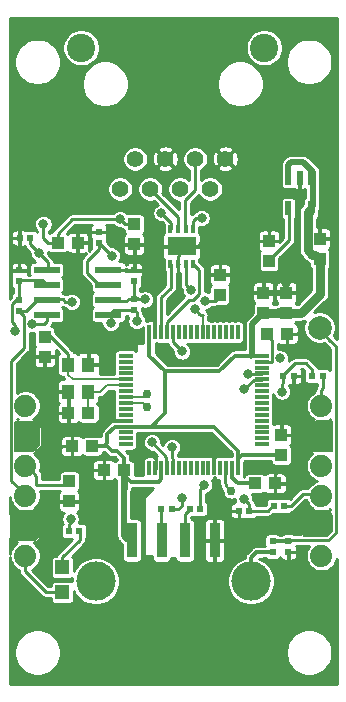
<source format=gbr>
G04 #@! TF.GenerationSoftware,KiCad,Pcbnew,5.0.2+dfsg1-1*
G04 #@! TF.CreationDate,2020-08-15T21:59:55-04:00*
G04 #@! TF.ProjectId,interceptor,696e7465-7263-4657-9074-6f722e6b6963,rev?*
G04 #@! TF.SameCoordinates,Original*
G04 #@! TF.FileFunction,Copper,L1,Top*
G04 #@! TF.FilePolarity,Positive*
%FSLAX46Y46*%
G04 Gerber Fmt 4.6, Leading zero omitted, Abs format (unit mm)*
G04 Created by KiCad (PCBNEW 5.0.2+dfsg1-1) date Sat 15 Aug 2020 09:59:55 PM EDT*
%MOMM*%
%LPD*%
G01*
G04 APERTURE LIST*
G04 #@! TA.AperFunction,SMDPad,CuDef*
%ADD10R,2.200000X0.600000*%
G04 #@! TD*
G04 #@! TA.AperFunction,SMDPad,CuDef*
%ADD11R,2.400000X1.600000*%
G04 #@! TD*
G04 #@! TA.AperFunction,SMDPad,CuDef*
%ADD12R,0.350000X0.750000*%
G04 #@! TD*
G04 #@! TA.AperFunction,SMDPad,CuDef*
%ADD13R,0.900000X3.000000*%
G04 #@! TD*
G04 #@! TA.AperFunction,ComponentPad*
%ADD14C,3.327400*%
G04 #@! TD*
G04 #@! TA.AperFunction,SMDPad,CuDef*
%ADD15R,1.100000X1.000000*%
G04 #@! TD*
G04 #@! TA.AperFunction,SMDPad,CuDef*
%ADD16R,1.000000X1.100000*%
G04 #@! TD*
G04 #@! TA.AperFunction,ComponentPad*
%ADD17C,2.400000*%
G04 #@! TD*
G04 #@! TA.AperFunction,ComponentPad*
%ADD18C,1.408000*%
G04 #@! TD*
G04 #@! TA.AperFunction,SMDPad,CuDef*
%ADD19R,0.600000X0.600000*%
G04 #@! TD*
G04 #@! TA.AperFunction,SMDPad,CuDef*
%ADD20R,0.300000X1.200000*%
G04 #@! TD*
G04 #@! TA.AperFunction,SMDPad,CuDef*
%ADD21R,1.200000X0.300000*%
G04 #@! TD*
G04 #@! TA.AperFunction,SMDPad,CuDef*
%ADD22R,0.550000X1.200000*%
G04 #@! TD*
G04 #@! TA.AperFunction,SMDPad,CuDef*
%ADD23R,1.100000X1.300000*%
G04 #@! TD*
G04 #@! TA.AperFunction,ComponentPad*
%ADD24C,1.879600*%
G04 #@! TD*
G04 #@! TA.AperFunction,SMDPad,CuDef*
%ADD25R,1.200000X1.200000*%
G04 #@! TD*
G04 #@! TA.AperFunction,ComponentPad*
%ADD26C,2.000000*%
G04 #@! TD*
G04 #@! TA.AperFunction,ViaPad*
%ADD27C,0.756400*%
G04 #@! TD*
G04 #@! TA.AperFunction,ViaPad*
%ADD28C,0.800000*%
G04 #@! TD*
G04 #@! TA.AperFunction,Conductor*
%ADD29C,0.304800*%
G04 #@! TD*
G04 #@! TA.AperFunction,Conductor*
%ADD30C,0.250000*%
G04 #@! TD*
G04 #@! TA.AperFunction,Conductor*
%ADD31C,0.500000*%
G04 #@! TD*
G04 #@! TA.AperFunction,Conductor*
%ADD32C,0.203200*%
G04 #@! TD*
G04 #@! TA.AperFunction,Conductor*
%ADD33C,0.254000*%
G04 #@! TD*
G04 #@! TA.AperFunction,Conductor*
%ADD34C,0.609600*%
G04 #@! TD*
G04 #@! TA.AperFunction,Conductor*
%ADD35C,0.750000*%
G04 #@! TD*
G04 #@! TA.AperFunction,Conductor*
%ADD36C,0.152400*%
G04 #@! TD*
G04 APERTURE END LIST*
D10*
G04 #@! TO.P,U6,5*
G04 #@! TO.N,Net-(R8-Pad2)*
X133600000Y-94495000D03*
G04 #@! TO.P,U6,6*
G04 #@! TO.N,Net-(R2-Pad1)*
X133600000Y-95765000D03*
G04 #@! TO.P,U6,8*
G04 #@! TO.N,VCC*
X133600000Y-98305000D03*
G04 #@! TO.P,U6,4*
G04 #@! TO.N,GND*
X138800000Y-94495000D03*
G04 #@! TO.P,U6,3*
G04 #@! TO.N,Net-(R7-Pad2)*
X138800000Y-95765000D03*
G04 #@! TO.P,U6,1*
G04 #@! TO.N,/DAC1*
X138800000Y-98305000D03*
G04 #@! TO.P,U6,7*
G04 #@! TO.N,/DAC2*
X133600000Y-97035000D03*
G04 #@! TO.P,U6,2*
G04 #@! TO.N,Net-(R1-Pad2)*
X138800000Y-97035000D03*
G04 #@! TD*
D11*
G04 #@! TO.P,U3,PAD*
G04 #@! TO.N,GND*
X145000000Y-92500000D03*
D12*
G04 #@! TO.P,U3,5*
G04 #@! TO.N,VCC*
X145950000Y-91000000D03*
G04 #@! TO.P,U3,6*
G04 #@! TO.N,/CAN1_L*
X145350000Y-91000000D03*
G04 #@! TO.P,U3,7*
G04 #@! TO.N,/CAN1_H*
X144700000Y-91000000D03*
G04 #@! TO.P,U3,8*
G04 #@! TO.N,/CAN1_EN*
X144050000Y-91000000D03*
G04 #@! TO.P,U3,4*
G04 #@! TO.N,/CAN1_RX*
X145950000Y-94000000D03*
G04 #@! TO.P,U3,3*
G04 #@! TO.N,VCC*
X145350000Y-94000000D03*
G04 #@! TO.P,U3,2*
G04 #@! TO.N,GND*
X144700000Y-94000000D03*
G04 #@! TO.P,U3,1*
G04 #@! TO.N,/CAN1_TX*
X144050000Y-94000000D03*
G04 #@! TD*
D13*
G04 #@! TO.P,J3,GND*
G04 #@! TO.N,GND*
X147811000Y-117409600D03*
G04 #@! TO.P,J3,D+*
G04 #@! TO.N,Net-(J3-PadD+)*
X145311000Y-117409600D03*
G04 #@! TO.P,J3,VBUS*
G04 #@! TO.N,VCC*
X140811000Y-117409600D03*
G04 #@! TO.P,J3,D-*
G04 #@! TO.N,Net-(J3-PadD-)*
X143311000Y-117409600D03*
D14*
G04 #@! TO.P,J3,2*
G04 #@! TO.N,N/C*
X137745100Y-120859600D03*
G04 #@! TO.P,J3,1*
G04 #@! TO.N,Net-(J3-Pad1)*
X150876900Y-120859600D03*
G04 #@! TD*
D15*
G04 #@! TO.P,C1,2*
G04 #@! TO.N,GND*
X153921900Y-99915200D03*
G04 #@! TO.P,C1,1*
G04 #@! TO.N,Net-(C1-Pad1)*
X152221900Y-99915200D03*
G04 #@! TD*
D16*
G04 #@! TO.P,C10,2*
G04 #@! TO.N,GND*
X151928900Y-96423600D03*
G04 #@! TO.P,C10,1*
G04 #@! TO.N,VCC*
X151928900Y-98123600D03*
G04 #@! TD*
D15*
G04 #@! TO.P,C11,2*
G04 #@! TO.N,GND*
X138419100Y-111461600D03*
G04 #@! TO.P,C11,1*
G04 #@! TO.N,VCC*
X140119100Y-111461600D03*
G04 #@! TD*
D16*
G04 #@! TO.P,C12,2*
G04 #@! TO.N,GND*
X153884700Y-96423600D03*
G04 #@! TO.P,C12,1*
G04 #@! TO.N,VCC*
X153884700Y-98123600D03*
G04 #@! TD*
D15*
G04 #@! TO.P,C13,2*
G04 #@! TO.N,GND*
X135726700Y-109429600D03*
G04 #@! TO.P,C13,1*
G04 #@! TO.N,VCC*
X137426700Y-109429600D03*
G04 #@! TD*
D16*
G04 #@! TO.P,C15,2*
G04 #@! TO.N,GND*
X152400000Y-92050000D03*
G04 #@! TO.P,C15,1*
G04 #@! TO.N,Net-(C15-Pad1)*
X152400000Y-93750000D03*
G04 #@! TD*
G04 #@! TO.P,C16,2*
G04 #@! TO.N,GND*
X156700000Y-91850000D03*
G04 #@! TO.P,C16,1*
G04 #@! TO.N,VCC*
X156700000Y-93550000D03*
G04 #@! TD*
D15*
G04 #@! TO.P,C2,2*
G04 #@! TO.N,Net-(C2-Pad2)*
X151220700Y-112579200D03*
G04 #@! TO.P,C2,1*
G04 #@! TO.N,GND*
X152920700Y-112579200D03*
G04 #@! TD*
G04 #@! TO.P,C26,2*
G04 #@! TO.N,GND*
X136200000Y-92200000D03*
G04 #@! TO.P,C26,1*
G04 #@! TO.N,VCC*
X134500000Y-92200000D03*
G04 #@! TD*
D16*
G04 #@! TO.P,C3,2*
G04 #@! TO.N,GND*
X133400000Y-101850000D03*
G04 #@! TO.P,C3,1*
G04 #@! TO.N,Net-(C3-Pad1)*
X133400000Y-100150000D03*
G04 #@! TD*
D15*
G04 #@! TO.P,C4,2*
G04 #@! TO.N,GND*
X135421900Y-106635600D03*
G04 #@! TO.P,C4,1*
G04 #@! TO.N,Net-(C4-Pad1)*
X137121900Y-106635600D03*
G04 #@! TD*
D16*
G04 #@! TO.P,C8,2*
G04 #@! TO.N,GND*
X153442300Y-108478000D03*
G04 #@! TO.P,C8,1*
G04 #@! TO.N,VCC*
X153442300Y-110178000D03*
G04 #@! TD*
G04 #@! TO.P,C9,2*
G04 #@! TO.N,GND*
X135500000Y-114100000D03*
G04 #@! TO.P,C9,1*
G04 #@! TO.N,VCC*
X135500000Y-112400000D03*
G04 #@! TD*
D17*
G04 #@! TO.P,J15,P$2*
G04 #@! TO.N,N/C*
X136500000Y-75700000D03*
G04 #@! TO.P,J15,P$1*
X152000000Y-75700000D03*
D18*
G04 #@! TO.P,J15,1*
G04 #@! TO.N,GND*
X148695000Y-85100000D03*
G04 #@! TO.P,J15,7*
G04 #@! TO.N,N/C*
X141075000Y-85100000D03*
G04 #@! TO.P,J15,5*
G04 #@! TO.N,GND*
X143615000Y-85100000D03*
G04 #@! TO.P,J15,3*
G04 #@! TO.N,/CAN1_L*
X146155000Y-85100000D03*
G04 #@! TO.P,J15,2*
G04 #@! TO.N,N/C*
X147425000Y-87640000D03*
G04 #@! TO.P,J15,4*
X144885000Y-87640000D03*
G04 #@! TO.P,J15,6*
G04 #@! TO.N,/CAN1_H*
X142345000Y-87640000D03*
G04 #@! TO.P,J15,8*
G04 #@! TO.N,N/C*
X139805000Y-87640000D03*
G04 #@! TD*
D19*
G04 #@! TO.P,R1,2*
G04 #@! TO.N,Net-(R1-Pad2)*
X141000000Y-95450000D03*
G04 #@! TO.P,R1,1*
G04 #@! TO.N,GND*
X141000000Y-94550000D03*
G04 #@! TD*
G04 #@! TO.P,R13,2*
G04 #@! TO.N,Net-(LED1-PadC)*
X136350000Y-116600000D03*
G04 #@! TO.P,R13,1*
G04 #@! TO.N,/LEDG*
X135450000Y-116600000D03*
G04 #@! TD*
G04 #@! TO.P,R16,2*
G04 #@! TO.N,Net-(J3-PadD-)*
X143289500Y-114763600D03*
G04 #@! TO.P,R16,1*
G04 #@! TO.N,Net-(R16-Pad1)*
X144189500Y-114763600D03*
G04 #@! TD*
G04 #@! TO.P,R17,2*
G04 #@! TO.N,Net-(J3-PadD+)*
X145677100Y-114763600D03*
G04 #@! TO.P,R17,1*
G04 #@! TO.N,Net-(R17-Pad1)*
X146577100Y-114763600D03*
G04 #@! TD*
G04 #@! TO.P,R2,2*
G04 #@! TO.N,/DAC2*
X131250000Y-97950000D03*
G04 #@! TO.P,R2,1*
G04 #@! TO.N,Net-(R2-Pad1)*
X131250000Y-97050000D03*
G04 #@! TD*
G04 #@! TO.P,R23,2*
G04 #@! TO.N,/ACCEL1*
X156950000Y-103500000D03*
G04 #@! TO.P,R23,1*
G04 #@! TO.N,Net-(R23-Pad1)*
X156050000Y-103500000D03*
G04 #@! TD*
G04 #@! TO.P,R24,2*
G04 #@! TO.N,/ACCEL2*
X153700000Y-114500000D03*
G04 #@! TO.P,R24,1*
G04 #@! TO.N,Net-(R24-Pad1)*
X152800000Y-114500000D03*
G04 #@! TD*
G04 #@! TO.P,R25,2*
G04 #@! TO.N,GND*
X149850000Y-114900000D03*
G04 #@! TO.P,R25,1*
G04 #@! TO.N,Net-(R24-Pad1)*
X150750000Y-114900000D03*
G04 #@! TD*
G04 #@! TO.P,R26,2*
G04 #@! TO.N,GND*
X154500000Y-103500000D03*
G04 #@! TO.P,R26,1*
G04 #@! TO.N,Net-(R23-Pad1)*
X153600000Y-103500000D03*
G04 #@! TD*
G04 #@! TO.P,R3,2*
G04 #@! TO.N,/DAC1*
X141000000Y-97900000D03*
G04 #@! TO.P,R3,1*
G04 #@! TO.N,Net-(R1-Pad2)*
X141000000Y-97000000D03*
G04 #@! TD*
G04 #@! TO.P,R4,2*
G04 #@! TO.N,Net-(R2-Pad1)*
X131250000Y-95450000D03*
G04 #@! TO.P,R4,1*
G04 #@! TO.N,GND*
X131250000Y-94550000D03*
G04 #@! TD*
D20*
G04 #@! TO.P,U1,64*
G04 #@! TO.N,VCC*
X142275500Y-99768000D03*
G04 #@! TO.P,U1,63*
G04 #@! TO.N,GND*
X142775500Y-99768000D03*
G04 #@! TO.P,U1,62*
G04 #@! TO.N,/CAN1_TX*
X143275500Y-99768000D03*
G04 #@! TO.P,U1,61*
G04 #@! TO.N,/CAN1_RX*
X143775500Y-99768000D03*
G04 #@! TO.P,U1,60*
G04 #@! TO.N,/BOOT0*
X144275500Y-99768000D03*
G04 #@! TO.P,U1,59*
G04 #@! TO.N,N/C*
X144775500Y-99768000D03*
G04 #@! TO.P,U1,58*
X145275500Y-99768000D03*
G04 #@! TO.P,U1,57*
X145775500Y-99768000D03*
G04 #@! TO.P,U1,56*
X146275500Y-99768000D03*
G04 #@! TO.P,U1,55*
G04 #@! TO.N,/CAN1_EN*
X146775500Y-99768000D03*
G04 #@! TO.P,U1,54*
G04 #@! TO.N,N/C*
X147275500Y-99768000D03*
G04 #@! TO.P,U1,53*
X147775500Y-99768000D03*
G04 #@! TO.P,U1,52*
X148275500Y-99768000D03*
G04 #@! TO.P,U1,51*
X148775500Y-99768000D03*
G04 #@! TO.P,U1,50*
X149275500Y-99768000D03*
G04 #@! TO.P,U1,49*
X149775500Y-99768000D03*
D21*
G04 #@! TO.P,U1,48*
G04 #@! TO.N,VCC*
X151775500Y-101768000D03*
G04 #@! TO.P,U1,47*
G04 #@! TO.N,Net-(C1-Pad1)*
X151775500Y-102268000D03*
G04 #@! TO.P,U1,46*
G04 #@! TO.N,N/C*
X151775500Y-102768000D03*
G04 #@! TO.P,U1,45*
G04 #@! TO.N,Net-(R17-Pad1)*
X151775500Y-103268000D03*
G04 #@! TO.P,U1,44*
G04 #@! TO.N,Net-(R16-Pad1)*
X151775500Y-103768000D03*
G04 #@! TO.P,U1,43*
G04 #@! TO.N,N/C*
X151775500Y-104268000D03*
G04 #@! TO.P,U1,42*
X151775500Y-104768000D03*
G04 #@! TO.P,U1,41*
X151775500Y-105268000D03*
G04 #@! TO.P,U1,40*
X151775500Y-105768000D03*
G04 #@! TO.P,U1,39*
X151775500Y-106268000D03*
G04 #@! TO.P,U1,38*
X151775500Y-106768000D03*
G04 #@! TO.P,U1,37*
X151775500Y-107268000D03*
G04 #@! TO.P,U1,36*
X151775500Y-107768000D03*
G04 #@! TO.P,U1,35*
X151775500Y-108268000D03*
G04 #@! TO.P,U1,34*
X151775500Y-108768000D03*
G04 #@! TO.P,U1,33*
X151775500Y-109268000D03*
D20*
G04 #@! TO.P,U1,32*
G04 #@! TO.N,VCC*
X149775500Y-111268000D03*
G04 #@! TO.P,U1,31*
G04 #@! TO.N,Net-(C2-Pad2)*
X149275500Y-111268000D03*
G04 #@! TO.P,U1,30*
G04 #@! TO.N,/LEDG*
X148775500Y-111268000D03*
G04 #@! TO.P,U1,29*
G04 #@! TO.N,N/C*
X148275500Y-111268000D03*
G04 #@! TO.P,U1,28*
G04 #@! TO.N,GND*
X147775500Y-111268000D03*
G04 #@! TO.P,U1,27*
G04 #@! TO.N,N/C*
X147275500Y-111268000D03*
G04 #@! TO.P,U1,26*
X146775500Y-111268000D03*
G04 #@! TO.P,U1,25*
X146275500Y-111268000D03*
G04 #@! TO.P,U1,24*
X145775500Y-111268000D03*
G04 #@! TO.P,U1,23*
X145275500Y-111268000D03*
G04 #@! TO.P,U1,22*
X144775500Y-111268000D03*
G04 #@! TO.P,U1,21*
G04 #@! TO.N,Net-(R8-Pad2)*
X144275500Y-111268000D03*
G04 #@! TO.P,U1,20*
G04 #@! TO.N,Net-(R7-Pad2)*
X143775500Y-111268000D03*
G04 #@! TO.P,U1,19*
G04 #@! TO.N,VCC*
X143275500Y-111268000D03*
G04 #@! TO.P,U1,18*
G04 #@! TO.N,GND*
X142775500Y-111268000D03*
G04 #@! TO.P,U1,17*
G04 #@! TO.N,N/C*
X142275500Y-111268000D03*
D21*
G04 #@! TO.P,U1,16*
X140275500Y-109268000D03*
G04 #@! TO.P,U1,15*
X140275500Y-108768000D03*
G04 #@! TO.P,U1,14*
X140275500Y-108268000D03*
G04 #@! TO.P,U1,13*
G04 #@! TO.N,VCC*
X140275500Y-107768000D03*
G04 #@! TO.P,U1,12*
G04 #@! TO.N,GND*
X140275500Y-107268000D03*
G04 #@! TO.P,U1,11*
G04 #@! TO.N,N/C*
X140275500Y-106768000D03*
G04 #@! TO.P,U1,10*
X140275500Y-106268000D03*
G04 #@! TO.P,U1,9*
G04 #@! TO.N,Net-(R24-Pad1)*
X140275500Y-105768000D03*
G04 #@! TO.P,U1,8*
G04 #@! TO.N,Net-(R23-Pad1)*
X140275500Y-105268000D03*
G04 #@! TO.P,U1,7*
G04 #@! TO.N,N/C*
X140275500Y-104768000D03*
G04 #@! TO.P,U1,6*
G04 #@! TO.N,Net-(C4-Pad1)*
X140275500Y-104268000D03*
G04 #@! TO.P,U1,5*
G04 #@! TO.N,Net-(C3-Pad1)*
X140275500Y-103768000D03*
G04 #@! TO.P,U1,4*
G04 #@! TO.N,N/C*
X140275500Y-103268000D03*
G04 #@! TO.P,U1,3*
X140275500Y-102768000D03*
G04 #@! TO.P,U1,2*
X140275500Y-102268000D03*
G04 #@! TO.P,U1,1*
X140275500Y-101768000D03*
G04 #@! TD*
D22*
G04 #@! TO.P,U2,5*
G04 #@! TO.N,VCC*
X155950000Y-89300100D03*
G04 #@! TO.P,U2,4*
G04 #@! TO.N,Net-(C15-Pad1)*
X154050000Y-89300100D03*
G04 #@! TO.P,U2,3*
G04 #@! TO.N,VCC*
X154050000Y-86699900D03*
G04 #@! TO.P,U2,2*
G04 #@! TO.N,GND*
X155000000Y-86699900D03*
G04 #@! TO.P,U2,1*
G04 #@! TO.N,VCC*
X155950000Y-86699900D03*
G04 #@! TD*
D23*
G04 #@! TO.P,Y1,1*
G04 #@! TO.N,Net-(C3-Pad1)*
X135411700Y-102520800D03*
G04 #@! TO.P,Y1,2*
G04 #@! TO.N,GND*
X135411700Y-104820800D03*
G04 #@! TO.P,Y1,3*
G04 #@! TO.N,Net-(C4-Pad1)*
X137111700Y-104820800D03*
G04 #@! TO.P,Y1,4*
G04 #@! TO.N,GND*
X137111700Y-102520800D03*
G04 #@! TD*
D19*
G04 #@! TO.P,R7,2*
G04 #@! TO.N,Net-(R7-Pad2)*
X138000000Y-92200000D03*
G04 #@! TO.P,R7,1*
G04 #@! TO.N,GND*
X138000000Y-91300000D03*
G04 #@! TD*
G04 #@! TO.P,R8,2*
G04 #@! TO.N,Net-(R8-Pad2)*
X132200000Y-91800000D03*
G04 #@! TO.P,R8,1*
G04 #@! TO.N,GND*
X131300000Y-91800000D03*
G04 #@! TD*
D16*
G04 #@! TO.P,C5,2*
G04 #@! TO.N,GND*
X148250000Y-94900000D03*
G04 #@! TO.P,C5,1*
G04 #@! TO.N,VCC*
X148250000Y-96600000D03*
G04 #@! TD*
G04 #@! TO.P,C6,2*
G04 #@! TO.N,GND*
X141000000Y-92350000D03*
G04 #@! TO.P,C6,1*
G04 #@! TO.N,VCC*
X141000000Y-90650000D03*
G04 #@! TD*
D19*
G04 #@! TO.P,R5,2*
G04 #@! TO.N,Net-(J3-Pad1)*
X152705700Y-118388600D03*
G04 #@! TO.P,R5,1*
G04 #@! TO.N,/BOOT0*
X152705700Y-117488600D03*
G04 #@! TD*
G04 #@! TO.P,R6,2*
G04 #@! TO.N,/BOOT0*
X154051900Y-117488600D03*
G04 #@! TO.P,R6,1*
G04 #@! TO.N,GND*
X154051900Y-118388600D03*
G04 #@! TD*
D24*
G04 #@! TO.P,J1,6*
G04 #@! TO.N,/ACCEL1*
X156845900Y-106000600D03*
G04 #@! TO.P,J1,5*
G04 #@! TO.N,GND*
X156845900Y-108540600D03*
G04 #@! TO.P,J1,4*
G04 #@! TO.N,VCC*
X156845900Y-111080600D03*
G04 #@! TO.P,J1,3*
G04 #@! TO.N,/ACCEL2*
X156845900Y-113620600D03*
G04 #@! TO.P,J1,2*
G04 #@! TO.N,GND*
X156845900Y-116160600D03*
G04 #@! TO.P,J1,1*
G04 #@! TO.N,VCC*
X156845900Y-118700600D03*
G04 #@! TD*
G04 #@! TO.P,J2,6*
G04 #@! TO.N,/DAC1*
X131776100Y-106000600D03*
G04 #@! TO.P,J2,5*
G04 #@! TO.N,GND*
X131776100Y-108540600D03*
G04 #@! TO.P,J2,4*
G04 #@! TO.N,VCC*
X131776100Y-111080600D03*
G04 #@! TO.P,J2,3*
G04 #@! TO.N,/DAC2*
X131776100Y-113620600D03*
G04 #@! TO.P,J2,2*
G04 #@! TO.N,GND*
X131776100Y-116160600D03*
G04 #@! TO.P,J2,1*
G04 #@! TO.N,VCC*
X131776100Y-118700600D03*
G04 #@! TD*
D25*
G04 #@! TO.P,LED1,C*
G04 #@! TO.N,Net-(LED1-PadC)*
X134900000Y-119700000D03*
G04 #@! TO.P,LED1,A*
G04 #@! TO.N,VCC*
X134900000Y-121800000D03*
G04 #@! TD*
D26*
G04 #@! TO.P,DFU,1*
G04 #@! TO.N,/BOOT0*
X156700000Y-99400000D03*
G04 #@! TD*
D27*
G04 #@! TO.N,GND*
X140945500Y-110191600D03*
X134189100Y-105060800D03*
D28*
X153884700Y-95615300D03*
X155500000Y-101200000D03*
X146800000Y-92400000D03*
X144800000Y-92500000D03*
G04 #@! TO.N,VCC*
X139800000Y-90200000D03*
X146700000Y-90100000D03*
X156700000Y-96558300D03*
X133300000Y-90600000D03*
X132377410Y-99100000D03*
X145800000Y-96200000D03*
X146993885Y-97105928D03*
G04 #@! TO.N,/BOOT0*
X145057500Y-101400000D03*
G04 #@! TO.N,/CAN1_EN*
X143300000Y-89700000D03*
X146100000Y-97799992D03*
G04 #@! TO.N,Net-(R17-Pad1)*
X150600000Y-103300000D03*
X146900000Y-112700000D03*
G04 #@! TO.N,Net-(R16-Pad1)*
X145000000Y-113800000D03*
X150300000Y-104600000D03*
D27*
G04 #@! TO.N,/LEDG*
X149200500Y-113188800D03*
D28*
X135600000Y-115600000D03*
G04 #@! TO.N,Net-(R8-Pad2)*
X132950000Y-93100000D03*
X144200000Y-109500000D03*
G04 #@! TO.N,Net-(R7-Pad2)*
X142500000Y-109100000D03*
X139100000Y-93300000D03*
D27*
G04 #@! TO.N,Net-(R24-Pad1)*
X142088500Y-106102200D03*
D28*
X150300000Y-113900000D03*
D27*
G04 #@! TO.N,Net-(R23-Pad1)*
X142088500Y-105010000D03*
D28*
X153500000Y-104800000D03*
G04 #@! TO.N,Net-(R2-Pad1)*
X130900000Y-99700000D03*
G04 #@! TO.N,/DAC1*
X139000000Y-99000000D03*
X153330301Y-102000000D03*
X141200000Y-98800000D03*
G04 #@! TO.N,Net-(R1-Pad2)*
X141900000Y-97000000D03*
G04 #@! TO.N,/DAC2*
X135700000Y-97200000D03*
G04 #@! TD*
D29*
G04 #@! TO.N,GND*
X147775500Y-111268000D02*
X147778100Y-111265400D01*
X147778100Y-111265400D02*
X147778100Y-109683600D01*
X140275500Y-107268000D02*
X138811900Y-107268000D01*
X138811900Y-107268000D02*
X138811900Y-106864200D01*
X142775500Y-98253600D02*
X142698100Y-98253600D01*
D30*
X153884700Y-96423600D02*
X153884700Y-95615300D01*
D31*
X151928900Y-96423600D02*
X153976400Y-96423600D01*
X153976400Y-96423600D02*
X154000000Y-96400000D01*
D30*
X142448422Y-110191600D02*
X142800000Y-110543178D01*
X140945500Y-110191600D02*
X142448422Y-110191600D01*
X142800000Y-110543178D02*
X142800000Y-111400000D01*
X144700000Y-94000000D02*
X144700000Y-94625000D01*
X144700000Y-94625000D02*
X144700000Y-96500000D01*
X146450000Y-92500000D02*
X146550000Y-92400000D01*
X145000000Y-92500000D02*
X146450000Y-92500000D01*
X146550000Y-92400000D02*
X146800000Y-92400000D01*
X144700000Y-93375000D02*
X144800000Y-93275000D01*
X144700000Y-94000000D02*
X144700000Y-93375000D01*
X144800000Y-93275000D02*
X144800000Y-92500000D01*
D29*
X142775500Y-99768000D02*
X142775500Y-98253600D01*
G04 #@! TO.N,VCC*
X137426700Y-109429600D02*
X138405500Y-109429600D01*
X138405500Y-109429600D02*
X138710300Y-109124800D01*
X138710300Y-109124800D02*
X138710300Y-108413600D01*
D32*
X151917100Y-98111800D02*
X151928900Y-98123600D01*
D29*
X142266300Y-99758800D02*
X142275500Y-99768000D01*
X149775500Y-111268000D02*
X149775500Y-110531000D01*
X149775500Y-110531000D02*
X150114900Y-110191600D01*
X150114900Y-110191600D02*
X153555700Y-110191600D01*
X153555700Y-110191600D02*
X153442300Y-110178000D01*
X142266300Y-99758800D02*
X142266300Y-101758800D01*
X142266300Y-101758800D02*
X143612500Y-103105000D01*
X143612500Y-103105000D02*
X143612500Y-106610200D01*
X143612500Y-106610200D02*
X142888600Y-107334100D01*
D33*
X142888600Y-107334100D02*
X142444100Y-107778600D01*
D29*
X143612500Y-103105000D02*
X148184500Y-103105000D01*
X148184500Y-103105000D02*
X149521500Y-101768000D01*
D33*
X151759300Y-101784200D02*
X151775500Y-101768000D01*
D29*
X149775500Y-111268000D02*
X149775500Y-109801400D01*
X149775500Y-109801400D02*
X147742100Y-107768000D01*
X143275500Y-111268000D02*
X143275500Y-112230400D01*
X143275500Y-112230400D02*
X143079100Y-112426800D01*
X143079100Y-112426800D02*
X140703300Y-112426800D01*
D34*
X140119100Y-111842600D02*
X140119100Y-111461600D01*
D29*
X140703300Y-112426800D02*
X140119100Y-111842600D01*
X140119100Y-111461600D02*
X140119100Y-110406600D01*
X138685643Y-109429600D02*
X137426700Y-109429600D01*
X139548500Y-109836000D02*
X139092043Y-109836000D01*
X139092043Y-109836000D02*
X138685643Y-109429600D01*
X140119100Y-110406600D02*
X139548500Y-109836000D01*
X138710300Y-108413600D02*
X139355900Y-107768000D01*
X139355900Y-107768000D02*
X140275500Y-107768000D01*
X140275500Y-107768000D02*
X142454700Y-107768000D01*
X147742100Y-107768000D02*
X142454700Y-107768000D01*
X142888600Y-107334100D02*
X142454700Y-107768000D01*
D30*
X131776100Y-120029677D02*
X133496423Y-121750000D01*
X131776100Y-118700600D02*
X131776100Y-120029677D01*
X133496423Y-121750000D02*
X135000000Y-121750000D01*
X132715899Y-112680801D02*
X135319199Y-112680801D01*
D34*
X140119100Y-112973800D02*
X140119100Y-111842600D01*
D35*
X140811000Y-117409600D02*
X140811000Y-116534100D01*
D30*
X141000000Y-90650000D02*
X141000000Y-90500000D01*
X141000000Y-90650000D02*
X140250000Y-90650000D01*
X140250000Y-90650000D02*
X139800000Y-90200000D01*
X139234315Y-90200000D02*
X139800000Y-90200000D01*
X135750000Y-90200000D02*
X139234315Y-90200000D01*
X134500000Y-91450000D02*
X135750000Y-90200000D01*
X134500000Y-92200000D02*
X134500000Y-91450000D01*
X145950000Y-90375000D02*
X146225000Y-90100000D01*
X145950000Y-91000000D02*
X145950000Y-90375000D01*
X146225000Y-90100000D02*
X146700000Y-90100000D01*
X153884700Y-98123600D02*
X153884700Y-98073600D01*
X156700000Y-93500000D02*
X156600000Y-93500000D01*
D35*
X153178900Y-98123600D02*
X153202500Y-98100000D01*
X151928900Y-98123600D02*
X153178900Y-98123600D01*
X153202500Y-98100000D02*
X153700000Y-98100000D01*
X155134700Y-98123600D02*
X156700000Y-96558300D01*
X153884700Y-98123600D02*
X155134700Y-98123600D01*
X156700000Y-96558300D02*
X156700000Y-93600000D01*
X156700000Y-93600000D02*
X156300000Y-93200000D01*
X155672599Y-92821921D02*
X155672599Y-89627401D01*
X156300000Y-93200000D02*
X156050678Y-93200000D01*
X156050678Y-93200000D02*
X155672599Y-92821921D01*
X155672599Y-89627401D02*
X155800000Y-89500000D01*
X155800000Y-89500000D02*
X155900000Y-89500000D01*
X155900000Y-89500000D02*
X155900000Y-89400000D01*
D31*
X154050000Y-85599900D02*
X154249900Y-85400000D01*
X154050000Y-86699900D02*
X154050000Y-85599900D01*
X155299422Y-85400000D02*
X156100000Y-86200578D01*
X154249900Y-85400000D02*
X155299422Y-85400000D01*
X156100000Y-86200578D02*
X156100000Y-86600000D01*
X156100000Y-86600000D02*
X156100000Y-89100000D01*
X156100000Y-89100000D02*
X156000000Y-89200000D01*
X151000000Y-101668000D02*
X150900000Y-101768000D01*
X151000000Y-99102500D02*
X151000000Y-101668000D01*
X151928900Y-98173600D02*
X151000000Y-99102500D01*
X151928900Y-98123600D02*
X151928900Y-98173600D01*
D29*
X149521500Y-101768000D02*
X150900000Y-101768000D01*
X150900000Y-101768000D02*
X151775500Y-101768000D01*
D30*
X147559570Y-97105928D02*
X146993885Y-97105928D01*
X145400001Y-95800001D02*
X145800000Y-96200000D01*
X147794072Y-97105928D02*
X147559570Y-97105928D01*
X148300000Y-96600000D02*
X147794072Y-97105928D01*
X145350000Y-95750000D02*
X145400001Y-95800001D01*
X145350000Y-94000000D02*
X145350000Y-95750000D01*
X133700000Y-92200000D02*
X133300000Y-91800000D01*
X134500000Y-92200000D02*
X133700000Y-92200000D01*
X133300000Y-91800000D02*
X133300000Y-90600000D01*
X132715899Y-112680801D02*
X132715899Y-111915899D01*
X132715899Y-111915899D02*
X131800000Y-111000000D01*
D31*
X140119100Y-112973800D02*
X140119100Y-117019100D01*
X140119100Y-117019100D02*
X140500000Y-117400000D01*
D30*
X133355000Y-99100000D02*
X132943095Y-99100000D01*
X132943095Y-99100000D02*
X132377410Y-99100000D01*
X133600000Y-98305000D02*
X133600000Y-98855000D01*
X133600000Y-98855000D02*
X133355000Y-99100000D01*
D32*
G04 #@! TO.N,/CAN1_TX*
X143282300Y-99761200D02*
X143275500Y-99768000D01*
D30*
X143275500Y-99768000D02*
X143275500Y-96824500D01*
X143275500Y-96824500D02*
X144100000Y-96000000D01*
X144100000Y-96000000D02*
X144100000Y-94000000D01*
D32*
G04 #@! TO.N,/CAN1_RX*
X143775500Y-99768000D02*
X143775500Y-99523600D01*
D30*
X143775500Y-98918000D02*
X145670902Y-97022598D01*
X145979958Y-97022598D02*
X146477402Y-96525154D01*
X145670902Y-97022598D02*
X145979958Y-97022598D01*
X146477402Y-94477402D02*
X146000000Y-94000000D01*
X143775500Y-99768000D02*
X143775500Y-98918000D01*
X146477402Y-96525154D02*
X146477402Y-94477402D01*
D32*
G04 #@! TO.N,/BOOT0*
X144265700Y-99758200D02*
X144275500Y-99768000D01*
D29*
X152705700Y-117488600D02*
X154051900Y-117488600D01*
D30*
X154051900Y-117488600D02*
X154088600Y-117488600D01*
X157430157Y-117377801D02*
X158063101Y-116744857D01*
X154299399Y-117377801D02*
X157430157Y-117377801D01*
X154088600Y-117488600D02*
X154188600Y-117488600D01*
X158063101Y-100963101D02*
X157599999Y-100499999D01*
X158063101Y-116744857D02*
X158063101Y-100963101D01*
X154188600Y-117488600D02*
X154299399Y-117377801D01*
X157599999Y-100499999D02*
X156600000Y-99500000D01*
X156600000Y-99500000D02*
X156500000Y-99500000D01*
X144275500Y-100618000D02*
X145057500Y-101400000D01*
X144275500Y-99768000D02*
X144275500Y-100618000D01*
D32*
G04 #@! TO.N,/CAN1_EN*
X146775500Y-98312732D02*
X146775500Y-99768000D01*
D30*
X143300000Y-89700000D02*
X144100000Y-90500000D01*
X144100000Y-90500000D02*
X144100000Y-91000000D01*
X146775500Y-98312732D02*
X146612740Y-98312732D01*
X146612740Y-98312732D02*
X146499999Y-98199991D01*
X146499999Y-98199991D02*
X146100000Y-97799992D01*
D32*
G04 #@! TO.N,Net-(C1-Pad1)*
X151776700Y-102266800D02*
X151775500Y-102268000D01*
D29*
X152119100Y-100018000D02*
X152221900Y-99915200D01*
D30*
X152652901Y-102240599D02*
X152652901Y-100452901D01*
X151775500Y-102268000D02*
X152625500Y-102268000D01*
X152625500Y-102268000D02*
X152652901Y-102240599D01*
X152652901Y-100452901D02*
X152100000Y-99900000D01*
G04 #@! TO.N,Net-(R17-Pad1)*
X150600000Y-103300000D02*
X151800000Y-103300000D01*
X151800000Y-103300000D02*
X151800000Y-103200000D01*
X146577100Y-113022900D02*
X146900000Y-112700000D01*
X146577100Y-114763600D02*
X146577100Y-113022900D01*
D33*
G04 #@! TO.N,Net-(R16-Pad1)*
X151778100Y-103765400D02*
X151775500Y-103768000D01*
D30*
X144739500Y-114763600D02*
X145000000Y-114503100D01*
X144189500Y-114763600D02*
X144739500Y-114763600D01*
X145000000Y-114503100D02*
X145000000Y-113800000D01*
X150300000Y-104600000D02*
X151100000Y-103800000D01*
X151100000Y-103800000D02*
X151800000Y-103800000D01*
D29*
G04 #@! TO.N,Net-(C2-Pad2)*
X149275500Y-111268000D02*
X149275500Y-112095400D01*
X149275500Y-112095400D02*
X149759300Y-112579200D01*
X149759300Y-112579200D02*
X151220700Y-112579200D01*
D32*
G04 #@! TO.N,/LEDG*
X148775500Y-112763800D02*
X149200500Y-113188800D01*
D30*
X135450000Y-116050000D02*
X135600000Y-115900000D01*
X135450000Y-116600000D02*
X135450000Y-116050000D01*
X135600000Y-115900000D02*
X135600000Y-115600000D01*
X148775500Y-112763800D02*
X148775500Y-112624500D01*
X148702901Y-112551901D02*
X148702901Y-111297099D01*
X148775500Y-112624500D02*
X148702901Y-112551901D01*
X148702901Y-111297099D02*
X148800000Y-111200000D01*
G04 #@! TO.N,Net-(R8-Pad2)*
X133700000Y-93850000D02*
X133700000Y-94500000D01*
X132200000Y-92350000D02*
X132950000Y-93100000D01*
X132200000Y-91800000D02*
X132200000Y-92350000D01*
X132950000Y-93100000D02*
X133700000Y-93850000D01*
X144200000Y-110443178D02*
X144300000Y-110543178D01*
X144200000Y-109500000D02*
X144200000Y-110443178D01*
X144300000Y-110543178D02*
X144300000Y-111400000D01*
D32*
G04 #@! TO.N,Net-(R7-Pad2)*
X143790300Y-111282800D02*
X143775500Y-111268000D01*
D30*
X143702901Y-111202901D02*
X143702901Y-110302901D01*
X143775500Y-111268000D02*
X143768000Y-111268000D01*
X143768000Y-111268000D02*
X143702901Y-111202901D01*
X143702901Y-110302901D02*
X142500000Y-109100000D01*
X139100000Y-93300000D02*
X138000000Y-92200000D01*
X138000000Y-95765000D02*
X137000000Y-94765000D01*
X138800000Y-95765000D02*
X138000000Y-95765000D01*
X137000000Y-93750000D02*
X138000000Y-92750000D01*
X137000000Y-94765000D02*
X137000000Y-93750000D01*
X138000000Y-92750000D02*
X138000000Y-92200000D01*
D32*
G04 #@! TO.N,Net-(R24-Pad1)*
X140271500Y-105772000D02*
X140275500Y-105768000D01*
X140275500Y-105768000D02*
X141754300Y-105768000D01*
X141754300Y-105768000D02*
X142088500Y-106102200D01*
D30*
X150750000Y-114900000D02*
X152300000Y-114900000D01*
X152300000Y-114900000D02*
X152700000Y-114500000D01*
X150750000Y-114900000D02*
X150750000Y-114350000D01*
X150750000Y-114350000D02*
X150300000Y-113900000D01*
D32*
G04 #@! TO.N,Net-(R23-Pad1)*
X140275500Y-105268000D02*
X141830500Y-105268000D01*
X141830500Y-105268000D02*
X142088500Y-105010000D01*
D30*
X156050000Y-102950000D02*
X155500000Y-102400000D01*
X156050000Y-103500000D02*
X156050000Y-102950000D01*
X155500000Y-102400000D02*
X154600000Y-102400000D01*
X154600000Y-102400000D02*
X153500000Y-103500000D01*
X153600000Y-104050000D02*
X153500000Y-104150000D01*
X153600000Y-103500000D02*
X153600000Y-104050000D01*
X153500000Y-104150000D02*
X153500000Y-104800000D01*
D32*
G04 #@! TO.N,Net-(C4-Pad1)*
X137111700Y-104820800D02*
X138112100Y-104820800D01*
X138112100Y-104820800D02*
X138659500Y-104273400D01*
X138659500Y-104273400D02*
X140270100Y-104273400D01*
X140270100Y-104273400D02*
X140275500Y-104268000D01*
X137121900Y-106635600D02*
X137121900Y-104831000D01*
X137121900Y-104831000D02*
X137111700Y-104820800D01*
G04 #@! TO.N,Net-(C3-Pad1)*
X135421900Y-102510600D02*
X135411700Y-102520800D01*
X135411700Y-102520800D02*
X135411700Y-103387800D01*
X135411700Y-103387800D02*
X135789300Y-103765400D01*
X135789300Y-103765400D02*
X140272900Y-103765400D01*
X140272900Y-103765400D02*
X140275500Y-103768000D01*
D30*
X135411700Y-101620800D02*
X133790900Y-100000000D01*
X135411700Y-102520800D02*
X135411700Y-101620800D01*
X133790900Y-100000000D02*
X133400000Y-100000000D01*
D33*
G04 #@! TO.N,Net-(J3-PadD-)*
X143289500Y-117388100D02*
X143311000Y-117409600D01*
X143289500Y-114763600D02*
X143289500Y-117388100D01*
G04 #@! TO.N,Net-(J3-PadD+)*
X145311000Y-117409600D02*
X145311000Y-115129700D01*
X145311000Y-115129700D02*
X145677100Y-114763600D01*
D30*
G04 #@! TO.N,Net-(R2-Pad1)*
X131250000Y-97050000D02*
X131250000Y-96950000D01*
X131250000Y-96950000D02*
X131200000Y-96900000D01*
X131200000Y-96900000D02*
X131200000Y-95500000D01*
X133800000Y-95600000D02*
X133600000Y-95800000D01*
X133600000Y-95800000D02*
X133200000Y-95400000D01*
X133200000Y-95400000D02*
X131400000Y-95400000D01*
X134195000Y-95800000D02*
X133800000Y-95800000D01*
X130672599Y-97428079D02*
X131100678Y-97000000D01*
X130672599Y-98906914D02*
X130672599Y-97428079D01*
X130900000Y-99700000D02*
X130900000Y-99134315D01*
X130900000Y-99134315D02*
X130672599Y-98906914D01*
X131100678Y-97000000D02*
X131300000Y-97000000D01*
G04 #@! TO.N,/DAC1*
X139000000Y-98434315D02*
X138900000Y-98334315D01*
X139000000Y-99000000D02*
X139000000Y-98434315D01*
X138900000Y-98334315D02*
X138900000Y-98300000D01*
X138900000Y-98300000D02*
X139300000Y-97900000D01*
X139300000Y-97900000D02*
X141000000Y-97900000D01*
X141200000Y-98800000D02*
X141200000Y-98100000D01*
X141200000Y-98100000D02*
X141000000Y-97900000D01*
G04 #@! TO.N,Net-(R1-Pad2)*
X140450000Y-97000000D02*
X140350000Y-97100000D01*
X141000000Y-97000000D02*
X140450000Y-97000000D01*
X140350000Y-97100000D02*
X138800000Y-97100000D01*
X141000000Y-95450000D02*
X141000000Y-95400000D01*
X141000000Y-95400000D02*
X141000000Y-97000000D01*
X141334315Y-97000000D02*
X141234315Y-96900000D01*
X141900000Y-97000000D02*
X141334315Y-97000000D01*
X141234315Y-96900000D02*
X141100000Y-96900000D01*
G04 #@! TO.N,/ACCEL1*
X156845900Y-104671523D02*
X157000000Y-104517423D01*
X156845900Y-106000600D02*
X156845900Y-104671523D01*
X157000000Y-104517423D02*
X157000000Y-103600000D01*
G04 #@! TO.N,/ACCEL2*
X154250000Y-114500000D02*
X155250000Y-113500000D01*
X153700000Y-114500000D02*
X154250000Y-114500000D01*
X155250000Y-113500000D02*
X156900000Y-113500000D01*
D29*
G04 #@! TO.N,Net-(J3-Pad1)*
X152705700Y-118388600D02*
X151341300Y-118414000D01*
X150876900Y-118878400D02*
X150876900Y-120859600D01*
X151341300Y-118414000D02*
X150876900Y-118878400D01*
D30*
G04 #@! TO.N,Net-(LED1-PadC)*
X134900000Y-118850000D02*
X136400000Y-117350000D01*
X134900000Y-119700000D02*
X134900000Y-118850000D01*
X136400000Y-117350000D02*
X136400000Y-116600000D01*
G04 #@! TO.N,Net-(C15-Pad1)*
X152400000Y-93700000D02*
X154100000Y-92000000D01*
X152400000Y-93750000D02*
X152400000Y-93700000D01*
X154100000Y-92000000D02*
X154100000Y-89200000D01*
G04 #@! TO.N,/CAN1_L*
X146155000Y-87766401D02*
X145300000Y-88621401D01*
X146155000Y-85100000D02*
X146155000Y-87766401D01*
X145300000Y-88621401D02*
X145300000Y-90900000D01*
G04 #@! TO.N,/CAN1_H*
X142345000Y-87640000D02*
X144700000Y-89995000D01*
X144700000Y-89995000D02*
X144700000Y-91000000D01*
G04 #@! TO.N,/DAC2*
X132800000Y-97035000D02*
X131835000Y-98000000D01*
X133600000Y-97035000D02*
X132800000Y-97035000D01*
X131835000Y-98000000D02*
X131300000Y-98000000D01*
X130558899Y-102241101D02*
X130558899Y-112358899D01*
X130558899Y-112358899D02*
X131800000Y-113600000D01*
X131700000Y-98400000D02*
X131700000Y-101100000D01*
X131700000Y-101100000D02*
X130558899Y-102241101D01*
X131250000Y-97950000D02*
X131700000Y-98400000D01*
X135134315Y-97200000D02*
X134934315Y-97000000D01*
X135700000Y-97200000D02*
X135134315Y-97200000D01*
X134934315Y-97000000D02*
X133700000Y-97000000D01*
G04 #@! TD*
D33*
G04 #@! TO.N,GND*
G36*
X132300488Y-99881000D02*
X132454332Y-99881000D01*
X132517157Y-99868503D01*
X132517157Y-100700000D01*
X132524513Y-100774689D01*
X132546299Y-100846508D01*
X132581678Y-100912696D01*
X132624995Y-100965479D01*
X132565221Y-101025253D01*
X132518053Y-101095845D01*
X132485563Y-101174282D01*
X132469000Y-101257550D01*
X132469000Y-101717250D01*
X132576750Y-101825000D01*
X133375000Y-101825000D01*
X133375000Y-101805000D01*
X133425000Y-101805000D01*
X133425000Y-101825000D01*
X134223250Y-101825000D01*
X134331000Y-101717250D01*
X134331000Y-101257550D01*
X134330539Y-101255230D01*
X134637350Y-101562042D01*
X134590989Y-101600089D01*
X134543378Y-101658104D01*
X134507999Y-101724292D01*
X134486213Y-101796111D01*
X134478857Y-101870800D01*
X134478857Y-103170800D01*
X134486213Y-103245489D01*
X134507999Y-103317308D01*
X134543378Y-103383496D01*
X134590989Y-103441511D01*
X134649004Y-103489122D01*
X134715192Y-103524501D01*
X134787011Y-103546287D01*
X134861700Y-103553643D01*
X134957692Y-103553643D01*
X134963678Y-103573376D01*
X135008492Y-103657215D01*
X135039152Y-103694574D01*
X135068800Y-103730701D01*
X135079887Y-103739800D01*
X134819250Y-103739800D01*
X134735982Y-103756363D01*
X134657545Y-103788853D01*
X134586954Y-103836020D01*
X134526921Y-103896053D01*
X134479753Y-103966645D01*
X134447263Y-104045082D01*
X134430700Y-104128350D01*
X134430700Y-104688050D01*
X134538450Y-104795800D01*
X135386700Y-104795800D01*
X135386700Y-104775800D01*
X135436700Y-104775800D01*
X135436700Y-104795800D01*
X135456700Y-104795800D01*
X135456700Y-104845800D01*
X135436700Y-104845800D01*
X135436700Y-105794050D01*
X135450950Y-105808300D01*
X135446900Y-105812350D01*
X135446900Y-106610600D01*
X135466900Y-106610600D01*
X135466900Y-106660600D01*
X135446900Y-106660600D01*
X135446900Y-107458850D01*
X135554650Y-107566600D01*
X136014350Y-107566600D01*
X136097618Y-107550037D01*
X136176055Y-107517547D01*
X136246647Y-107470379D01*
X136306421Y-107410605D01*
X136359204Y-107453922D01*
X136425392Y-107489301D01*
X136497211Y-107511087D01*
X136571900Y-107518443D01*
X137671900Y-107518443D01*
X137746589Y-107511087D01*
X137818408Y-107489301D01*
X137884596Y-107453922D01*
X137942611Y-107406311D01*
X137990222Y-107348296D01*
X138025601Y-107282108D01*
X138047387Y-107210289D01*
X138054743Y-107135600D01*
X138054743Y-106135600D01*
X138047387Y-106060911D01*
X138025601Y-105989092D01*
X137990222Y-105922904D01*
X137942611Y-105864889D01*
X137884596Y-105817278D01*
X137853158Y-105800474D01*
X137874396Y-105789122D01*
X137932411Y-105741511D01*
X137980022Y-105683496D01*
X138015401Y-105617308D01*
X138037187Y-105545489D01*
X138044543Y-105470800D01*
X138044543Y-105303400D01*
X138088395Y-105303400D01*
X138112100Y-105305735D01*
X138135805Y-105303400D01*
X138135807Y-105303400D01*
X138206706Y-105296417D01*
X138297677Y-105268822D01*
X138381515Y-105224009D01*
X138455001Y-105163701D01*
X138470117Y-105145282D01*
X138859400Y-104756000D01*
X139292657Y-104756000D01*
X139292657Y-104918000D01*
X139300013Y-104992689D01*
X139307691Y-105018000D01*
X139300013Y-105043311D01*
X139292657Y-105118000D01*
X139292657Y-105418000D01*
X139300013Y-105492689D01*
X139307691Y-105518000D01*
X139300013Y-105543311D01*
X139292657Y-105618000D01*
X139292657Y-105918000D01*
X139300013Y-105992689D01*
X139307691Y-106018000D01*
X139300013Y-106043311D01*
X139292657Y-106118000D01*
X139292657Y-106418000D01*
X139300013Y-106492689D01*
X139307691Y-106518000D01*
X139300013Y-106543311D01*
X139292657Y-106618000D01*
X139292657Y-106916008D01*
X139261063Y-106992282D01*
X139244500Y-107075550D01*
X139244500Y-107135250D01*
X139342582Y-107233332D01*
X139329712Y-107234600D01*
X139329705Y-107234600D01*
X139251335Y-107242319D01*
X139249097Y-107242998D01*
X139244500Y-107242998D01*
X139244500Y-107244392D01*
X139150789Y-107272819D01*
X139058125Y-107322349D01*
X139026509Y-107348296D01*
X138976905Y-107389005D01*
X138960209Y-107409349D01*
X138351650Y-108017909D01*
X138331306Y-108034605D01*
X138314610Y-108054949D01*
X138314607Y-108054952D01*
X138308663Y-108062195D01*
X138264650Y-108115825D01*
X138264649Y-108115827D01*
X138215119Y-108208490D01*
X138204527Y-108243407D01*
X138184619Y-108309035D01*
X138176900Y-108387405D01*
X138176900Y-108387413D01*
X138174321Y-108413600D01*
X138176900Y-108439787D01*
X138176900Y-108604599D01*
X138123208Y-108575899D01*
X138051389Y-108554113D01*
X137976700Y-108546757D01*
X136876700Y-108546757D01*
X136802011Y-108554113D01*
X136730192Y-108575899D01*
X136664004Y-108611278D01*
X136611221Y-108654595D01*
X136551447Y-108594821D01*
X136480855Y-108547653D01*
X136402418Y-108515163D01*
X136319150Y-108498600D01*
X135859450Y-108498600D01*
X135751700Y-108606350D01*
X135751700Y-109404600D01*
X135771700Y-109404600D01*
X135771700Y-109454600D01*
X135751700Y-109454600D01*
X135751700Y-110252850D01*
X135859450Y-110360600D01*
X136319150Y-110360600D01*
X136402418Y-110344037D01*
X136480855Y-110311547D01*
X136551447Y-110264379D01*
X136611221Y-110204605D01*
X136664004Y-110247922D01*
X136730192Y-110283301D01*
X136802011Y-110305087D01*
X136876700Y-110312443D01*
X137976700Y-110312443D01*
X138051389Y-110305087D01*
X138123208Y-110283301D01*
X138189396Y-110247922D01*
X138247411Y-110200311D01*
X138295022Y-110142296D01*
X138330401Y-110076108D01*
X138352187Y-110004289D01*
X138356253Y-109963000D01*
X138379313Y-109963000D01*
X138405500Y-109965579D01*
X138431687Y-109963000D01*
X138464702Y-109963000D01*
X138696352Y-110194650D01*
X138713048Y-110214995D01*
X138733392Y-110231691D01*
X138733394Y-110231693D01*
X138739861Y-110237000D01*
X138794268Y-110281651D01*
X138886932Y-110331181D01*
X138987478Y-110361681D01*
X139065848Y-110369400D01*
X139065855Y-110369400D01*
X139092042Y-110371979D01*
X139118229Y-110369400D01*
X139327559Y-110369400D01*
X139539801Y-110581643D01*
X139494411Y-110586113D01*
X139422592Y-110607899D01*
X139356404Y-110643278D01*
X139303621Y-110686595D01*
X139243847Y-110626821D01*
X139173255Y-110579653D01*
X139094818Y-110547163D01*
X139011550Y-110530600D01*
X138551850Y-110530600D01*
X138444100Y-110638350D01*
X138444100Y-111436600D01*
X138464100Y-111436600D01*
X138464100Y-111486600D01*
X138444100Y-111486600D01*
X138444100Y-112284850D01*
X138551850Y-112392600D01*
X139011550Y-112392600D01*
X139094818Y-112376037D01*
X139173255Y-112343547D01*
X139243847Y-112296379D01*
X139303621Y-112236605D01*
X139356404Y-112279922D01*
X139422592Y-112315301D01*
X139433301Y-112318549D01*
X139433300Y-113007488D01*
X139443223Y-113108239D01*
X139482438Y-113237513D01*
X139488100Y-113248106D01*
X139488101Y-116988100D01*
X139485048Y-117019100D01*
X139497230Y-117142797D01*
X139533311Y-117261741D01*
X139591904Y-117371360D01*
X139650997Y-117443365D01*
X139651000Y-117443368D01*
X139670758Y-117467443D01*
X139694833Y-117487201D01*
X139978157Y-117770525D01*
X139978157Y-118909600D01*
X139985513Y-118984289D01*
X140007299Y-119056108D01*
X140042678Y-119122296D01*
X140090289Y-119180311D01*
X140148304Y-119227922D01*
X140214492Y-119263301D01*
X140286311Y-119285087D01*
X140361000Y-119292443D01*
X141261000Y-119292443D01*
X141335689Y-119285087D01*
X141407508Y-119263301D01*
X141473696Y-119227922D01*
X141531711Y-119180311D01*
X141579322Y-119122296D01*
X141614701Y-119056108D01*
X141636487Y-118984289D01*
X141643843Y-118909600D01*
X141643843Y-115909600D01*
X141636487Y-115834911D01*
X141614701Y-115763092D01*
X141579322Y-115696904D01*
X141531711Y-115638889D01*
X141473696Y-115591278D01*
X141407508Y-115555899D01*
X141335689Y-115534113D01*
X141261000Y-115526757D01*
X140750100Y-115526757D01*
X140750100Y-113248107D01*
X140755762Y-113237514D01*
X140794977Y-113108240D01*
X140804900Y-113007489D01*
X140804900Y-112960200D01*
X142594694Y-112960200D01*
X141846297Y-113708597D01*
X141818767Y-113749799D01*
X141809100Y-113798400D01*
X141809100Y-118624400D01*
X141818767Y-118673001D01*
X141846297Y-118714203D01*
X141887499Y-118741733D01*
X141936100Y-118751400D01*
X142478157Y-118751400D01*
X142478157Y-118909600D01*
X142485513Y-118984289D01*
X142507299Y-119056108D01*
X142542678Y-119122296D01*
X142590289Y-119180311D01*
X142648304Y-119227922D01*
X142714492Y-119263301D01*
X142786311Y-119285087D01*
X142861000Y-119292443D01*
X143761000Y-119292443D01*
X143835689Y-119285087D01*
X143907508Y-119263301D01*
X143973696Y-119227922D01*
X144031711Y-119180311D01*
X144079322Y-119122296D01*
X144114701Y-119056108D01*
X144136487Y-118984289D01*
X144141913Y-118929200D01*
X144480087Y-118929200D01*
X144485513Y-118984289D01*
X144507299Y-119056108D01*
X144542678Y-119122296D01*
X144590289Y-119180311D01*
X144648304Y-119227922D01*
X144714492Y-119263301D01*
X144786311Y-119285087D01*
X144861000Y-119292443D01*
X145761000Y-119292443D01*
X145835689Y-119285087D01*
X145907508Y-119263301D01*
X145973696Y-119227922D01*
X146031711Y-119180311D01*
X146079322Y-119122296D01*
X146114701Y-119056108D01*
X146136487Y-118984289D01*
X146143843Y-118909600D01*
X146143843Y-117542350D01*
X146930000Y-117542350D01*
X146930000Y-118952050D01*
X146946563Y-119035318D01*
X146979053Y-119113755D01*
X147026221Y-119184347D01*
X147086254Y-119244380D01*
X147156845Y-119291547D01*
X147235282Y-119324037D01*
X147318550Y-119340600D01*
X147678250Y-119340600D01*
X147786000Y-119232850D01*
X147786000Y-117434600D01*
X147836000Y-117434600D01*
X147836000Y-119232850D01*
X147943750Y-119340600D01*
X148303450Y-119340600D01*
X148386718Y-119324037D01*
X148465155Y-119291547D01*
X148535746Y-119244380D01*
X148595779Y-119184347D01*
X148642947Y-119113755D01*
X148675437Y-119035318D01*
X148692000Y-118952050D01*
X148692000Y-117542350D01*
X148584250Y-117434600D01*
X147836000Y-117434600D01*
X147786000Y-117434600D01*
X147037750Y-117434600D01*
X146930000Y-117542350D01*
X146143843Y-117542350D01*
X146143843Y-115909600D01*
X146139663Y-115867150D01*
X146930000Y-115867150D01*
X146930000Y-117276850D01*
X147037750Y-117384600D01*
X147786000Y-117384600D01*
X147786000Y-115586350D01*
X147836000Y-115586350D01*
X147836000Y-117384600D01*
X148584250Y-117384600D01*
X148692000Y-117276850D01*
X148692000Y-115867150D01*
X148675437Y-115783882D01*
X148642947Y-115705445D01*
X148595779Y-115634853D01*
X148535746Y-115574820D01*
X148465155Y-115527653D01*
X148386718Y-115495163D01*
X148303450Y-115478600D01*
X147943750Y-115478600D01*
X147836000Y-115586350D01*
X147786000Y-115586350D01*
X147678250Y-115478600D01*
X147318550Y-115478600D01*
X147235282Y-115495163D01*
X147156845Y-115527653D01*
X147086254Y-115574820D01*
X147026221Y-115634853D01*
X146979053Y-115705445D01*
X146946563Y-115783882D01*
X146930000Y-115867150D01*
X146139663Y-115867150D01*
X146136487Y-115834911D01*
X146114701Y-115763092D01*
X146079322Y-115696904D01*
X146031711Y-115638889D01*
X145973696Y-115591278D01*
X145907508Y-115555899D01*
X145835689Y-115534113D01*
X145819000Y-115532469D01*
X145819000Y-115446443D01*
X145977100Y-115446443D01*
X146051789Y-115439087D01*
X146123608Y-115417301D01*
X146127100Y-115415434D01*
X146130592Y-115417301D01*
X146202411Y-115439087D01*
X146277100Y-115446443D01*
X146877100Y-115446443D01*
X146951789Y-115439087D01*
X147023608Y-115417301D01*
X147089796Y-115381922D01*
X147147811Y-115334311D01*
X147195422Y-115276296D01*
X147230801Y-115210108D01*
X147252587Y-115138289D01*
X147259943Y-115063600D01*
X147259943Y-115032750D01*
X149119000Y-115032750D01*
X149119000Y-115242450D01*
X149135563Y-115325718D01*
X149168053Y-115404155D01*
X149215220Y-115474746D01*
X149275253Y-115534779D01*
X149345845Y-115581947D01*
X149424282Y-115614437D01*
X149507550Y-115631000D01*
X149717250Y-115631000D01*
X149825000Y-115523250D01*
X149825000Y-114925000D01*
X149226750Y-114925000D01*
X149119000Y-115032750D01*
X147259943Y-115032750D01*
X147259943Y-114463600D01*
X147252587Y-114388911D01*
X147230801Y-114317092D01*
X147195422Y-114250904D01*
X147147811Y-114192889D01*
X147089796Y-114145278D01*
X147083100Y-114141699D01*
X147083100Y-113459880D01*
X147127809Y-113450987D01*
X147269942Y-113392113D01*
X147397859Y-113306642D01*
X147506642Y-113197859D01*
X147592113Y-113069942D01*
X147650987Y-112927809D01*
X147681000Y-112776922D01*
X147681000Y-112623078D01*
X147650987Y-112472191D01*
X147592113Y-112330058D01*
X147569569Y-112296318D01*
X147583050Y-112299000D01*
X147642750Y-112299000D01*
X147750500Y-112191250D01*
X147750500Y-112068203D01*
X147775500Y-112021432D01*
X147800500Y-112068203D01*
X147800500Y-112191250D01*
X147908250Y-112299000D01*
X147967950Y-112299000D01*
X148051218Y-112282437D01*
X148127492Y-112250843D01*
X148196901Y-112250843D01*
X148196901Y-112527054D01*
X148194454Y-112551901D01*
X148196901Y-112576747D01*
X148196901Y-112576754D01*
X148204223Y-112651093D01*
X148233156Y-112746475D01*
X148272617Y-112820302D01*
X148276822Y-112862992D01*
X148305755Y-112958374D01*
X148352741Y-113046279D01*
X148415973Y-113123327D01*
X148441300Y-113144112D01*
X148441300Y-113263575D01*
X148470476Y-113410250D01*
X148527706Y-113548416D01*
X148610791Y-113672762D01*
X148716538Y-113778509D01*
X148840884Y-113861594D01*
X148979050Y-113918824D01*
X149125725Y-113948000D01*
X149275275Y-113948000D01*
X149421950Y-113918824D01*
X149519000Y-113878625D01*
X149519000Y-113976922D01*
X149549013Y-114127809D01*
X149566075Y-114169000D01*
X149507550Y-114169000D01*
X149424282Y-114185563D01*
X149345845Y-114218053D01*
X149275253Y-114265221D01*
X149215220Y-114325254D01*
X149168053Y-114395845D01*
X149135563Y-114474282D01*
X149119000Y-114557550D01*
X149119000Y-114767250D01*
X149226750Y-114875000D01*
X149825000Y-114875000D01*
X149825000Y-114855000D01*
X149875000Y-114855000D01*
X149875000Y-114875000D01*
X149895000Y-114875000D01*
X149895000Y-114925000D01*
X149875000Y-114925000D01*
X149875000Y-115523250D01*
X149982750Y-115631000D01*
X150192450Y-115631000D01*
X150275718Y-115614437D01*
X150354155Y-115581947D01*
X150367410Y-115573090D01*
X150375311Y-115575487D01*
X150450000Y-115582843D01*
X151050000Y-115582843D01*
X151124689Y-115575487D01*
X151196508Y-115553701D01*
X151262696Y-115518322D01*
X151320711Y-115470711D01*
X151368322Y-115412696D01*
X151371901Y-115406000D01*
X152275154Y-115406000D01*
X152300000Y-115408447D01*
X152324846Y-115406000D01*
X152324854Y-115406000D01*
X152399193Y-115398678D01*
X152494575Y-115369745D01*
X152582479Y-115322759D01*
X152659527Y-115259527D01*
X152675376Y-115240215D01*
X152732748Y-115182843D01*
X153100000Y-115182843D01*
X153174689Y-115175487D01*
X153246508Y-115153701D01*
X153250000Y-115151834D01*
X153253492Y-115153701D01*
X153325311Y-115175487D01*
X153400000Y-115182843D01*
X154000000Y-115182843D01*
X154074689Y-115175487D01*
X154146508Y-115153701D01*
X154212696Y-115118322D01*
X154270711Y-115070711D01*
X154318322Y-115012696D01*
X154324516Y-115001109D01*
X154349193Y-114998678D01*
X154444575Y-114969745D01*
X154532479Y-114922759D01*
X154609527Y-114859527D01*
X154625376Y-114840215D01*
X155459592Y-114006000D01*
X155575914Y-114006000D01*
X155675422Y-114246234D01*
X155819967Y-114462561D01*
X156003939Y-114646533D01*
X156141128Y-114738200D01*
X155702900Y-114738200D01*
X155654299Y-114747867D01*
X155613097Y-114775397D01*
X155181297Y-115207197D01*
X155153767Y-115248399D01*
X155144100Y-115297000D01*
X155144100Y-116871801D01*
X154566452Y-116871801D01*
X154564596Y-116870278D01*
X154498408Y-116834899D01*
X154426589Y-116813113D01*
X154351900Y-116805757D01*
X153751900Y-116805757D01*
X153677211Y-116813113D01*
X153605392Y-116834899D01*
X153539204Y-116870278D01*
X153481189Y-116917889D01*
X153450569Y-116955200D01*
X153307031Y-116955200D01*
X153276411Y-116917889D01*
X153218396Y-116870278D01*
X153152208Y-116834899D01*
X153080389Y-116813113D01*
X153005700Y-116805757D01*
X152405700Y-116805757D01*
X152331011Y-116813113D01*
X152259192Y-116834899D01*
X152193004Y-116870278D01*
X152134989Y-116917889D01*
X152087378Y-116975904D01*
X152051999Y-117042092D01*
X152030213Y-117113911D01*
X152022857Y-117188600D01*
X152022857Y-117788600D01*
X152030213Y-117863289D01*
X152031538Y-117867658D01*
X151362542Y-117880112D01*
X151341300Y-117878020D01*
X151310157Y-117881087D01*
X151305182Y-117881180D01*
X151284085Y-117883655D01*
X151236736Y-117888319D01*
X151231940Y-117889774D01*
X151226969Y-117890357D01*
X151181740Y-117905001D01*
X151136189Y-117918819D01*
X151131770Y-117921181D01*
X151127008Y-117922723D01*
X151085490Y-117945918D01*
X151043526Y-117968349D01*
X151039655Y-117971526D01*
X151035282Y-117973969D01*
X150999077Y-118004827D01*
X150982652Y-118018307D01*
X150979132Y-118021827D01*
X150955317Y-118042125D01*
X150942087Y-118058872D01*
X150518255Y-118482704D01*
X150497905Y-118499405D01*
X150431249Y-118580625D01*
X150381719Y-118673290D01*
X150351219Y-118773836D01*
X150343500Y-118852206D01*
X150343500Y-118852213D01*
X150340921Y-118878400D01*
X150341216Y-118881396D01*
X150280483Y-118893477D01*
X149908372Y-119047611D01*
X149573480Y-119271378D01*
X149288678Y-119556180D01*
X149064911Y-119891072D01*
X148910777Y-120263183D01*
X148832200Y-120658215D01*
X148832200Y-121060985D01*
X148910777Y-121456017D01*
X149064911Y-121828128D01*
X149288678Y-122163020D01*
X149573480Y-122447822D01*
X149908372Y-122671589D01*
X150280483Y-122825723D01*
X150675515Y-122904300D01*
X151078285Y-122904300D01*
X151473317Y-122825723D01*
X151845428Y-122671589D01*
X152180320Y-122447822D01*
X152465122Y-122163020D01*
X152688889Y-121828128D01*
X152843023Y-121456017D01*
X152921600Y-121060985D01*
X152921600Y-120658215D01*
X152843023Y-120263183D01*
X152688889Y-119891072D01*
X152465122Y-119556180D01*
X152180320Y-119271378D01*
X151845428Y-119047611D01*
X151592434Y-118942817D01*
X152113492Y-118933117D01*
X152134989Y-118959311D01*
X152193004Y-119006922D01*
X152259192Y-119042301D01*
X152331011Y-119064087D01*
X152405700Y-119071443D01*
X153005700Y-119071443D01*
X153080389Y-119064087D01*
X153152208Y-119042301D01*
X153218396Y-119006922D01*
X153276411Y-118959311D01*
X153324022Y-118901296D01*
X153351893Y-118849154D01*
X153369953Y-118892755D01*
X153417121Y-118963347D01*
X153477154Y-119023380D01*
X153547745Y-119070547D01*
X153626182Y-119103037D01*
X153709450Y-119119600D01*
X153919150Y-119119600D01*
X154026900Y-119011850D01*
X154026900Y-118413600D01*
X154076900Y-118413600D01*
X154076900Y-119011850D01*
X154184650Y-119119600D01*
X154394350Y-119119600D01*
X154477618Y-119103037D01*
X154556055Y-119070547D01*
X154626646Y-119023380D01*
X154686679Y-118963347D01*
X154733847Y-118892755D01*
X154766337Y-118814318D01*
X154782900Y-118731050D01*
X154782900Y-118521350D01*
X154675150Y-118413600D01*
X154076900Y-118413600D01*
X154026900Y-118413600D01*
X154006900Y-118413600D01*
X154006900Y-118363600D01*
X154026900Y-118363600D01*
X154026900Y-118343600D01*
X154076900Y-118343600D01*
X154076900Y-118363600D01*
X154675150Y-118363600D01*
X154782900Y-118255850D01*
X154782900Y-118046150D01*
X154766337Y-117962882D01*
X154733847Y-117884445D01*
X154733417Y-117883801D01*
X155803154Y-117883801D01*
X155675422Y-118074966D01*
X155575857Y-118315337D01*
X155525100Y-118570513D01*
X155525100Y-118830687D01*
X155575857Y-119085863D01*
X155675422Y-119326234D01*
X155819967Y-119542561D01*
X156003939Y-119726533D01*
X156220266Y-119871078D01*
X156460637Y-119970643D01*
X156715813Y-120021400D01*
X156975987Y-120021400D01*
X157231163Y-119970643D01*
X157471534Y-119871078D01*
X157687861Y-119726533D01*
X157871833Y-119542561D01*
X158016378Y-119326234D01*
X158115943Y-119085863D01*
X158144000Y-118944808D01*
X158144000Y-129544000D01*
X130456000Y-129544000D01*
X130456000Y-126704889D01*
X130819000Y-126704889D01*
X130819000Y-127095111D01*
X130895129Y-127477836D01*
X131044461Y-127838355D01*
X131261257Y-128162814D01*
X131537186Y-128438743D01*
X131861645Y-128655539D01*
X132222164Y-128804871D01*
X132604889Y-128881000D01*
X132995111Y-128881000D01*
X133377836Y-128804871D01*
X133738355Y-128655539D01*
X134062814Y-128438743D01*
X134338743Y-128162814D01*
X134555539Y-127838355D01*
X134704871Y-127477836D01*
X134781000Y-127095111D01*
X134781000Y-126704889D01*
X153819000Y-126704889D01*
X153819000Y-127095111D01*
X153895129Y-127477836D01*
X154044461Y-127838355D01*
X154261257Y-128162814D01*
X154537186Y-128438743D01*
X154861645Y-128655539D01*
X155222164Y-128804871D01*
X155604889Y-128881000D01*
X155995111Y-128881000D01*
X156377836Y-128804871D01*
X156738355Y-128655539D01*
X157062814Y-128438743D01*
X157338743Y-128162814D01*
X157555539Y-127838355D01*
X157704871Y-127477836D01*
X157781000Y-127095111D01*
X157781000Y-126704889D01*
X157704871Y-126322164D01*
X157555539Y-125961645D01*
X157338743Y-125637186D01*
X157062814Y-125361257D01*
X156738355Y-125144461D01*
X156377836Y-124995129D01*
X155995111Y-124919000D01*
X155604889Y-124919000D01*
X155222164Y-124995129D01*
X154861645Y-125144461D01*
X154537186Y-125361257D01*
X154261257Y-125637186D01*
X154044461Y-125961645D01*
X153895129Y-126322164D01*
X153819000Y-126704889D01*
X134781000Y-126704889D01*
X134704871Y-126322164D01*
X134555539Y-125961645D01*
X134338743Y-125637186D01*
X134062814Y-125361257D01*
X133738355Y-125144461D01*
X133377836Y-124995129D01*
X132995111Y-124919000D01*
X132604889Y-124919000D01*
X132222164Y-124995129D01*
X131861645Y-125144461D01*
X131537186Y-125361257D01*
X131261257Y-125637186D01*
X131044461Y-125961645D01*
X130895129Y-126322164D01*
X130819000Y-126704889D01*
X130456000Y-126704889D01*
X130456000Y-118834206D01*
X130506057Y-119085863D01*
X130605622Y-119326234D01*
X130750167Y-119542561D01*
X130934139Y-119726533D01*
X131150466Y-119871078D01*
X131270101Y-119920632D01*
X131270101Y-120004821D01*
X131267653Y-120029677D01*
X131277422Y-120128869D01*
X131306355Y-120224251D01*
X131306356Y-120224252D01*
X131353342Y-120312156D01*
X131416574Y-120389204D01*
X131435881Y-120405049D01*
X133121051Y-122090220D01*
X133136896Y-122109527D01*
X133213944Y-122172759D01*
X133301848Y-122219745D01*
X133397229Y-122248678D01*
X133407117Y-122249652D01*
X133471569Y-122256000D01*
X133471576Y-122256000D01*
X133496422Y-122258447D01*
X133521268Y-122256000D01*
X133917157Y-122256000D01*
X133917157Y-122400000D01*
X133924513Y-122474689D01*
X133946299Y-122546508D01*
X133981678Y-122612696D01*
X134029289Y-122670711D01*
X134087304Y-122718322D01*
X134153492Y-122753701D01*
X134225311Y-122775487D01*
X134300000Y-122782843D01*
X135500000Y-122782843D01*
X135574689Y-122775487D01*
X135646508Y-122753701D01*
X135712696Y-122718322D01*
X135770711Y-122670711D01*
X135818322Y-122612696D01*
X135853701Y-122546508D01*
X135875487Y-122474689D01*
X135882843Y-122400000D01*
X135882843Y-121706771D01*
X135933111Y-121828128D01*
X136156878Y-122163020D01*
X136441680Y-122447822D01*
X136776572Y-122671589D01*
X137148683Y-122825723D01*
X137543715Y-122904300D01*
X137946485Y-122904300D01*
X138341517Y-122825723D01*
X138713628Y-122671589D01*
X139048520Y-122447822D01*
X139333322Y-122163020D01*
X139557089Y-121828128D01*
X139711223Y-121456017D01*
X139789800Y-121060985D01*
X139789800Y-120658215D01*
X139711223Y-120263183D01*
X139557089Y-119891072D01*
X139333322Y-119556180D01*
X139048520Y-119271378D01*
X138713628Y-119047611D01*
X138341517Y-118893477D01*
X137946485Y-118814900D01*
X137543715Y-118814900D01*
X137148683Y-118893477D01*
X136776572Y-119047611D01*
X136441680Y-119271378D01*
X136156878Y-119556180D01*
X135933111Y-119891072D01*
X135882843Y-120012429D01*
X135882843Y-119100000D01*
X135875487Y-119025311D01*
X135853701Y-118953492D01*
X135818322Y-118887304D01*
X135770711Y-118829289D01*
X135712696Y-118781678D01*
X135693939Y-118771652D01*
X136740220Y-117725372D01*
X136759527Y-117709527D01*
X136822759Y-117632479D01*
X136869745Y-117544575D01*
X136898678Y-117449193D01*
X136906000Y-117374854D01*
X136906000Y-117374847D01*
X136908447Y-117350001D01*
X136906000Y-117325155D01*
X136906000Y-117182784D01*
X136920711Y-117170711D01*
X136968322Y-117112696D01*
X137003701Y-117046508D01*
X137025487Y-116974689D01*
X137032843Y-116900000D01*
X137032843Y-116300000D01*
X137025487Y-116225311D01*
X137003701Y-116153492D01*
X136968322Y-116087304D01*
X136920711Y-116029289D01*
X136862696Y-115981678D01*
X136796508Y-115946299D01*
X136724689Y-115924513D01*
X136650000Y-115917157D01*
X136313977Y-115917157D01*
X136350987Y-115827809D01*
X136381000Y-115676922D01*
X136381000Y-115523078D01*
X136350987Y-115372191D01*
X136292113Y-115230058D01*
X136206642Y-115102141D01*
X136156279Y-115051778D01*
X136204155Y-115031947D01*
X136274746Y-114984780D01*
X136334779Y-114924747D01*
X136381947Y-114854155D01*
X136414437Y-114775718D01*
X136431000Y-114692450D01*
X136431000Y-114232750D01*
X136323250Y-114125000D01*
X135525000Y-114125000D01*
X135525000Y-114145000D01*
X135475000Y-114145000D01*
X135475000Y-114125000D01*
X134676750Y-114125000D01*
X134569000Y-114232750D01*
X134569000Y-114692450D01*
X134585563Y-114775718D01*
X134618053Y-114854155D01*
X134665221Y-114924747D01*
X134725254Y-114984780D01*
X134795845Y-115031947D01*
X134874282Y-115064437D01*
X134957550Y-115081000D01*
X135014499Y-115081000D01*
X134993358Y-115102141D01*
X134907887Y-115230058D01*
X134849013Y-115372191D01*
X134819000Y-115523078D01*
X134819000Y-115676922D01*
X134849013Y-115827809D01*
X134907887Y-115969942D01*
X134923370Y-115993113D01*
X134879289Y-116029289D01*
X134831678Y-116087304D01*
X134796299Y-116153492D01*
X134774513Y-116225311D01*
X134767157Y-116300000D01*
X134767157Y-116900000D01*
X134774513Y-116974689D01*
X134796299Y-117046508D01*
X134831678Y-117112696D01*
X134879289Y-117170711D01*
X134937304Y-117218322D01*
X135003492Y-117253701D01*
X135075311Y-117275487D01*
X135150000Y-117282843D01*
X135750000Y-117282843D01*
X135751736Y-117282672D01*
X134559780Y-118474628D01*
X134540474Y-118490473D01*
X134477242Y-118567521D01*
X134459129Y-118601408D01*
X134430255Y-118655426D01*
X134411530Y-118717157D01*
X134300000Y-118717157D01*
X134225311Y-118724513D01*
X134153492Y-118746299D01*
X134087304Y-118781678D01*
X134029289Y-118829289D01*
X133981678Y-118887304D01*
X133946299Y-118953492D01*
X133924513Y-119025311D01*
X133917157Y-119100000D01*
X133917157Y-120300000D01*
X133924513Y-120374689D01*
X133946299Y-120446508D01*
X133981678Y-120512696D01*
X134029289Y-120570711D01*
X134087304Y-120618322D01*
X134153492Y-120653701D01*
X134225311Y-120675487D01*
X134300000Y-120682843D01*
X135500000Y-120682843D01*
X135574689Y-120675487D01*
X135646508Y-120653701D01*
X135707816Y-120620930D01*
X135700400Y-120658215D01*
X135700400Y-120875106D01*
X135646508Y-120846299D01*
X135574689Y-120824513D01*
X135500000Y-120817157D01*
X134300000Y-120817157D01*
X134225311Y-120824513D01*
X134153492Y-120846299D01*
X134087304Y-120881678D01*
X134029289Y-120929289D01*
X133981678Y-120987304D01*
X133946299Y-121053492D01*
X133924513Y-121125311D01*
X133917157Y-121200000D01*
X133917157Y-121244000D01*
X133706015Y-121244000D01*
X132353197Y-119891183D01*
X132401734Y-119871078D01*
X132618061Y-119726533D01*
X132802033Y-119542561D01*
X132946578Y-119326234D01*
X133046143Y-119085863D01*
X133096900Y-118830687D01*
X133096900Y-118570513D01*
X133046143Y-118315337D01*
X132946578Y-118074966D01*
X132802033Y-117858639D01*
X132618061Y-117674667D01*
X132480872Y-117583000D01*
X132639700Y-117583000D01*
X132688301Y-117573333D01*
X132729503Y-117545803D01*
X133161303Y-117114003D01*
X133188833Y-117072801D01*
X133192454Y-117054596D01*
X133214233Y-117022001D01*
X133223900Y-116973400D01*
X133223900Y-115424000D01*
X133214233Y-115375399D01*
X133186703Y-115334197D01*
X132627903Y-114775397D01*
X132586701Y-114747867D01*
X132538100Y-114738200D01*
X132480872Y-114738200D01*
X132618061Y-114646533D01*
X132802033Y-114462561D01*
X132946578Y-114246234D01*
X133046143Y-114005863D01*
X133096900Y-113750687D01*
X133096900Y-113490513D01*
X133046143Y-113235337D01*
X133026039Y-113186801D01*
X134701460Y-113186801D01*
X134724995Y-113215479D01*
X134665221Y-113275253D01*
X134618053Y-113345845D01*
X134585563Y-113424282D01*
X134569000Y-113507550D01*
X134569000Y-113967250D01*
X134676750Y-114075000D01*
X135475000Y-114075000D01*
X135475000Y-114055000D01*
X135525000Y-114055000D01*
X135525000Y-114075000D01*
X136323250Y-114075000D01*
X136431000Y-113967250D01*
X136431000Y-113507550D01*
X136414437Y-113424282D01*
X136381947Y-113345845D01*
X136334779Y-113275253D01*
X136275005Y-113215479D01*
X136318322Y-113162696D01*
X136353701Y-113096508D01*
X136375487Y-113024689D01*
X136382843Y-112950000D01*
X136382843Y-111850000D01*
X136375487Y-111775311D01*
X136353701Y-111703492D01*
X136318322Y-111637304D01*
X136283072Y-111594350D01*
X137438100Y-111594350D01*
X137438100Y-112004050D01*
X137454663Y-112087318D01*
X137487153Y-112165755D01*
X137534320Y-112236346D01*
X137594353Y-112296379D01*
X137664945Y-112343547D01*
X137743382Y-112376037D01*
X137826650Y-112392600D01*
X138286350Y-112392600D01*
X138394100Y-112284850D01*
X138394100Y-111486600D01*
X137545850Y-111486600D01*
X137438100Y-111594350D01*
X136283072Y-111594350D01*
X136270711Y-111579289D01*
X136212696Y-111531678D01*
X136146508Y-111496299D01*
X136074689Y-111474513D01*
X136000000Y-111467157D01*
X135000000Y-111467157D01*
X134925311Y-111474513D01*
X134853492Y-111496299D01*
X134787304Y-111531678D01*
X134729289Y-111579289D01*
X134681678Y-111637304D01*
X134646299Y-111703492D01*
X134624513Y-111775311D01*
X134617157Y-111850000D01*
X134617157Y-112174801D01*
X133221899Y-112174801D01*
X133221899Y-111940753D01*
X133224347Y-111915899D01*
X133214577Y-111816706D01*
X133185644Y-111721324D01*
X133180312Y-111711349D01*
X133138658Y-111633420D01*
X133075426Y-111556372D01*
X133056119Y-111540527D01*
X133027196Y-111511604D01*
X133046143Y-111465863D01*
X133096900Y-111210687D01*
X133096900Y-110950513D01*
X133090662Y-110919150D01*
X137438100Y-110919150D01*
X137438100Y-111328850D01*
X137545850Y-111436600D01*
X138394100Y-111436600D01*
X138394100Y-110638350D01*
X138286350Y-110530600D01*
X137826650Y-110530600D01*
X137743382Y-110547163D01*
X137664945Y-110579653D01*
X137594353Y-110626821D01*
X137534320Y-110686854D01*
X137487153Y-110757445D01*
X137454663Y-110835882D01*
X137438100Y-110919150D01*
X133090662Y-110919150D01*
X133046143Y-110695337D01*
X132946578Y-110454966D01*
X132802033Y-110238639D01*
X132618061Y-110054667D01*
X132526466Y-109993465D01*
X132551703Y-109976603D01*
X132590706Y-109937600D01*
X132614300Y-109937600D01*
X132662901Y-109927933D01*
X132704103Y-109900403D01*
X133042156Y-109562350D01*
X134745700Y-109562350D01*
X134745700Y-109972050D01*
X134762263Y-110055318D01*
X134794753Y-110133755D01*
X134841920Y-110204346D01*
X134901953Y-110264379D01*
X134972545Y-110311547D01*
X135050982Y-110344037D01*
X135134250Y-110360600D01*
X135593950Y-110360600D01*
X135701700Y-110252850D01*
X135701700Y-109454600D01*
X134853450Y-109454600D01*
X134745700Y-109562350D01*
X133042156Y-109562350D01*
X133135903Y-109468603D01*
X133163433Y-109427401D01*
X133173100Y-109378800D01*
X133173100Y-108887150D01*
X134745700Y-108887150D01*
X134745700Y-109296850D01*
X134853450Y-109404600D01*
X135701700Y-109404600D01*
X135701700Y-108606350D01*
X135593950Y-108498600D01*
X135134250Y-108498600D01*
X135050982Y-108515163D01*
X134972545Y-108547653D01*
X134901953Y-108594821D01*
X134841920Y-108654854D01*
X134794753Y-108725445D01*
X134762263Y-108803882D01*
X134745700Y-108887150D01*
X133173100Y-108887150D01*
X133173100Y-107829400D01*
X133163433Y-107780799D01*
X133135903Y-107739597D01*
X132602503Y-107206197D01*
X132561301Y-107178667D01*
X132512700Y-107169000D01*
X132404844Y-107169000D01*
X132618061Y-107026533D01*
X132802033Y-106842561D01*
X132851619Y-106768350D01*
X134440900Y-106768350D01*
X134440900Y-107178050D01*
X134457463Y-107261318D01*
X134489953Y-107339755D01*
X134537120Y-107410346D01*
X134597153Y-107470379D01*
X134667745Y-107517547D01*
X134746182Y-107550037D01*
X134829450Y-107566600D01*
X135289150Y-107566600D01*
X135396900Y-107458850D01*
X135396900Y-106660600D01*
X134548650Y-106660600D01*
X134440900Y-106768350D01*
X132851619Y-106768350D01*
X132946578Y-106626234D01*
X133046143Y-106385863D01*
X133096900Y-106130687D01*
X133096900Y-105870513D01*
X133046143Y-105615337D01*
X132946578Y-105374966D01*
X132802033Y-105158639D01*
X132618061Y-104974667D01*
X132586458Y-104953550D01*
X134430700Y-104953550D01*
X134430700Y-105513250D01*
X134447263Y-105596518D01*
X134479753Y-105674955D01*
X134526921Y-105745547D01*
X134586954Y-105805580D01*
X134590215Y-105807759D01*
X134537120Y-105860854D01*
X134489953Y-105931445D01*
X134457463Y-106009882D01*
X134440900Y-106093150D01*
X134440900Y-106502850D01*
X134548650Y-106610600D01*
X135396900Y-106610600D01*
X135396900Y-105812350D01*
X135382650Y-105798100D01*
X135386700Y-105794050D01*
X135386700Y-104845800D01*
X134538450Y-104845800D01*
X134430700Y-104953550D01*
X132586458Y-104953550D01*
X132401734Y-104830122D01*
X132161363Y-104730557D01*
X131906187Y-104679800D01*
X131646013Y-104679800D01*
X131390837Y-104730557D01*
X131150466Y-104830122D01*
X131064899Y-104887296D01*
X131064899Y-102450692D01*
X131532841Y-101982750D01*
X132469000Y-101982750D01*
X132469000Y-102442450D01*
X132485563Y-102525718D01*
X132518053Y-102604155D01*
X132565221Y-102674747D01*
X132625254Y-102734780D01*
X132695845Y-102781947D01*
X132774282Y-102814437D01*
X132857550Y-102831000D01*
X133267250Y-102831000D01*
X133375000Y-102723250D01*
X133375000Y-101875000D01*
X133425000Y-101875000D01*
X133425000Y-102723250D01*
X133532750Y-102831000D01*
X133942450Y-102831000D01*
X134025718Y-102814437D01*
X134104155Y-102781947D01*
X134174746Y-102734780D01*
X134234779Y-102674747D01*
X134281947Y-102604155D01*
X134314437Y-102525718D01*
X134331000Y-102442450D01*
X134331000Y-101982750D01*
X134223250Y-101875000D01*
X133425000Y-101875000D01*
X133375000Y-101875000D01*
X132576750Y-101875000D01*
X132469000Y-101982750D01*
X131532841Y-101982750D01*
X132040220Y-101475372D01*
X132059527Y-101459527D01*
X132122759Y-101382479D01*
X132169745Y-101294575D01*
X132198678Y-101199193D01*
X132206000Y-101124854D01*
X132208448Y-101100000D01*
X132206000Y-101075146D01*
X132206000Y-99862205D01*
X132300488Y-99881000D01*
X132300488Y-99881000D01*
G37*
X132300488Y-99881000D02*
X132454332Y-99881000D01*
X132517157Y-99868503D01*
X132517157Y-100700000D01*
X132524513Y-100774689D01*
X132546299Y-100846508D01*
X132581678Y-100912696D01*
X132624995Y-100965479D01*
X132565221Y-101025253D01*
X132518053Y-101095845D01*
X132485563Y-101174282D01*
X132469000Y-101257550D01*
X132469000Y-101717250D01*
X132576750Y-101825000D01*
X133375000Y-101825000D01*
X133375000Y-101805000D01*
X133425000Y-101805000D01*
X133425000Y-101825000D01*
X134223250Y-101825000D01*
X134331000Y-101717250D01*
X134331000Y-101257550D01*
X134330539Y-101255230D01*
X134637350Y-101562042D01*
X134590989Y-101600089D01*
X134543378Y-101658104D01*
X134507999Y-101724292D01*
X134486213Y-101796111D01*
X134478857Y-101870800D01*
X134478857Y-103170800D01*
X134486213Y-103245489D01*
X134507999Y-103317308D01*
X134543378Y-103383496D01*
X134590989Y-103441511D01*
X134649004Y-103489122D01*
X134715192Y-103524501D01*
X134787011Y-103546287D01*
X134861700Y-103553643D01*
X134957692Y-103553643D01*
X134963678Y-103573376D01*
X135008492Y-103657215D01*
X135039152Y-103694574D01*
X135068800Y-103730701D01*
X135079887Y-103739800D01*
X134819250Y-103739800D01*
X134735982Y-103756363D01*
X134657545Y-103788853D01*
X134586954Y-103836020D01*
X134526921Y-103896053D01*
X134479753Y-103966645D01*
X134447263Y-104045082D01*
X134430700Y-104128350D01*
X134430700Y-104688050D01*
X134538450Y-104795800D01*
X135386700Y-104795800D01*
X135386700Y-104775800D01*
X135436700Y-104775800D01*
X135436700Y-104795800D01*
X135456700Y-104795800D01*
X135456700Y-104845800D01*
X135436700Y-104845800D01*
X135436700Y-105794050D01*
X135450950Y-105808300D01*
X135446900Y-105812350D01*
X135446900Y-106610600D01*
X135466900Y-106610600D01*
X135466900Y-106660600D01*
X135446900Y-106660600D01*
X135446900Y-107458850D01*
X135554650Y-107566600D01*
X136014350Y-107566600D01*
X136097618Y-107550037D01*
X136176055Y-107517547D01*
X136246647Y-107470379D01*
X136306421Y-107410605D01*
X136359204Y-107453922D01*
X136425392Y-107489301D01*
X136497211Y-107511087D01*
X136571900Y-107518443D01*
X137671900Y-107518443D01*
X137746589Y-107511087D01*
X137818408Y-107489301D01*
X137884596Y-107453922D01*
X137942611Y-107406311D01*
X137990222Y-107348296D01*
X138025601Y-107282108D01*
X138047387Y-107210289D01*
X138054743Y-107135600D01*
X138054743Y-106135600D01*
X138047387Y-106060911D01*
X138025601Y-105989092D01*
X137990222Y-105922904D01*
X137942611Y-105864889D01*
X137884596Y-105817278D01*
X137853158Y-105800474D01*
X137874396Y-105789122D01*
X137932411Y-105741511D01*
X137980022Y-105683496D01*
X138015401Y-105617308D01*
X138037187Y-105545489D01*
X138044543Y-105470800D01*
X138044543Y-105303400D01*
X138088395Y-105303400D01*
X138112100Y-105305735D01*
X138135805Y-105303400D01*
X138135807Y-105303400D01*
X138206706Y-105296417D01*
X138297677Y-105268822D01*
X138381515Y-105224009D01*
X138455001Y-105163701D01*
X138470117Y-105145282D01*
X138859400Y-104756000D01*
X139292657Y-104756000D01*
X139292657Y-104918000D01*
X139300013Y-104992689D01*
X139307691Y-105018000D01*
X139300013Y-105043311D01*
X139292657Y-105118000D01*
X139292657Y-105418000D01*
X139300013Y-105492689D01*
X139307691Y-105518000D01*
X139300013Y-105543311D01*
X139292657Y-105618000D01*
X139292657Y-105918000D01*
X139300013Y-105992689D01*
X139307691Y-106018000D01*
X139300013Y-106043311D01*
X139292657Y-106118000D01*
X139292657Y-106418000D01*
X139300013Y-106492689D01*
X139307691Y-106518000D01*
X139300013Y-106543311D01*
X139292657Y-106618000D01*
X139292657Y-106916008D01*
X139261063Y-106992282D01*
X139244500Y-107075550D01*
X139244500Y-107135250D01*
X139342582Y-107233332D01*
X139329712Y-107234600D01*
X139329705Y-107234600D01*
X139251335Y-107242319D01*
X139249097Y-107242998D01*
X139244500Y-107242998D01*
X139244500Y-107244392D01*
X139150789Y-107272819D01*
X139058125Y-107322349D01*
X139026509Y-107348296D01*
X138976905Y-107389005D01*
X138960209Y-107409349D01*
X138351650Y-108017909D01*
X138331306Y-108034605D01*
X138314610Y-108054949D01*
X138314607Y-108054952D01*
X138308663Y-108062195D01*
X138264650Y-108115825D01*
X138264649Y-108115827D01*
X138215119Y-108208490D01*
X138204527Y-108243407D01*
X138184619Y-108309035D01*
X138176900Y-108387405D01*
X138176900Y-108387413D01*
X138174321Y-108413600D01*
X138176900Y-108439787D01*
X138176900Y-108604599D01*
X138123208Y-108575899D01*
X138051389Y-108554113D01*
X137976700Y-108546757D01*
X136876700Y-108546757D01*
X136802011Y-108554113D01*
X136730192Y-108575899D01*
X136664004Y-108611278D01*
X136611221Y-108654595D01*
X136551447Y-108594821D01*
X136480855Y-108547653D01*
X136402418Y-108515163D01*
X136319150Y-108498600D01*
X135859450Y-108498600D01*
X135751700Y-108606350D01*
X135751700Y-109404600D01*
X135771700Y-109404600D01*
X135771700Y-109454600D01*
X135751700Y-109454600D01*
X135751700Y-110252850D01*
X135859450Y-110360600D01*
X136319150Y-110360600D01*
X136402418Y-110344037D01*
X136480855Y-110311547D01*
X136551447Y-110264379D01*
X136611221Y-110204605D01*
X136664004Y-110247922D01*
X136730192Y-110283301D01*
X136802011Y-110305087D01*
X136876700Y-110312443D01*
X137976700Y-110312443D01*
X138051389Y-110305087D01*
X138123208Y-110283301D01*
X138189396Y-110247922D01*
X138247411Y-110200311D01*
X138295022Y-110142296D01*
X138330401Y-110076108D01*
X138352187Y-110004289D01*
X138356253Y-109963000D01*
X138379313Y-109963000D01*
X138405500Y-109965579D01*
X138431687Y-109963000D01*
X138464702Y-109963000D01*
X138696352Y-110194650D01*
X138713048Y-110214995D01*
X138733392Y-110231691D01*
X138733394Y-110231693D01*
X138739861Y-110237000D01*
X138794268Y-110281651D01*
X138886932Y-110331181D01*
X138987478Y-110361681D01*
X139065848Y-110369400D01*
X139065855Y-110369400D01*
X139092042Y-110371979D01*
X139118229Y-110369400D01*
X139327559Y-110369400D01*
X139539801Y-110581643D01*
X139494411Y-110586113D01*
X139422592Y-110607899D01*
X139356404Y-110643278D01*
X139303621Y-110686595D01*
X139243847Y-110626821D01*
X139173255Y-110579653D01*
X139094818Y-110547163D01*
X139011550Y-110530600D01*
X138551850Y-110530600D01*
X138444100Y-110638350D01*
X138444100Y-111436600D01*
X138464100Y-111436600D01*
X138464100Y-111486600D01*
X138444100Y-111486600D01*
X138444100Y-112284850D01*
X138551850Y-112392600D01*
X139011550Y-112392600D01*
X139094818Y-112376037D01*
X139173255Y-112343547D01*
X139243847Y-112296379D01*
X139303621Y-112236605D01*
X139356404Y-112279922D01*
X139422592Y-112315301D01*
X139433301Y-112318549D01*
X139433300Y-113007488D01*
X139443223Y-113108239D01*
X139482438Y-113237513D01*
X139488100Y-113248106D01*
X139488101Y-116988100D01*
X139485048Y-117019100D01*
X139497230Y-117142797D01*
X139533311Y-117261741D01*
X139591904Y-117371360D01*
X139650997Y-117443365D01*
X139651000Y-117443368D01*
X139670758Y-117467443D01*
X139694833Y-117487201D01*
X139978157Y-117770525D01*
X139978157Y-118909600D01*
X139985513Y-118984289D01*
X140007299Y-119056108D01*
X140042678Y-119122296D01*
X140090289Y-119180311D01*
X140148304Y-119227922D01*
X140214492Y-119263301D01*
X140286311Y-119285087D01*
X140361000Y-119292443D01*
X141261000Y-119292443D01*
X141335689Y-119285087D01*
X141407508Y-119263301D01*
X141473696Y-119227922D01*
X141531711Y-119180311D01*
X141579322Y-119122296D01*
X141614701Y-119056108D01*
X141636487Y-118984289D01*
X141643843Y-118909600D01*
X141643843Y-115909600D01*
X141636487Y-115834911D01*
X141614701Y-115763092D01*
X141579322Y-115696904D01*
X141531711Y-115638889D01*
X141473696Y-115591278D01*
X141407508Y-115555899D01*
X141335689Y-115534113D01*
X141261000Y-115526757D01*
X140750100Y-115526757D01*
X140750100Y-113248107D01*
X140755762Y-113237514D01*
X140794977Y-113108240D01*
X140804900Y-113007489D01*
X140804900Y-112960200D01*
X142594694Y-112960200D01*
X141846297Y-113708597D01*
X141818767Y-113749799D01*
X141809100Y-113798400D01*
X141809100Y-118624400D01*
X141818767Y-118673001D01*
X141846297Y-118714203D01*
X141887499Y-118741733D01*
X141936100Y-118751400D01*
X142478157Y-118751400D01*
X142478157Y-118909600D01*
X142485513Y-118984289D01*
X142507299Y-119056108D01*
X142542678Y-119122296D01*
X142590289Y-119180311D01*
X142648304Y-119227922D01*
X142714492Y-119263301D01*
X142786311Y-119285087D01*
X142861000Y-119292443D01*
X143761000Y-119292443D01*
X143835689Y-119285087D01*
X143907508Y-119263301D01*
X143973696Y-119227922D01*
X144031711Y-119180311D01*
X144079322Y-119122296D01*
X144114701Y-119056108D01*
X144136487Y-118984289D01*
X144141913Y-118929200D01*
X144480087Y-118929200D01*
X144485513Y-118984289D01*
X144507299Y-119056108D01*
X144542678Y-119122296D01*
X144590289Y-119180311D01*
X144648304Y-119227922D01*
X144714492Y-119263301D01*
X144786311Y-119285087D01*
X144861000Y-119292443D01*
X145761000Y-119292443D01*
X145835689Y-119285087D01*
X145907508Y-119263301D01*
X145973696Y-119227922D01*
X146031711Y-119180311D01*
X146079322Y-119122296D01*
X146114701Y-119056108D01*
X146136487Y-118984289D01*
X146143843Y-118909600D01*
X146143843Y-117542350D01*
X146930000Y-117542350D01*
X146930000Y-118952050D01*
X146946563Y-119035318D01*
X146979053Y-119113755D01*
X147026221Y-119184347D01*
X147086254Y-119244380D01*
X147156845Y-119291547D01*
X147235282Y-119324037D01*
X147318550Y-119340600D01*
X147678250Y-119340600D01*
X147786000Y-119232850D01*
X147786000Y-117434600D01*
X147836000Y-117434600D01*
X147836000Y-119232850D01*
X147943750Y-119340600D01*
X148303450Y-119340600D01*
X148386718Y-119324037D01*
X148465155Y-119291547D01*
X148535746Y-119244380D01*
X148595779Y-119184347D01*
X148642947Y-119113755D01*
X148675437Y-119035318D01*
X148692000Y-118952050D01*
X148692000Y-117542350D01*
X148584250Y-117434600D01*
X147836000Y-117434600D01*
X147786000Y-117434600D01*
X147037750Y-117434600D01*
X146930000Y-117542350D01*
X146143843Y-117542350D01*
X146143843Y-115909600D01*
X146139663Y-115867150D01*
X146930000Y-115867150D01*
X146930000Y-117276850D01*
X147037750Y-117384600D01*
X147786000Y-117384600D01*
X147786000Y-115586350D01*
X147836000Y-115586350D01*
X147836000Y-117384600D01*
X148584250Y-117384600D01*
X148692000Y-117276850D01*
X148692000Y-115867150D01*
X148675437Y-115783882D01*
X148642947Y-115705445D01*
X148595779Y-115634853D01*
X148535746Y-115574820D01*
X148465155Y-115527653D01*
X148386718Y-115495163D01*
X148303450Y-115478600D01*
X147943750Y-115478600D01*
X147836000Y-115586350D01*
X147786000Y-115586350D01*
X147678250Y-115478600D01*
X147318550Y-115478600D01*
X147235282Y-115495163D01*
X147156845Y-115527653D01*
X147086254Y-115574820D01*
X147026221Y-115634853D01*
X146979053Y-115705445D01*
X146946563Y-115783882D01*
X146930000Y-115867150D01*
X146139663Y-115867150D01*
X146136487Y-115834911D01*
X146114701Y-115763092D01*
X146079322Y-115696904D01*
X146031711Y-115638889D01*
X145973696Y-115591278D01*
X145907508Y-115555899D01*
X145835689Y-115534113D01*
X145819000Y-115532469D01*
X145819000Y-115446443D01*
X145977100Y-115446443D01*
X146051789Y-115439087D01*
X146123608Y-115417301D01*
X146127100Y-115415434D01*
X146130592Y-115417301D01*
X146202411Y-115439087D01*
X146277100Y-115446443D01*
X146877100Y-115446443D01*
X146951789Y-115439087D01*
X147023608Y-115417301D01*
X147089796Y-115381922D01*
X147147811Y-115334311D01*
X147195422Y-115276296D01*
X147230801Y-115210108D01*
X147252587Y-115138289D01*
X147259943Y-115063600D01*
X147259943Y-115032750D01*
X149119000Y-115032750D01*
X149119000Y-115242450D01*
X149135563Y-115325718D01*
X149168053Y-115404155D01*
X149215220Y-115474746D01*
X149275253Y-115534779D01*
X149345845Y-115581947D01*
X149424282Y-115614437D01*
X149507550Y-115631000D01*
X149717250Y-115631000D01*
X149825000Y-115523250D01*
X149825000Y-114925000D01*
X149226750Y-114925000D01*
X149119000Y-115032750D01*
X147259943Y-115032750D01*
X147259943Y-114463600D01*
X147252587Y-114388911D01*
X147230801Y-114317092D01*
X147195422Y-114250904D01*
X147147811Y-114192889D01*
X147089796Y-114145278D01*
X147083100Y-114141699D01*
X147083100Y-113459880D01*
X147127809Y-113450987D01*
X147269942Y-113392113D01*
X147397859Y-113306642D01*
X147506642Y-113197859D01*
X147592113Y-113069942D01*
X147650987Y-112927809D01*
X147681000Y-112776922D01*
X147681000Y-112623078D01*
X147650987Y-112472191D01*
X147592113Y-112330058D01*
X147569569Y-112296318D01*
X147583050Y-112299000D01*
X147642750Y-112299000D01*
X147750500Y-112191250D01*
X147750500Y-112068203D01*
X147775500Y-112021432D01*
X147800500Y-112068203D01*
X147800500Y-112191250D01*
X147908250Y-112299000D01*
X147967950Y-112299000D01*
X148051218Y-112282437D01*
X148127492Y-112250843D01*
X148196901Y-112250843D01*
X148196901Y-112527054D01*
X148194454Y-112551901D01*
X148196901Y-112576747D01*
X148196901Y-112576754D01*
X148204223Y-112651093D01*
X148233156Y-112746475D01*
X148272617Y-112820302D01*
X148276822Y-112862992D01*
X148305755Y-112958374D01*
X148352741Y-113046279D01*
X148415973Y-113123327D01*
X148441300Y-113144112D01*
X148441300Y-113263575D01*
X148470476Y-113410250D01*
X148527706Y-113548416D01*
X148610791Y-113672762D01*
X148716538Y-113778509D01*
X148840884Y-113861594D01*
X148979050Y-113918824D01*
X149125725Y-113948000D01*
X149275275Y-113948000D01*
X149421950Y-113918824D01*
X149519000Y-113878625D01*
X149519000Y-113976922D01*
X149549013Y-114127809D01*
X149566075Y-114169000D01*
X149507550Y-114169000D01*
X149424282Y-114185563D01*
X149345845Y-114218053D01*
X149275253Y-114265221D01*
X149215220Y-114325254D01*
X149168053Y-114395845D01*
X149135563Y-114474282D01*
X149119000Y-114557550D01*
X149119000Y-114767250D01*
X149226750Y-114875000D01*
X149825000Y-114875000D01*
X149825000Y-114855000D01*
X149875000Y-114855000D01*
X149875000Y-114875000D01*
X149895000Y-114875000D01*
X149895000Y-114925000D01*
X149875000Y-114925000D01*
X149875000Y-115523250D01*
X149982750Y-115631000D01*
X150192450Y-115631000D01*
X150275718Y-115614437D01*
X150354155Y-115581947D01*
X150367410Y-115573090D01*
X150375311Y-115575487D01*
X150450000Y-115582843D01*
X151050000Y-115582843D01*
X151124689Y-115575487D01*
X151196508Y-115553701D01*
X151262696Y-115518322D01*
X151320711Y-115470711D01*
X151368322Y-115412696D01*
X151371901Y-115406000D01*
X152275154Y-115406000D01*
X152300000Y-115408447D01*
X152324846Y-115406000D01*
X152324854Y-115406000D01*
X152399193Y-115398678D01*
X152494575Y-115369745D01*
X152582479Y-115322759D01*
X152659527Y-115259527D01*
X152675376Y-115240215D01*
X152732748Y-115182843D01*
X153100000Y-115182843D01*
X153174689Y-115175487D01*
X153246508Y-115153701D01*
X153250000Y-115151834D01*
X153253492Y-115153701D01*
X153325311Y-115175487D01*
X153400000Y-115182843D01*
X154000000Y-115182843D01*
X154074689Y-115175487D01*
X154146508Y-115153701D01*
X154212696Y-115118322D01*
X154270711Y-115070711D01*
X154318322Y-115012696D01*
X154324516Y-115001109D01*
X154349193Y-114998678D01*
X154444575Y-114969745D01*
X154532479Y-114922759D01*
X154609527Y-114859527D01*
X154625376Y-114840215D01*
X155459592Y-114006000D01*
X155575914Y-114006000D01*
X155675422Y-114246234D01*
X155819967Y-114462561D01*
X156003939Y-114646533D01*
X156141128Y-114738200D01*
X155702900Y-114738200D01*
X155654299Y-114747867D01*
X155613097Y-114775397D01*
X155181297Y-115207197D01*
X155153767Y-115248399D01*
X155144100Y-115297000D01*
X155144100Y-116871801D01*
X154566452Y-116871801D01*
X154564596Y-116870278D01*
X154498408Y-116834899D01*
X154426589Y-116813113D01*
X154351900Y-116805757D01*
X153751900Y-116805757D01*
X153677211Y-116813113D01*
X153605392Y-116834899D01*
X153539204Y-116870278D01*
X153481189Y-116917889D01*
X153450569Y-116955200D01*
X153307031Y-116955200D01*
X153276411Y-116917889D01*
X153218396Y-116870278D01*
X153152208Y-116834899D01*
X153080389Y-116813113D01*
X153005700Y-116805757D01*
X152405700Y-116805757D01*
X152331011Y-116813113D01*
X152259192Y-116834899D01*
X152193004Y-116870278D01*
X152134989Y-116917889D01*
X152087378Y-116975904D01*
X152051999Y-117042092D01*
X152030213Y-117113911D01*
X152022857Y-117188600D01*
X152022857Y-117788600D01*
X152030213Y-117863289D01*
X152031538Y-117867658D01*
X151362542Y-117880112D01*
X151341300Y-117878020D01*
X151310157Y-117881087D01*
X151305182Y-117881180D01*
X151284085Y-117883655D01*
X151236736Y-117888319D01*
X151231940Y-117889774D01*
X151226969Y-117890357D01*
X151181740Y-117905001D01*
X151136189Y-117918819D01*
X151131770Y-117921181D01*
X151127008Y-117922723D01*
X151085490Y-117945918D01*
X151043526Y-117968349D01*
X151039655Y-117971526D01*
X151035282Y-117973969D01*
X150999077Y-118004827D01*
X150982652Y-118018307D01*
X150979132Y-118021827D01*
X150955317Y-118042125D01*
X150942087Y-118058872D01*
X150518255Y-118482704D01*
X150497905Y-118499405D01*
X150431249Y-118580625D01*
X150381719Y-118673290D01*
X150351219Y-118773836D01*
X150343500Y-118852206D01*
X150343500Y-118852213D01*
X150340921Y-118878400D01*
X150341216Y-118881396D01*
X150280483Y-118893477D01*
X149908372Y-119047611D01*
X149573480Y-119271378D01*
X149288678Y-119556180D01*
X149064911Y-119891072D01*
X148910777Y-120263183D01*
X148832200Y-120658215D01*
X148832200Y-121060985D01*
X148910777Y-121456017D01*
X149064911Y-121828128D01*
X149288678Y-122163020D01*
X149573480Y-122447822D01*
X149908372Y-122671589D01*
X150280483Y-122825723D01*
X150675515Y-122904300D01*
X151078285Y-122904300D01*
X151473317Y-122825723D01*
X151845428Y-122671589D01*
X152180320Y-122447822D01*
X152465122Y-122163020D01*
X152688889Y-121828128D01*
X152843023Y-121456017D01*
X152921600Y-121060985D01*
X152921600Y-120658215D01*
X152843023Y-120263183D01*
X152688889Y-119891072D01*
X152465122Y-119556180D01*
X152180320Y-119271378D01*
X151845428Y-119047611D01*
X151592434Y-118942817D01*
X152113492Y-118933117D01*
X152134989Y-118959311D01*
X152193004Y-119006922D01*
X152259192Y-119042301D01*
X152331011Y-119064087D01*
X152405700Y-119071443D01*
X153005700Y-119071443D01*
X153080389Y-119064087D01*
X153152208Y-119042301D01*
X153218396Y-119006922D01*
X153276411Y-118959311D01*
X153324022Y-118901296D01*
X153351893Y-118849154D01*
X153369953Y-118892755D01*
X153417121Y-118963347D01*
X153477154Y-119023380D01*
X153547745Y-119070547D01*
X153626182Y-119103037D01*
X153709450Y-119119600D01*
X153919150Y-119119600D01*
X154026900Y-119011850D01*
X154026900Y-118413600D01*
X154076900Y-118413600D01*
X154076900Y-119011850D01*
X154184650Y-119119600D01*
X154394350Y-119119600D01*
X154477618Y-119103037D01*
X154556055Y-119070547D01*
X154626646Y-119023380D01*
X154686679Y-118963347D01*
X154733847Y-118892755D01*
X154766337Y-118814318D01*
X154782900Y-118731050D01*
X154782900Y-118521350D01*
X154675150Y-118413600D01*
X154076900Y-118413600D01*
X154026900Y-118413600D01*
X154006900Y-118413600D01*
X154006900Y-118363600D01*
X154026900Y-118363600D01*
X154026900Y-118343600D01*
X154076900Y-118343600D01*
X154076900Y-118363600D01*
X154675150Y-118363600D01*
X154782900Y-118255850D01*
X154782900Y-118046150D01*
X154766337Y-117962882D01*
X154733847Y-117884445D01*
X154733417Y-117883801D01*
X155803154Y-117883801D01*
X155675422Y-118074966D01*
X155575857Y-118315337D01*
X155525100Y-118570513D01*
X155525100Y-118830687D01*
X155575857Y-119085863D01*
X155675422Y-119326234D01*
X155819967Y-119542561D01*
X156003939Y-119726533D01*
X156220266Y-119871078D01*
X156460637Y-119970643D01*
X156715813Y-120021400D01*
X156975987Y-120021400D01*
X157231163Y-119970643D01*
X157471534Y-119871078D01*
X157687861Y-119726533D01*
X157871833Y-119542561D01*
X158016378Y-119326234D01*
X158115943Y-119085863D01*
X158144000Y-118944808D01*
X158144000Y-129544000D01*
X130456000Y-129544000D01*
X130456000Y-126704889D01*
X130819000Y-126704889D01*
X130819000Y-127095111D01*
X130895129Y-127477836D01*
X131044461Y-127838355D01*
X131261257Y-128162814D01*
X131537186Y-128438743D01*
X131861645Y-128655539D01*
X132222164Y-128804871D01*
X132604889Y-128881000D01*
X132995111Y-128881000D01*
X133377836Y-128804871D01*
X133738355Y-128655539D01*
X134062814Y-128438743D01*
X134338743Y-128162814D01*
X134555539Y-127838355D01*
X134704871Y-127477836D01*
X134781000Y-127095111D01*
X134781000Y-126704889D01*
X153819000Y-126704889D01*
X153819000Y-127095111D01*
X153895129Y-127477836D01*
X154044461Y-127838355D01*
X154261257Y-128162814D01*
X154537186Y-128438743D01*
X154861645Y-128655539D01*
X155222164Y-128804871D01*
X155604889Y-128881000D01*
X155995111Y-128881000D01*
X156377836Y-128804871D01*
X156738355Y-128655539D01*
X157062814Y-128438743D01*
X157338743Y-128162814D01*
X157555539Y-127838355D01*
X157704871Y-127477836D01*
X157781000Y-127095111D01*
X157781000Y-126704889D01*
X157704871Y-126322164D01*
X157555539Y-125961645D01*
X157338743Y-125637186D01*
X157062814Y-125361257D01*
X156738355Y-125144461D01*
X156377836Y-124995129D01*
X155995111Y-124919000D01*
X155604889Y-124919000D01*
X155222164Y-124995129D01*
X154861645Y-125144461D01*
X154537186Y-125361257D01*
X154261257Y-125637186D01*
X154044461Y-125961645D01*
X153895129Y-126322164D01*
X153819000Y-126704889D01*
X134781000Y-126704889D01*
X134704871Y-126322164D01*
X134555539Y-125961645D01*
X134338743Y-125637186D01*
X134062814Y-125361257D01*
X133738355Y-125144461D01*
X133377836Y-124995129D01*
X132995111Y-124919000D01*
X132604889Y-124919000D01*
X132222164Y-124995129D01*
X131861645Y-125144461D01*
X131537186Y-125361257D01*
X131261257Y-125637186D01*
X131044461Y-125961645D01*
X130895129Y-126322164D01*
X130819000Y-126704889D01*
X130456000Y-126704889D01*
X130456000Y-118834206D01*
X130506057Y-119085863D01*
X130605622Y-119326234D01*
X130750167Y-119542561D01*
X130934139Y-119726533D01*
X131150466Y-119871078D01*
X131270101Y-119920632D01*
X131270101Y-120004821D01*
X131267653Y-120029677D01*
X131277422Y-120128869D01*
X131306355Y-120224251D01*
X131306356Y-120224252D01*
X131353342Y-120312156D01*
X131416574Y-120389204D01*
X131435881Y-120405049D01*
X133121051Y-122090220D01*
X133136896Y-122109527D01*
X133213944Y-122172759D01*
X133301848Y-122219745D01*
X133397229Y-122248678D01*
X133407117Y-122249652D01*
X133471569Y-122256000D01*
X133471576Y-122256000D01*
X133496422Y-122258447D01*
X133521268Y-122256000D01*
X133917157Y-122256000D01*
X133917157Y-122400000D01*
X133924513Y-122474689D01*
X133946299Y-122546508D01*
X133981678Y-122612696D01*
X134029289Y-122670711D01*
X134087304Y-122718322D01*
X134153492Y-122753701D01*
X134225311Y-122775487D01*
X134300000Y-122782843D01*
X135500000Y-122782843D01*
X135574689Y-122775487D01*
X135646508Y-122753701D01*
X135712696Y-122718322D01*
X135770711Y-122670711D01*
X135818322Y-122612696D01*
X135853701Y-122546508D01*
X135875487Y-122474689D01*
X135882843Y-122400000D01*
X135882843Y-121706771D01*
X135933111Y-121828128D01*
X136156878Y-122163020D01*
X136441680Y-122447822D01*
X136776572Y-122671589D01*
X137148683Y-122825723D01*
X137543715Y-122904300D01*
X137946485Y-122904300D01*
X138341517Y-122825723D01*
X138713628Y-122671589D01*
X139048520Y-122447822D01*
X139333322Y-122163020D01*
X139557089Y-121828128D01*
X139711223Y-121456017D01*
X139789800Y-121060985D01*
X139789800Y-120658215D01*
X139711223Y-120263183D01*
X139557089Y-119891072D01*
X139333322Y-119556180D01*
X139048520Y-119271378D01*
X138713628Y-119047611D01*
X138341517Y-118893477D01*
X137946485Y-118814900D01*
X137543715Y-118814900D01*
X137148683Y-118893477D01*
X136776572Y-119047611D01*
X136441680Y-119271378D01*
X136156878Y-119556180D01*
X135933111Y-119891072D01*
X135882843Y-120012429D01*
X135882843Y-119100000D01*
X135875487Y-119025311D01*
X135853701Y-118953492D01*
X135818322Y-118887304D01*
X135770711Y-118829289D01*
X135712696Y-118781678D01*
X135693939Y-118771652D01*
X136740220Y-117725372D01*
X136759527Y-117709527D01*
X136822759Y-117632479D01*
X136869745Y-117544575D01*
X136898678Y-117449193D01*
X136906000Y-117374854D01*
X136906000Y-117374847D01*
X136908447Y-117350001D01*
X136906000Y-117325155D01*
X136906000Y-117182784D01*
X136920711Y-117170711D01*
X136968322Y-117112696D01*
X137003701Y-117046508D01*
X137025487Y-116974689D01*
X137032843Y-116900000D01*
X137032843Y-116300000D01*
X137025487Y-116225311D01*
X137003701Y-116153492D01*
X136968322Y-116087304D01*
X136920711Y-116029289D01*
X136862696Y-115981678D01*
X136796508Y-115946299D01*
X136724689Y-115924513D01*
X136650000Y-115917157D01*
X136313977Y-115917157D01*
X136350987Y-115827809D01*
X136381000Y-115676922D01*
X136381000Y-115523078D01*
X136350987Y-115372191D01*
X136292113Y-115230058D01*
X136206642Y-115102141D01*
X136156279Y-115051778D01*
X136204155Y-115031947D01*
X136274746Y-114984780D01*
X136334779Y-114924747D01*
X136381947Y-114854155D01*
X136414437Y-114775718D01*
X136431000Y-114692450D01*
X136431000Y-114232750D01*
X136323250Y-114125000D01*
X135525000Y-114125000D01*
X135525000Y-114145000D01*
X135475000Y-114145000D01*
X135475000Y-114125000D01*
X134676750Y-114125000D01*
X134569000Y-114232750D01*
X134569000Y-114692450D01*
X134585563Y-114775718D01*
X134618053Y-114854155D01*
X134665221Y-114924747D01*
X134725254Y-114984780D01*
X134795845Y-115031947D01*
X134874282Y-115064437D01*
X134957550Y-115081000D01*
X135014499Y-115081000D01*
X134993358Y-115102141D01*
X134907887Y-115230058D01*
X134849013Y-115372191D01*
X134819000Y-115523078D01*
X134819000Y-115676922D01*
X134849013Y-115827809D01*
X134907887Y-115969942D01*
X134923370Y-115993113D01*
X134879289Y-116029289D01*
X134831678Y-116087304D01*
X134796299Y-116153492D01*
X134774513Y-116225311D01*
X134767157Y-116300000D01*
X134767157Y-116900000D01*
X134774513Y-116974689D01*
X134796299Y-117046508D01*
X134831678Y-117112696D01*
X134879289Y-117170711D01*
X134937304Y-117218322D01*
X135003492Y-117253701D01*
X135075311Y-117275487D01*
X135150000Y-117282843D01*
X135750000Y-117282843D01*
X135751736Y-117282672D01*
X134559780Y-118474628D01*
X134540474Y-118490473D01*
X134477242Y-118567521D01*
X134459129Y-118601408D01*
X134430255Y-118655426D01*
X134411530Y-118717157D01*
X134300000Y-118717157D01*
X134225311Y-118724513D01*
X134153492Y-118746299D01*
X134087304Y-118781678D01*
X134029289Y-118829289D01*
X133981678Y-118887304D01*
X133946299Y-118953492D01*
X133924513Y-119025311D01*
X133917157Y-119100000D01*
X133917157Y-120300000D01*
X133924513Y-120374689D01*
X133946299Y-120446508D01*
X133981678Y-120512696D01*
X134029289Y-120570711D01*
X134087304Y-120618322D01*
X134153492Y-120653701D01*
X134225311Y-120675487D01*
X134300000Y-120682843D01*
X135500000Y-120682843D01*
X135574689Y-120675487D01*
X135646508Y-120653701D01*
X135707816Y-120620930D01*
X135700400Y-120658215D01*
X135700400Y-120875106D01*
X135646508Y-120846299D01*
X135574689Y-120824513D01*
X135500000Y-120817157D01*
X134300000Y-120817157D01*
X134225311Y-120824513D01*
X134153492Y-120846299D01*
X134087304Y-120881678D01*
X134029289Y-120929289D01*
X133981678Y-120987304D01*
X133946299Y-121053492D01*
X133924513Y-121125311D01*
X133917157Y-121200000D01*
X133917157Y-121244000D01*
X133706015Y-121244000D01*
X132353197Y-119891183D01*
X132401734Y-119871078D01*
X132618061Y-119726533D01*
X132802033Y-119542561D01*
X132946578Y-119326234D01*
X133046143Y-119085863D01*
X133096900Y-118830687D01*
X133096900Y-118570513D01*
X133046143Y-118315337D01*
X132946578Y-118074966D01*
X132802033Y-117858639D01*
X132618061Y-117674667D01*
X132480872Y-117583000D01*
X132639700Y-117583000D01*
X132688301Y-117573333D01*
X132729503Y-117545803D01*
X133161303Y-117114003D01*
X133188833Y-117072801D01*
X133192454Y-117054596D01*
X133214233Y-117022001D01*
X133223900Y-116973400D01*
X133223900Y-115424000D01*
X133214233Y-115375399D01*
X133186703Y-115334197D01*
X132627903Y-114775397D01*
X132586701Y-114747867D01*
X132538100Y-114738200D01*
X132480872Y-114738200D01*
X132618061Y-114646533D01*
X132802033Y-114462561D01*
X132946578Y-114246234D01*
X133046143Y-114005863D01*
X133096900Y-113750687D01*
X133096900Y-113490513D01*
X133046143Y-113235337D01*
X133026039Y-113186801D01*
X134701460Y-113186801D01*
X134724995Y-113215479D01*
X134665221Y-113275253D01*
X134618053Y-113345845D01*
X134585563Y-113424282D01*
X134569000Y-113507550D01*
X134569000Y-113967250D01*
X134676750Y-114075000D01*
X135475000Y-114075000D01*
X135475000Y-114055000D01*
X135525000Y-114055000D01*
X135525000Y-114075000D01*
X136323250Y-114075000D01*
X136431000Y-113967250D01*
X136431000Y-113507550D01*
X136414437Y-113424282D01*
X136381947Y-113345845D01*
X136334779Y-113275253D01*
X136275005Y-113215479D01*
X136318322Y-113162696D01*
X136353701Y-113096508D01*
X136375487Y-113024689D01*
X136382843Y-112950000D01*
X136382843Y-111850000D01*
X136375487Y-111775311D01*
X136353701Y-111703492D01*
X136318322Y-111637304D01*
X136283072Y-111594350D01*
X137438100Y-111594350D01*
X137438100Y-112004050D01*
X137454663Y-112087318D01*
X137487153Y-112165755D01*
X137534320Y-112236346D01*
X137594353Y-112296379D01*
X137664945Y-112343547D01*
X137743382Y-112376037D01*
X137826650Y-112392600D01*
X138286350Y-112392600D01*
X138394100Y-112284850D01*
X138394100Y-111486600D01*
X137545850Y-111486600D01*
X137438100Y-111594350D01*
X136283072Y-111594350D01*
X136270711Y-111579289D01*
X136212696Y-111531678D01*
X136146508Y-111496299D01*
X136074689Y-111474513D01*
X136000000Y-111467157D01*
X135000000Y-111467157D01*
X134925311Y-111474513D01*
X134853492Y-111496299D01*
X134787304Y-111531678D01*
X134729289Y-111579289D01*
X134681678Y-111637304D01*
X134646299Y-111703492D01*
X134624513Y-111775311D01*
X134617157Y-111850000D01*
X134617157Y-112174801D01*
X133221899Y-112174801D01*
X133221899Y-111940753D01*
X133224347Y-111915899D01*
X133214577Y-111816706D01*
X133185644Y-111721324D01*
X133180312Y-111711349D01*
X133138658Y-111633420D01*
X133075426Y-111556372D01*
X133056119Y-111540527D01*
X133027196Y-111511604D01*
X133046143Y-111465863D01*
X133096900Y-111210687D01*
X133096900Y-110950513D01*
X133090662Y-110919150D01*
X137438100Y-110919150D01*
X137438100Y-111328850D01*
X137545850Y-111436600D01*
X138394100Y-111436600D01*
X138394100Y-110638350D01*
X138286350Y-110530600D01*
X137826650Y-110530600D01*
X137743382Y-110547163D01*
X137664945Y-110579653D01*
X137594353Y-110626821D01*
X137534320Y-110686854D01*
X137487153Y-110757445D01*
X137454663Y-110835882D01*
X137438100Y-110919150D01*
X133090662Y-110919150D01*
X133046143Y-110695337D01*
X132946578Y-110454966D01*
X132802033Y-110238639D01*
X132618061Y-110054667D01*
X132526466Y-109993465D01*
X132551703Y-109976603D01*
X132590706Y-109937600D01*
X132614300Y-109937600D01*
X132662901Y-109927933D01*
X132704103Y-109900403D01*
X133042156Y-109562350D01*
X134745700Y-109562350D01*
X134745700Y-109972050D01*
X134762263Y-110055318D01*
X134794753Y-110133755D01*
X134841920Y-110204346D01*
X134901953Y-110264379D01*
X134972545Y-110311547D01*
X135050982Y-110344037D01*
X135134250Y-110360600D01*
X135593950Y-110360600D01*
X135701700Y-110252850D01*
X135701700Y-109454600D01*
X134853450Y-109454600D01*
X134745700Y-109562350D01*
X133042156Y-109562350D01*
X133135903Y-109468603D01*
X133163433Y-109427401D01*
X133173100Y-109378800D01*
X133173100Y-108887150D01*
X134745700Y-108887150D01*
X134745700Y-109296850D01*
X134853450Y-109404600D01*
X135701700Y-109404600D01*
X135701700Y-108606350D01*
X135593950Y-108498600D01*
X135134250Y-108498600D01*
X135050982Y-108515163D01*
X134972545Y-108547653D01*
X134901953Y-108594821D01*
X134841920Y-108654854D01*
X134794753Y-108725445D01*
X134762263Y-108803882D01*
X134745700Y-108887150D01*
X133173100Y-108887150D01*
X133173100Y-107829400D01*
X133163433Y-107780799D01*
X133135903Y-107739597D01*
X132602503Y-107206197D01*
X132561301Y-107178667D01*
X132512700Y-107169000D01*
X132404844Y-107169000D01*
X132618061Y-107026533D01*
X132802033Y-106842561D01*
X132851619Y-106768350D01*
X134440900Y-106768350D01*
X134440900Y-107178050D01*
X134457463Y-107261318D01*
X134489953Y-107339755D01*
X134537120Y-107410346D01*
X134597153Y-107470379D01*
X134667745Y-107517547D01*
X134746182Y-107550037D01*
X134829450Y-107566600D01*
X135289150Y-107566600D01*
X135396900Y-107458850D01*
X135396900Y-106660600D01*
X134548650Y-106660600D01*
X134440900Y-106768350D01*
X132851619Y-106768350D01*
X132946578Y-106626234D01*
X133046143Y-106385863D01*
X133096900Y-106130687D01*
X133096900Y-105870513D01*
X133046143Y-105615337D01*
X132946578Y-105374966D01*
X132802033Y-105158639D01*
X132618061Y-104974667D01*
X132586458Y-104953550D01*
X134430700Y-104953550D01*
X134430700Y-105513250D01*
X134447263Y-105596518D01*
X134479753Y-105674955D01*
X134526921Y-105745547D01*
X134586954Y-105805580D01*
X134590215Y-105807759D01*
X134537120Y-105860854D01*
X134489953Y-105931445D01*
X134457463Y-106009882D01*
X134440900Y-106093150D01*
X134440900Y-106502850D01*
X134548650Y-106610600D01*
X135396900Y-106610600D01*
X135396900Y-105812350D01*
X135382650Y-105798100D01*
X135386700Y-105794050D01*
X135386700Y-104845800D01*
X134538450Y-104845800D01*
X134430700Y-104953550D01*
X132586458Y-104953550D01*
X132401734Y-104830122D01*
X132161363Y-104730557D01*
X131906187Y-104679800D01*
X131646013Y-104679800D01*
X131390837Y-104730557D01*
X131150466Y-104830122D01*
X131064899Y-104887296D01*
X131064899Y-102450692D01*
X131532841Y-101982750D01*
X132469000Y-101982750D01*
X132469000Y-102442450D01*
X132485563Y-102525718D01*
X132518053Y-102604155D01*
X132565221Y-102674747D01*
X132625254Y-102734780D01*
X132695845Y-102781947D01*
X132774282Y-102814437D01*
X132857550Y-102831000D01*
X133267250Y-102831000D01*
X133375000Y-102723250D01*
X133375000Y-101875000D01*
X133425000Y-101875000D01*
X133425000Y-102723250D01*
X133532750Y-102831000D01*
X133942450Y-102831000D01*
X134025718Y-102814437D01*
X134104155Y-102781947D01*
X134174746Y-102734780D01*
X134234779Y-102674747D01*
X134281947Y-102604155D01*
X134314437Y-102525718D01*
X134331000Y-102442450D01*
X134331000Y-101982750D01*
X134223250Y-101875000D01*
X133425000Y-101875000D01*
X133375000Y-101875000D01*
X132576750Y-101875000D01*
X132469000Y-101982750D01*
X131532841Y-101982750D01*
X132040220Y-101475372D01*
X132059527Y-101459527D01*
X132122759Y-101382479D01*
X132169745Y-101294575D01*
X132198678Y-101199193D01*
X132206000Y-101124854D01*
X132208448Y-101100000D01*
X132206000Y-101075146D01*
X132206000Y-99862205D01*
X132300488Y-99881000D01*
G36*
X130822697Y-117545803D02*
X130863899Y-117573333D01*
X130912500Y-117583000D01*
X131071328Y-117583000D01*
X130934139Y-117674667D01*
X130750167Y-117858639D01*
X130605622Y-118074966D01*
X130506057Y-118315337D01*
X130456000Y-118566994D01*
X130456000Y-117179106D01*
X130822697Y-117545803D01*
X130822697Y-117545803D01*
G37*
X130822697Y-117545803D02*
X130863899Y-117573333D01*
X130912500Y-117583000D01*
X131071328Y-117583000D01*
X130934139Y-117674667D01*
X130750167Y-117858639D01*
X130605622Y-118074966D01*
X130506057Y-118315337D01*
X130456000Y-118566994D01*
X130456000Y-117179106D01*
X130822697Y-117545803D01*
G36*
X130506057Y-114005863D02*
X130605622Y-114246234D01*
X130750167Y-114462561D01*
X130934139Y-114646533D01*
X131071328Y-114738200D01*
X130988700Y-114738200D01*
X130940099Y-114747867D01*
X130907504Y-114769646D01*
X130889299Y-114773267D01*
X130848097Y-114800797D01*
X130456000Y-115192894D01*
X130456000Y-113754206D01*
X130506057Y-114005863D01*
X130506057Y-114005863D01*
G37*
X130506057Y-114005863D02*
X130605622Y-114246234D01*
X130750167Y-114462561D01*
X130934139Y-114646533D01*
X131071328Y-114738200D01*
X130988700Y-114738200D01*
X130940099Y-114747867D01*
X130907504Y-114769646D01*
X130889299Y-114773267D01*
X130848097Y-114800797D01*
X130456000Y-115192894D01*
X130456000Y-113754206D01*
X130506057Y-114005863D01*
G36*
X157557101Y-114865200D02*
X157508106Y-114865200D01*
X157444982Y-114802076D01*
X157471534Y-114791078D01*
X157557101Y-114733904D01*
X157557101Y-114865200D01*
X157557101Y-114865200D01*
G37*
X157557101Y-114865200D02*
X157508106Y-114865200D01*
X157444982Y-114802076D01*
X157471534Y-114791078D01*
X157557101Y-114733904D01*
X157557101Y-114865200D01*
G36*
X155410790Y-103026382D02*
X155396299Y-103053492D01*
X155374513Y-103125311D01*
X155367157Y-103200000D01*
X155367157Y-103800000D01*
X155374513Y-103874689D01*
X155396299Y-103946508D01*
X155431678Y-104012696D01*
X155479289Y-104070711D01*
X155537304Y-104118322D01*
X155603492Y-104153701D01*
X155675311Y-104175487D01*
X155750000Y-104182843D01*
X156350000Y-104182843D01*
X156424689Y-104175487D01*
X156494000Y-104154462D01*
X156494000Y-104305737D01*
X156486374Y-104311996D01*
X156423142Y-104389044D01*
X156422513Y-104390221D01*
X156376155Y-104476949D01*
X156347222Y-104572331D01*
X156337453Y-104671523D01*
X156339901Y-104696379D01*
X156339901Y-104780568D01*
X156220266Y-104830122D01*
X156003939Y-104974667D01*
X155819967Y-105158639D01*
X155675422Y-105374966D01*
X155575857Y-105615337D01*
X155525100Y-105870513D01*
X155525100Y-106130687D01*
X155575857Y-106385863D01*
X155675422Y-106626234D01*
X155819967Y-106842561D01*
X156003939Y-107026533D01*
X156212323Y-107165771D01*
X156132894Y-107245200D01*
X156007700Y-107245200D01*
X155959099Y-107254867D01*
X155917897Y-107282397D01*
X155486097Y-107714197D01*
X155458567Y-107755399D01*
X155448900Y-107804000D01*
X155448900Y-109531200D01*
X155458567Y-109579801D01*
X155486097Y-109621003D01*
X155841697Y-109976603D01*
X155882899Y-110004133D01*
X155931500Y-110013800D01*
X156065101Y-110013800D01*
X156003939Y-110054667D01*
X155819967Y-110238639D01*
X155675422Y-110454966D01*
X155575857Y-110695337D01*
X155525100Y-110950513D01*
X155525100Y-111210687D01*
X155575857Y-111465863D01*
X155675422Y-111706234D01*
X155819967Y-111922561D01*
X156003939Y-112106533D01*
X156220266Y-112251078D01*
X156460533Y-112350600D01*
X156220266Y-112450122D01*
X156003939Y-112594667D01*
X155819967Y-112778639D01*
X155676067Y-112994000D01*
X155274854Y-112994000D01*
X155250000Y-112991552D01*
X155225146Y-112994000D01*
X155150807Y-113001322D01*
X155055425Y-113030255D01*
X154967521Y-113077241D01*
X154890473Y-113140473D01*
X154874628Y-113159780D01*
X154173619Y-113860790D01*
X154146508Y-113846299D01*
X154074689Y-113824513D01*
X154000000Y-113817157D01*
X153400000Y-113817157D01*
X153325311Y-113824513D01*
X153253492Y-113846299D01*
X153250000Y-113848166D01*
X153246508Y-113846299D01*
X153174689Y-113824513D01*
X153100000Y-113817157D01*
X152500000Y-113817157D01*
X152425311Y-113824513D01*
X152353492Y-113846299D01*
X152287304Y-113881678D01*
X152229289Y-113929289D01*
X152181678Y-113987304D01*
X152146299Y-114053492D01*
X152124513Y-114125311D01*
X152117157Y-114200000D01*
X152117157Y-114367252D01*
X152090409Y-114394000D01*
X151371901Y-114394000D01*
X151368322Y-114387304D01*
X151320711Y-114329289D01*
X151262696Y-114281678D01*
X151251109Y-114275484D01*
X151248678Y-114250807D01*
X151238743Y-114218053D01*
X151219745Y-114155425D01*
X151204984Y-114127809D01*
X151172759Y-114067521D01*
X151109527Y-113990473D01*
X151090220Y-113974628D01*
X151081000Y-113965408D01*
X151081000Y-113823078D01*
X151050987Y-113672191D01*
X150992113Y-113530058D01*
X150946667Y-113462043D01*
X151770700Y-113462043D01*
X151845389Y-113454687D01*
X151917208Y-113432901D01*
X151983396Y-113397522D01*
X152036179Y-113354205D01*
X152095953Y-113413979D01*
X152166545Y-113461147D01*
X152244982Y-113493637D01*
X152328250Y-113510200D01*
X152787950Y-113510200D01*
X152895700Y-113402450D01*
X152895700Y-112604200D01*
X152945700Y-112604200D01*
X152945700Y-113402450D01*
X153053450Y-113510200D01*
X153513150Y-113510200D01*
X153596418Y-113493637D01*
X153674855Y-113461147D01*
X153745447Y-113413979D01*
X153805480Y-113353946D01*
X153852647Y-113283355D01*
X153885137Y-113204918D01*
X153901700Y-113121650D01*
X153901700Y-112711950D01*
X153793950Y-112604200D01*
X152945700Y-112604200D01*
X152895700Y-112604200D01*
X152875700Y-112604200D01*
X152875700Y-112554200D01*
X152895700Y-112554200D01*
X152895700Y-111755950D01*
X152945700Y-111755950D01*
X152945700Y-112554200D01*
X153793950Y-112554200D01*
X153901700Y-112446450D01*
X153901700Y-112036750D01*
X153885137Y-111953482D01*
X153852647Y-111875045D01*
X153805480Y-111804454D01*
X153745447Y-111744421D01*
X153674855Y-111697253D01*
X153596418Y-111664763D01*
X153513150Y-111648200D01*
X153053450Y-111648200D01*
X152945700Y-111755950D01*
X152895700Y-111755950D01*
X152787950Y-111648200D01*
X152328250Y-111648200D01*
X152244982Y-111664763D01*
X152166545Y-111697253D01*
X152095953Y-111744421D01*
X152036179Y-111804195D01*
X151983396Y-111760878D01*
X151917208Y-111725499D01*
X151845389Y-111703713D01*
X151770700Y-111696357D01*
X150670700Y-111696357D01*
X150596011Y-111703713D01*
X150524192Y-111725499D01*
X150458004Y-111760878D01*
X150399989Y-111808489D01*
X150352378Y-111866504D01*
X150316999Y-111932692D01*
X150295213Y-112004511D01*
X150291147Y-112045800D01*
X150262475Y-112045800D01*
X150279201Y-112014508D01*
X150300987Y-111942689D01*
X150308343Y-111868000D01*
X150308343Y-111299850D01*
X150308900Y-111294195D01*
X150308900Y-110751941D01*
X150335841Y-110725000D01*
X152559457Y-110725000D01*
X152559457Y-110728000D01*
X152566813Y-110802689D01*
X152588599Y-110874508D01*
X152623978Y-110940696D01*
X152671589Y-110998711D01*
X152729604Y-111046322D01*
X152795792Y-111081701D01*
X152867611Y-111103487D01*
X152942300Y-111110843D01*
X153942300Y-111110843D01*
X154016989Y-111103487D01*
X154088808Y-111081701D01*
X154154996Y-111046322D01*
X154213011Y-110998711D01*
X154260622Y-110940696D01*
X154296001Y-110874508D01*
X154317787Y-110802689D01*
X154325143Y-110728000D01*
X154325143Y-109628000D01*
X154317787Y-109553311D01*
X154296001Y-109481492D01*
X154260622Y-109415304D01*
X154217305Y-109362521D01*
X154277079Y-109302747D01*
X154324247Y-109232155D01*
X154356737Y-109153718D01*
X154373300Y-109070450D01*
X154373300Y-108610750D01*
X154265550Y-108503000D01*
X153467300Y-108503000D01*
X153467300Y-108523000D01*
X153417300Y-108523000D01*
X153417300Y-108503000D01*
X153397300Y-108503000D01*
X153397300Y-108453000D01*
X153417300Y-108453000D01*
X153417300Y-107604750D01*
X153467300Y-107604750D01*
X153467300Y-108453000D01*
X154265550Y-108453000D01*
X154373300Y-108345250D01*
X154373300Y-107885550D01*
X154356737Y-107802282D01*
X154324247Y-107723845D01*
X154277079Y-107653253D01*
X154217046Y-107593220D01*
X154146455Y-107546053D01*
X154068018Y-107513563D01*
X153984750Y-107497000D01*
X153575050Y-107497000D01*
X153467300Y-107604750D01*
X153417300Y-107604750D01*
X153309550Y-107497000D01*
X152899850Y-107497000D01*
X152816582Y-107513563D01*
X152750292Y-107541021D01*
X152743309Y-107518000D01*
X152750987Y-107492689D01*
X152758343Y-107418000D01*
X152758343Y-107118000D01*
X152750987Y-107043311D01*
X152743309Y-107018000D01*
X152750987Y-106992689D01*
X152758343Y-106918000D01*
X152758343Y-106618000D01*
X152750987Y-106543311D01*
X152743309Y-106518000D01*
X152750987Y-106492689D01*
X152758343Y-106418000D01*
X152758343Y-106118000D01*
X152750987Y-106043311D01*
X152743309Y-106018000D01*
X152750987Y-105992689D01*
X152758343Y-105918000D01*
X152758343Y-105618000D01*
X152750987Y-105543311D01*
X152743309Y-105518000D01*
X152750987Y-105492689D01*
X152758343Y-105418000D01*
X152758343Y-105118000D01*
X152750987Y-105043311D01*
X152743309Y-105018000D01*
X152745576Y-105010528D01*
X152749013Y-105027809D01*
X152807887Y-105169942D01*
X152893358Y-105297859D01*
X153002141Y-105406642D01*
X153130058Y-105492113D01*
X153272191Y-105550987D01*
X153423078Y-105581000D01*
X153576922Y-105581000D01*
X153727809Y-105550987D01*
X153869942Y-105492113D01*
X153997859Y-105406642D01*
X154106642Y-105297859D01*
X154192113Y-105169942D01*
X154250987Y-105027809D01*
X154281000Y-104876922D01*
X154281000Y-104723078D01*
X154250987Y-104572191D01*
X154192113Y-104430058D01*
X154106642Y-104302141D01*
X154062545Y-104258044D01*
X154069745Y-104244575D01*
X154078625Y-104215301D01*
X154157550Y-104231000D01*
X154367250Y-104231000D01*
X154475000Y-104123250D01*
X154475000Y-103525000D01*
X154525000Y-103525000D01*
X154525000Y-104123250D01*
X154632750Y-104231000D01*
X154842450Y-104231000D01*
X154925718Y-104214437D01*
X155004155Y-104181947D01*
X155074747Y-104134779D01*
X155134780Y-104074746D01*
X155181947Y-104004155D01*
X155214437Y-103925718D01*
X155231000Y-103842450D01*
X155231000Y-103632750D01*
X155123250Y-103525000D01*
X154525000Y-103525000D01*
X154475000Y-103525000D01*
X154455000Y-103525000D01*
X154455000Y-103475000D01*
X154475000Y-103475000D01*
X154475000Y-103455000D01*
X154525000Y-103455000D01*
X154525000Y-103475000D01*
X155123250Y-103475000D01*
X155231000Y-103367250D01*
X155231000Y-103157550D01*
X155214437Y-103074282D01*
X155181947Y-102995845D01*
X155134780Y-102925254D01*
X155115526Y-102906000D01*
X155290409Y-102906000D01*
X155410790Y-103026382D01*
X155410790Y-103026382D01*
G37*
X155410790Y-103026382D02*
X155396299Y-103053492D01*
X155374513Y-103125311D01*
X155367157Y-103200000D01*
X155367157Y-103800000D01*
X155374513Y-103874689D01*
X155396299Y-103946508D01*
X155431678Y-104012696D01*
X155479289Y-104070711D01*
X155537304Y-104118322D01*
X155603492Y-104153701D01*
X155675311Y-104175487D01*
X155750000Y-104182843D01*
X156350000Y-104182843D01*
X156424689Y-104175487D01*
X156494000Y-104154462D01*
X156494000Y-104305737D01*
X156486374Y-104311996D01*
X156423142Y-104389044D01*
X156422513Y-104390221D01*
X156376155Y-104476949D01*
X156347222Y-104572331D01*
X156337453Y-104671523D01*
X156339901Y-104696379D01*
X156339901Y-104780568D01*
X156220266Y-104830122D01*
X156003939Y-104974667D01*
X155819967Y-105158639D01*
X155675422Y-105374966D01*
X155575857Y-105615337D01*
X155525100Y-105870513D01*
X155525100Y-106130687D01*
X155575857Y-106385863D01*
X155675422Y-106626234D01*
X155819967Y-106842561D01*
X156003939Y-107026533D01*
X156212323Y-107165771D01*
X156132894Y-107245200D01*
X156007700Y-107245200D01*
X155959099Y-107254867D01*
X155917897Y-107282397D01*
X155486097Y-107714197D01*
X155458567Y-107755399D01*
X155448900Y-107804000D01*
X155448900Y-109531200D01*
X155458567Y-109579801D01*
X155486097Y-109621003D01*
X155841697Y-109976603D01*
X155882899Y-110004133D01*
X155931500Y-110013800D01*
X156065101Y-110013800D01*
X156003939Y-110054667D01*
X155819967Y-110238639D01*
X155675422Y-110454966D01*
X155575857Y-110695337D01*
X155525100Y-110950513D01*
X155525100Y-111210687D01*
X155575857Y-111465863D01*
X155675422Y-111706234D01*
X155819967Y-111922561D01*
X156003939Y-112106533D01*
X156220266Y-112251078D01*
X156460533Y-112350600D01*
X156220266Y-112450122D01*
X156003939Y-112594667D01*
X155819967Y-112778639D01*
X155676067Y-112994000D01*
X155274854Y-112994000D01*
X155250000Y-112991552D01*
X155225146Y-112994000D01*
X155150807Y-113001322D01*
X155055425Y-113030255D01*
X154967521Y-113077241D01*
X154890473Y-113140473D01*
X154874628Y-113159780D01*
X154173619Y-113860790D01*
X154146508Y-113846299D01*
X154074689Y-113824513D01*
X154000000Y-113817157D01*
X153400000Y-113817157D01*
X153325311Y-113824513D01*
X153253492Y-113846299D01*
X153250000Y-113848166D01*
X153246508Y-113846299D01*
X153174689Y-113824513D01*
X153100000Y-113817157D01*
X152500000Y-113817157D01*
X152425311Y-113824513D01*
X152353492Y-113846299D01*
X152287304Y-113881678D01*
X152229289Y-113929289D01*
X152181678Y-113987304D01*
X152146299Y-114053492D01*
X152124513Y-114125311D01*
X152117157Y-114200000D01*
X152117157Y-114367252D01*
X152090409Y-114394000D01*
X151371901Y-114394000D01*
X151368322Y-114387304D01*
X151320711Y-114329289D01*
X151262696Y-114281678D01*
X151251109Y-114275484D01*
X151248678Y-114250807D01*
X151238743Y-114218053D01*
X151219745Y-114155425D01*
X151204984Y-114127809D01*
X151172759Y-114067521D01*
X151109527Y-113990473D01*
X151090220Y-113974628D01*
X151081000Y-113965408D01*
X151081000Y-113823078D01*
X151050987Y-113672191D01*
X150992113Y-113530058D01*
X150946667Y-113462043D01*
X151770700Y-113462043D01*
X151845389Y-113454687D01*
X151917208Y-113432901D01*
X151983396Y-113397522D01*
X152036179Y-113354205D01*
X152095953Y-113413979D01*
X152166545Y-113461147D01*
X152244982Y-113493637D01*
X152328250Y-113510200D01*
X152787950Y-113510200D01*
X152895700Y-113402450D01*
X152895700Y-112604200D01*
X152945700Y-112604200D01*
X152945700Y-113402450D01*
X153053450Y-113510200D01*
X153513150Y-113510200D01*
X153596418Y-113493637D01*
X153674855Y-113461147D01*
X153745447Y-113413979D01*
X153805480Y-113353946D01*
X153852647Y-113283355D01*
X153885137Y-113204918D01*
X153901700Y-113121650D01*
X153901700Y-112711950D01*
X153793950Y-112604200D01*
X152945700Y-112604200D01*
X152895700Y-112604200D01*
X152875700Y-112604200D01*
X152875700Y-112554200D01*
X152895700Y-112554200D01*
X152895700Y-111755950D01*
X152945700Y-111755950D01*
X152945700Y-112554200D01*
X153793950Y-112554200D01*
X153901700Y-112446450D01*
X153901700Y-112036750D01*
X153885137Y-111953482D01*
X153852647Y-111875045D01*
X153805480Y-111804454D01*
X153745447Y-111744421D01*
X153674855Y-111697253D01*
X153596418Y-111664763D01*
X153513150Y-111648200D01*
X153053450Y-111648200D01*
X152945700Y-111755950D01*
X152895700Y-111755950D01*
X152787950Y-111648200D01*
X152328250Y-111648200D01*
X152244982Y-111664763D01*
X152166545Y-111697253D01*
X152095953Y-111744421D01*
X152036179Y-111804195D01*
X151983396Y-111760878D01*
X151917208Y-111725499D01*
X151845389Y-111703713D01*
X151770700Y-111696357D01*
X150670700Y-111696357D01*
X150596011Y-111703713D01*
X150524192Y-111725499D01*
X150458004Y-111760878D01*
X150399989Y-111808489D01*
X150352378Y-111866504D01*
X150316999Y-111932692D01*
X150295213Y-112004511D01*
X150291147Y-112045800D01*
X150262475Y-112045800D01*
X150279201Y-112014508D01*
X150300987Y-111942689D01*
X150308343Y-111868000D01*
X150308343Y-111299850D01*
X150308900Y-111294195D01*
X150308900Y-110751941D01*
X150335841Y-110725000D01*
X152559457Y-110725000D01*
X152559457Y-110728000D01*
X152566813Y-110802689D01*
X152588599Y-110874508D01*
X152623978Y-110940696D01*
X152671589Y-110998711D01*
X152729604Y-111046322D01*
X152795792Y-111081701D01*
X152867611Y-111103487D01*
X152942300Y-111110843D01*
X153942300Y-111110843D01*
X154016989Y-111103487D01*
X154088808Y-111081701D01*
X154154996Y-111046322D01*
X154213011Y-110998711D01*
X154260622Y-110940696D01*
X154296001Y-110874508D01*
X154317787Y-110802689D01*
X154325143Y-110728000D01*
X154325143Y-109628000D01*
X154317787Y-109553311D01*
X154296001Y-109481492D01*
X154260622Y-109415304D01*
X154217305Y-109362521D01*
X154277079Y-109302747D01*
X154324247Y-109232155D01*
X154356737Y-109153718D01*
X154373300Y-109070450D01*
X154373300Y-108610750D01*
X154265550Y-108503000D01*
X153467300Y-108503000D01*
X153467300Y-108523000D01*
X153417300Y-108523000D01*
X153417300Y-108503000D01*
X153397300Y-108503000D01*
X153397300Y-108453000D01*
X153417300Y-108453000D01*
X153417300Y-107604750D01*
X153467300Y-107604750D01*
X153467300Y-108453000D01*
X154265550Y-108453000D01*
X154373300Y-108345250D01*
X154373300Y-107885550D01*
X154356737Y-107802282D01*
X154324247Y-107723845D01*
X154277079Y-107653253D01*
X154217046Y-107593220D01*
X154146455Y-107546053D01*
X154068018Y-107513563D01*
X153984750Y-107497000D01*
X153575050Y-107497000D01*
X153467300Y-107604750D01*
X153417300Y-107604750D01*
X153309550Y-107497000D01*
X152899850Y-107497000D01*
X152816582Y-107513563D01*
X152750292Y-107541021D01*
X152743309Y-107518000D01*
X152750987Y-107492689D01*
X152758343Y-107418000D01*
X152758343Y-107118000D01*
X152750987Y-107043311D01*
X152743309Y-107018000D01*
X152750987Y-106992689D01*
X152758343Y-106918000D01*
X152758343Y-106618000D01*
X152750987Y-106543311D01*
X152743309Y-106518000D01*
X152750987Y-106492689D01*
X152758343Y-106418000D01*
X152758343Y-106118000D01*
X152750987Y-106043311D01*
X152743309Y-106018000D01*
X152750987Y-105992689D01*
X152758343Y-105918000D01*
X152758343Y-105618000D01*
X152750987Y-105543311D01*
X152743309Y-105518000D01*
X152750987Y-105492689D01*
X152758343Y-105418000D01*
X152758343Y-105118000D01*
X152750987Y-105043311D01*
X152743309Y-105018000D01*
X152745576Y-105010528D01*
X152749013Y-105027809D01*
X152807887Y-105169942D01*
X152893358Y-105297859D01*
X153002141Y-105406642D01*
X153130058Y-105492113D01*
X153272191Y-105550987D01*
X153423078Y-105581000D01*
X153576922Y-105581000D01*
X153727809Y-105550987D01*
X153869942Y-105492113D01*
X153997859Y-105406642D01*
X154106642Y-105297859D01*
X154192113Y-105169942D01*
X154250987Y-105027809D01*
X154281000Y-104876922D01*
X154281000Y-104723078D01*
X154250987Y-104572191D01*
X154192113Y-104430058D01*
X154106642Y-104302141D01*
X154062545Y-104258044D01*
X154069745Y-104244575D01*
X154078625Y-104215301D01*
X154157550Y-104231000D01*
X154367250Y-104231000D01*
X154475000Y-104123250D01*
X154475000Y-103525000D01*
X154525000Y-103525000D01*
X154525000Y-104123250D01*
X154632750Y-104231000D01*
X154842450Y-104231000D01*
X154925718Y-104214437D01*
X155004155Y-104181947D01*
X155074747Y-104134779D01*
X155134780Y-104074746D01*
X155181947Y-104004155D01*
X155214437Y-103925718D01*
X155231000Y-103842450D01*
X155231000Y-103632750D01*
X155123250Y-103525000D01*
X154525000Y-103525000D01*
X154475000Y-103525000D01*
X154455000Y-103525000D01*
X154455000Y-103475000D01*
X154475000Y-103475000D01*
X154475000Y-103455000D01*
X154525000Y-103455000D01*
X154525000Y-103475000D01*
X155123250Y-103475000D01*
X155231000Y-103367250D01*
X155231000Y-103157550D01*
X155214437Y-103074282D01*
X155181947Y-102995845D01*
X155134780Y-102925254D01*
X155115526Y-102906000D01*
X155290409Y-102906000D01*
X155410790Y-103026382D01*
G36*
X142454700Y-108303979D02*
X142480887Y-108301400D01*
X147521159Y-108301400D01*
X149242101Y-110022342D01*
X149242101Y-110285157D01*
X149125500Y-110285157D01*
X149050811Y-110292513D01*
X149025500Y-110300191D01*
X149000189Y-110292513D01*
X148925500Y-110285157D01*
X148625500Y-110285157D01*
X148550811Y-110292513D01*
X148525500Y-110300191D01*
X148500189Y-110292513D01*
X148425500Y-110285157D01*
X148127492Y-110285157D01*
X148051218Y-110253563D01*
X147967950Y-110237000D01*
X147908250Y-110237000D01*
X147800500Y-110344750D01*
X147800500Y-110467797D01*
X147775500Y-110514568D01*
X147750500Y-110467797D01*
X147750500Y-110344750D01*
X147642750Y-110237000D01*
X147583050Y-110237000D01*
X147499782Y-110253563D01*
X147423508Y-110285157D01*
X147125500Y-110285157D01*
X147050811Y-110292513D01*
X147025500Y-110300191D01*
X147000189Y-110292513D01*
X146925500Y-110285157D01*
X146625500Y-110285157D01*
X146550811Y-110292513D01*
X146525500Y-110300191D01*
X146500189Y-110292513D01*
X146425500Y-110285157D01*
X146125500Y-110285157D01*
X146050811Y-110292513D01*
X146025500Y-110300191D01*
X146000189Y-110292513D01*
X145925500Y-110285157D01*
X145625500Y-110285157D01*
X145550811Y-110292513D01*
X145525500Y-110300191D01*
X145500189Y-110292513D01*
X145425500Y-110285157D01*
X145125500Y-110285157D01*
X145050811Y-110292513D01*
X145025500Y-110300191D01*
X145000189Y-110292513D01*
X144925500Y-110285157D01*
X144735832Y-110285157D01*
X144722759Y-110260699D01*
X144706000Y-110240278D01*
X144706000Y-110098501D01*
X144806642Y-109997859D01*
X144892113Y-109869942D01*
X144950987Y-109727809D01*
X144981000Y-109576922D01*
X144981000Y-109423078D01*
X144950987Y-109272191D01*
X144892113Y-109130058D01*
X144806642Y-109002141D01*
X144697859Y-108893358D01*
X144569942Y-108807887D01*
X144427809Y-108749013D01*
X144276922Y-108719000D01*
X144123078Y-108719000D01*
X143972191Y-108749013D01*
X143830058Y-108807887D01*
X143702141Y-108893358D01*
X143593358Y-109002141D01*
X143507887Y-109130058D01*
X143449013Y-109272191D01*
X143438854Y-109323263D01*
X143281000Y-109165409D01*
X143281000Y-109023078D01*
X143250987Y-108872191D01*
X143192113Y-108730058D01*
X143106642Y-108602141D01*
X142997859Y-108493358D01*
X142869942Y-108407887D01*
X142727809Y-108349013D01*
X142576922Y-108319000D01*
X142423078Y-108319000D01*
X142272191Y-108349013D01*
X142130058Y-108407887D01*
X142002141Y-108493358D01*
X141893358Y-108602141D01*
X141807887Y-108730058D01*
X141749013Y-108872191D01*
X141719000Y-109023078D01*
X141719000Y-109176922D01*
X141749013Y-109327809D01*
X141807887Y-109469942D01*
X141893358Y-109597859D01*
X142002141Y-109706642D01*
X142130058Y-109792113D01*
X142272191Y-109850987D01*
X142423078Y-109881000D01*
X142565409Y-109881000D01*
X142921408Y-110237000D01*
X142908250Y-110237000D01*
X142800500Y-110344750D01*
X142800500Y-110467797D01*
X142775500Y-110514568D01*
X142750500Y-110467797D01*
X142750500Y-110344750D01*
X142642750Y-110237000D01*
X142583050Y-110237000D01*
X142499782Y-110253563D01*
X142423508Y-110285157D01*
X142125500Y-110285157D01*
X142050811Y-110292513D01*
X141978992Y-110314299D01*
X141912804Y-110349678D01*
X141854789Y-110397289D01*
X141807178Y-110455304D01*
X141771799Y-110521492D01*
X141750013Y-110593311D01*
X141742657Y-110668000D01*
X141742657Y-111868000D01*
X141745159Y-111893400D01*
X141051943Y-111893400D01*
X141051943Y-110961600D01*
X141044587Y-110886911D01*
X141022801Y-110815092D01*
X140987422Y-110748904D01*
X140939811Y-110690889D01*
X140881796Y-110643278D01*
X140815608Y-110607899D01*
X140743789Y-110586113D01*
X140669100Y-110578757D01*
X140652500Y-110578757D01*
X140652500Y-110432786D01*
X140655079Y-110406599D01*
X140652500Y-110380412D01*
X140652500Y-110380405D01*
X140644781Y-110302035D01*
X140614281Y-110201489D01*
X140564751Y-110108825D01*
X140537901Y-110076108D01*
X140514793Y-110047951D01*
X140514791Y-110047949D01*
X140498095Y-110027605D01*
X140477751Y-110010909D01*
X140267685Y-109800843D01*
X140875500Y-109800843D01*
X140950189Y-109793487D01*
X141022008Y-109771701D01*
X141088196Y-109736322D01*
X141146211Y-109688711D01*
X141193822Y-109630696D01*
X141229201Y-109564508D01*
X141250987Y-109492689D01*
X141258343Y-109418000D01*
X141258343Y-109118000D01*
X141250987Y-109043311D01*
X141243309Y-109018000D01*
X141250987Y-108992689D01*
X141258343Y-108918000D01*
X141258343Y-108618000D01*
X141250987Y-108543311D01*
X141243309Y-108518000D01*
X141250987Y-108492689D01*
X141258343Y-108418000D01*
X141258343Y-108301400D01*
X142428513Y-108301400D01*
X142454700Y-108303979D01*
X142454700Y-108303979D01*
G37*
X142454700Y-108303979D02*
X142480887Y-108301400D01*
X147521159Y-108301400D01*
X149242101Y-110022342D01*
X149242101Y-110285157D01*
X149125500Y-110285157D01*
X149050811Y-110292513D01*
X149025500Y-110300191D01*
X149000189Y-110292513D01*
X148925500Y-110285157D01*
X148625500Y-110285157D01*
X148550811Y-110292513D01*
X148525500Y-110300191D01*
X148500189Y-110292513D01*
X148425500Y-110285157D01*
X148127492Y-110285157D01*
X148051218Y-110253563D01*
X147967950Y-110237000D01*
X147908250Y-110237000D01*
X147800500Y-110344750D01*
X147800500Y-110467797D01*
X147775500Y-110514568D01*
X147750500Y-110467797D01*
X147750500Y-110344750D01*
X147642750Y-110237000D01*
X147583050Y-110237000D01*
X147499782Y-110253563D01*
X147423508Y-110285157D01*
X147125500Y-110285157D01*
X147050811Y-110292513D01*
X147025500Y-110300191D01*
X147000189Y-110292513D01*
X146925500Y-110285157D01*
X146625500Y-110285157D01*
X146550811Y-110292513D01*
X146525500Y-110300191D01*
X146500189Y-110292513D01*
X146425500Y-110285157D01*
X146125500Y-110285157D01*
X146050811Y-110292513D01*
X146025500Y-110300191D01*
X146000189Y-110292513D01*
X145925500Y-110285157D01*
X145625500Y-110285157D01*
X145550811Y-110292513D01*
X145525500Y-110300191D01*
X145500189Y-110292513D01*
X145425500Y-110285157D01*
X145125500Y-110285157D01*
X145050811Y-110292513D01*
X145025500Y-110300191D01*
X145000189Y-110292513D01*
X144925500Y-110285157D01*
X144735832Y-110285157D01*
X144722759Y-110260699D01*
X144706000Y-110240278D01*
X144706000Y-110098501D01*
X144806642Y-109997859D01*
X144892113Y-109869942D01*
X144950987Y-109727809D01*
X144981000Y-109576922D01*
X144981000Y-109423078D01*
X144950987Y-109272191D01*
X144892113Y-109130058D01*
X144806642Y-109002141D01*
X144697859Y-108893358D01*
X144569942Y-108807887D01*
X144427809Y-108749013D01*
X144276922Y-108719000D01*
X144123078Y-108719000D01*
X143972191Y-108749013D01*
X143830058Y-108807887D01*
X143702141Y-108893358D01*
X143593358Y-109002141D01*
X143507887Y-109130058D01*
X143449013Y-109272191D01*
X143438854Y-109323263D01*
X143281000Y-109165409D01*
X143281000Y-109023078D01*
X143250987Y-108872191D01*
X143192113Y-108730058D01*
X143106642Y-108602141D01*
X142997859Y-108493358D01*
X142869942Y-108407887D01*
X142727809Y-108349013D01*
X142576922Y-108319000D01*
X142423078Y-108319000D01*
X142272191Y-108349013D01*
X142130058Y-108407887D01*
X142002141Y-108493358D01*
X141893358Y-108602141D01*
X141807887Y-108730058D01*
X141749013Y-108872191D01*
X141719000Y-109023078D01*
X141719000Y-109176922D01*
X141749013Y-109327809D01*
X141807887Y-109469942D01*
X141893358Y-109597859D01*
X142002141Y-109706642D01*
X142130058Y-109792113D01*
X142272191Y-109850987D01*
X142423078Y-109881000D01*
X142565409Y-109881000D01*
X142921408Y-110237000D01*
X142908250Y-110237000D01*
X142800500Y-110344750D01*
X142800500Y-110467797D01*
X142775500Y-110514568D01*
X142750500Y-110467797D01*
X142750500Y-110344750D01*
X142642750Y-110237000D01*
X142583050Y-110237000D01*
X142499782Y-110253563D01*
X142423508Y-110285157D01*
X142125500Y-110285157D01*
X142050811Y-110292513D01*
X141978992Y-110314299D01*
X141912804Y-110349678D01*
X141854789Y-110397289D01*
X141807178Y-110455304D01*
X141771799Y-110521492D01*
X141750013Y-110593311D01*
X141742657Y-110668000D01*
X141742657Y-111868000D01*
X141745159Y-111893400D01*
X141051943Y-111893400D01*
X141051943Y-110961600D01*
X141044587Y-110886911D01*
X141022801Y-110815092D01*
X140987422Y-110748904D01*
X140939811Y-110690889D01*
X140881796Y-110643278D01*
X140815608Y-110607899D01*
X140743789Y-110586113D01*
X140669100Y-110578757D01*
X140652500Y-110578757D01*
X140652500Y-110432786D01*
X140655079Y-110406599D01*
X140652500Y-110380412D01*
X140652500Y-110380405D01*
X140644781Y-110302035D01*
X140614281Y-110201489D01*
X140564751Y-110108825D01*
X140537901Y-110076108D01*
X140514793Y-110047951D01*
X140514791Y-110047949D01*
X140498095Y-110027605D01*
X140477751Y-110010909D01*
X140267685Y-109800843D01*
X140875500Y-109800843D01*
X140950189Y-109793487D01*
X141022008Y-109771701D01*
X141088196Y-109736322D01*
X141146211Y-109688711D01*
X141193822Y-109630696D01*
X141229201Y-109564508D01*
X141250987Y-109492689D01*
X141258343Y-109418000D01*
X141258343Y-109118000D01*
X141250987Y-109043311D01*
X141243309Y-109018000D01*
X141250987Y-108992689D01*
X141258343Y-108918000D01*
X141258343Y-108618000D01*
X141250987Y-108543311D01*
X141243309Y-108518000D01*
X141250987Y-108492689D01*
X141258343Y-108418000D01*
X141258343Y-108301400D01*
X142428513Y-108301400D01*
X142454700Y-108303979D01*
G36*
X131147356Y-107169000D02*
X131064899Y-107169000D01*
X131064899Y-107113904D01*
X131147356Y-107169000D01*
X131147356Y-107169000D01*
G37*
X131147356Y-107169000D02*
X131064899Y-107169000D01*
X131064899Y-107113904D01*
X131147356Y-107169000D01*
G36*
X157557102Y-107118200D02*
X157550672Y-107118200D01*
X157557102Y-107113904D01*
X157557102Y-107118200D01*
X157557102Y-107118200D01*
G37*
X157557102Y-107118200D02*
X157550672Y-107118200D01*
X157557102Y-107113904D01*
X157557102Y-107118200D01*
G36*
X158144001Y-100328409D02*
X157975373Y-100159782D01*
X157975369Y-100159777D01*
X157902163Y-100086571D01*
X157923826Y-100054149D01*
X158027929Y-99802823D01*
X158081000Y-99536017D01*
X158081000Y-99263983D01*
X158027929Y-98997177D01*
X157923826Y-98745851D01*
X157772693Y-98519664D01*
X157580336Y-98327307D01*
X157354149Y-98176174D01*
X157102823Y-98072071D01*
X156836017Y-98019000D01*
X156563983Y-98019000D01*
X156297177Y-98072071D01*
X156225814Y-98101631D01*
X157091308Y-97236136D01*
X157197859Y-97164942D01*
X157306642Y-97056159D01*
X157392113Y-96928242D01*
X157450987Y-96786109D01*
X157481000Y-96635222D01*
X157481000Y-96481378D01*
X157456000Y-96355693D01*
X157456000Y-94382784D01*
X157470711Y-94370711D01*
X157518322Y-94312696D01*
X157553701Y-94246508D01*
X157575487Y-94174689D01*
X157582843Y-94100000D01*
X157582843Y-93000000D01*
X157575487Y-92925311D01*
X157553701Y-92853492D01*
X157518322Y-92787304D01*
X157475005Y-92734521D01*
X157534779Y-92674747D01*
X157581947Y-92604155D01*
X157614437Y-92525718D01*
X157631000Y-92442450D01*
X157631000Y-91982750D01*
X157523250Y-91875000D01*
X156725000Y-91875000D01*
X156725000Y-91895000D01*
X156675000Y-91895000D01*
X156675000Y-91875000D01*
X156655000Y-91875000D01*
X156655000Y-91825000D01*
X156675000Y-91825000D01*
X156675000Y-90976750D01*
X156725000Y-90976750D01*
X156725000Y-91825000D01*
X157523250Y-91825000D01*
X157631000Y-91717250D01*
X157631000Y-91257550D01*
X157614437Y-91174282D01*
X157581947Y-91095845D01*
X157534779Y-91025253D01*
X157474746Y-90965220D01*
X157404155Y-90918053D01*
X157325718Y-90885563D01*
X157242450Y-90869000D01*
X156832750Y-90869000D01*
X156725000Y-90976750D01*
X156675000Y-90976750D01*
X156567250Y-90869000D01*
X156428599Y-90869000D01*
X156428599Y-90223285D01*
X156437696Y-90218422D01*
X156495711Y-90170811D01*
X156543322Y-90112796D01*
X156578701Y-90046608D01*
X156600487Y-89974789D01*
X156607843Y-89900100D01*
X156607843Y-89770892D01*
X156645060Y-89648202D01*
X156659657Y-89500000D01*
X156656000Y-89462871D01*
X156656000Y-89398373D01*
X156685789Y-89342642D01*
X156721870Y-89223698D01*
X156731000Y-89130998D01*
X156731000Y-89130988D01*
X156734052Y-89100001D01*
X156731000Y-89069013D01*
X156731000Y-86231565D01*
X156734052Y-86200577D01*
X156731000Y-86169589D01*
X156731000Y-86169580D01*
X156721870Y-86076880D01*
X156685789Y-85957936D01*
X156627196Y-85848317D01*
X156611498Y-85829189D01*
X156568103Y-85776312D01*
X156568101Y-85776310D01*
X156548343Y-85752235D01*
X156524269Y-85732478D01*
X155767527Y-84975737D01*
X155747765Y-84951657D01*
X155651683Y-84872804D01*
X155542064Y-84814211D01*
X155423120Y-84778130D01*
X155330420Y-84769000D01*
X155330412Y-84769000D01*
X155299422Y-84765948D01*
X155268432Y-84769000D01*
X154280887Y-84769000D01*
X154249899Y-84765948D01*
X154218911Y-84769000D01*
X154218902Y-84769000D01*
X154126202Y-84778130D01*
X154007258Y-84814211D01*
X153897639Y-84872804D01*
X153801557Y-84951657D01*
X153781795Y-84975737D01*
X153625733Y-85131799D01*
X153601658Y-85151557D01*
X153581900Y-85175632D01*
X153581897Y-85175635D01*
X153522804Y-85247640D01*
X153464211Y-85357259D01*
X153428130Y-85476203D01*
X153415948Y-85599900D01*
X153419001Y-85630900D01*
X153419001Y-85960969D01*
X153399513Y-86025211D01*
X153392157Y-86099900D01*
X153392157Y-87299900D01*
X153399513Y-87374589D01*
X153421299Y-87446408D01*
X153456678Y-87512596D01*
X153504289Y-87570611D01*
X153562304Y-87618222D01*
X153628492Y-87653601D01*
X153700311Y-87675387D01*
X153775000Y-87682743D01*
X154325000Y-87682743D01*
X154399689Y-87675387D01*
X154471508Y-87653601D01*
X154475432Y-87651503D01*
X154520845Y-87681847D01*
X154599282Y-87714337D01*
X154682550Y-87730900D01*
X154867250Y-87730900D01*
X154975000Y-87623150D01*
X154975000Y-86724900D01*
X154955000Y-86724900D01*
X154955000Y-86674900D01*
X154975000Y-86674900D01*
X154975000Y-86654900D01*
X155025000Y-86654900D01*
X155025000Y-86674900D01*
X155045000Y-86674900D01*
X155045000Y-86724900D01*
X155025000Y-86724900D01*
X155025000Y-87623150D01*
X155132750Y-87730900D01*
X155317450Y-87730900D01*
X155400718Y-87714337D01*
X155469000Y-87686053D01*
X155469001Y-88378198D01*
X155462304Y-88381778D01*
X155404289Y-88429389D01*
X155356678Y-88487404D01*
X155321299Y-88553592D01*
X155299513Y-88625411D01*
X155292157Y-88700100D01*
X155292157Y-88938782D01*
X155262841Y-88962841D01*
X155239162Y-88991694D01*
X155164288Y-89066568D01*
X155135441Y-89090242D01*
X155040968Y-89205358D01*
X154970768Y-89336693D01*
X154927539Y-89479200D01*
X154912942Y-89627401D01*
X154916600Y-89664540D01*
X154916599Y-92784792D01*
X154912942Y-92821921D01*
X154921548Y-92909292D01*
X154927539Y-92970122D01*
X154970767Y-93112628D01*
X155040967Y-93243963D01*
X155135440Y-93359080D01*
X155164293Y-93382759D01*
X155489840Y-93708306D01*
X155513519Y-93737159D01*
X155628635Y-93831632D01*
X155759970Y-93901832D01*
X155817157Y-93919179D01*
X155817157Y-94100000D01*
X155824513Y-94174689D01*
X155846299Y-94246508D01*
X155881678Y-94312696D01*
X155929289Y-94370711D01*
X155944001Y-94382784D01*
X155944000Y-96245155D01*
X154821556Y-97367600D01*
X154706601Y-97367600D01*
X154703022Y-97360904D01*
X154659705Y-97308121D01*
X154719479Y-97248347D01*
X154766647Y-97177755D01*
X154799137Y-97099318D01*
X154815700Y-97016050D01*
X154815700Y-96556350D01*
X154707950Y-96448600D01*
X153909700Y-96448600D01*
X153909700Y-96468600D01*
X153859700Y-96468600D01*
X153859700Y-96448600D01*
X153061450Y-96448600D01*
X152953700Y-96556350D01*
X152953700Y-97016050D01*
X152970263Y-97099318D01*
X153002753Y-97177755D01*
X153049921Y-97248347D01*
X153109695Y-97308121D01*
X153072765Y-97353121D01*
X153054298Y-97354940D01*
X153012563Y-97367600D01*
X152750801Y-97367600D01*
X152747222Y-97360904D01*
X152703905Y-97308121D01*
X152763679Y-97248347D01*
X152810847Y-97177755D01*
X152843337Y-97099318D01*
X152859900Y-97016050D01*
X152859900Y-96556350D01*
X152752150Y-96448600D01*
X151953900Y-96448600D01*
X151953900Y-96468600D01*
X151903900Y-96468600D01*
X151903900Y-96448600D01*
X151105650Y-96448600D01*
X150997900Y-96556350D01*
X150997900Y-97016050D01*
X151014463Y-97099318D01*
X151046953Y-97177755D01*
X151094121Y-97248347D01*
X151153895Y-97308121D01*
X151110578Y-97360904D01*
X151075199Y-97427092D01*
X151053413Y-97498911D01*
X151046057Y-97573600D01*
X151046057Y-98164074D01*
X150575737Y-98634395D01*
X150551657Y-98654157D01*
X150472804Y-98750240D01*
X150414211Y-98859859D01*
X150378130Y-98978803D01*
X150369000Y-99071503D01*
X150369000Y-99071510D01*
X150365948Y-99102500D01*
X150369000Y-99133490D01*
X150369001Y-101234600D01*
X149547694Y-101234600D01*
X149521500Y-101232020D01*
X149495306Y-101234600D01*
X149495305Y-101234600D01*
X149416935Y-101242319D01*
X149316389Y-101272819D01*
X149223725Y-101322349D01*
X149142505Y-101389005D01*
X149125804Y-101409355D01*
X147963559Y-102571600D01*
X143833442Y-102571600D01*
X142799700Y-101537859D01*
X142799700Y-100799000D01*
X142800502Y-100799000D01*
X142800502Y-100691252D01*
X142908250Y-100799000D01*
X142967950Y-100799000D01*
X143051218Y-100782437D01*
X143127492Y-100750843D01*
X143425500Y-100750843D01*
X143500189Y-100743487D01*
X143525500Y-100735809D01*
X143550811Y-100743487D01*
X143625500Y-100750843D01*
X143787030Y-100750843D01*
X143805755Y-100812574D01*
X143814876Y-100829637D01*
X143852742Y-100900479D01*
X143915974Y-100977527D01*
X143935280Y-100993371D01*
X144276500Y-101334591D01*
X144276500Y-101476922D01*
X144306513Y-101627809D01*
X144365387Y-101769942D01*
X144450858Y-101897859D01*
X144559641Y-102006642D01*
X144687558Y-102092113D01*
X144829691Y-102150987D01*
X144980578Y-102181000D01*
X145134422Y-102181000D01*
X145285309Y-102150987D01*
X145427442Y-102092113D01*
X145555359Y-102006642D01*
X145664142Y-101897859D01*
X145749613Y-101769942D01*
X145808487Y-101627809D01*
X145838500Y-101476922D01*
X145838500Y-101323078D01*
X145808487Y-101172191D01*
X145749613Y-101030058D01*
X145664142Y-100902141D01*
X145555359Y-100793358D01*
X145483222Y-100745158D01*
X145500189Y-100743487D01*
X145525500Y-100735809D01*
X145550811Y-100743487D01*
X145625500Y-100750843D01*
X145925500Y-100750843D01*
X146000189Y-100743487D01*
X146025500Y-100735809D01*
X146050811Y-100743487D01*
X146125500Y-100750843D01*
X146425500Y-100750843D01*
X146500189Y-100743487D01*
X146525500Y-100735809D01*
X146550811Y-100743487D01*
X146625500Y-100750843D01*
X146925500Y-100750843D01*
X147000189Y-100743487D01*
X147025500Y-100735809D01*
X147050811Y-100743487D01*
X147125500Y-100750843D01*
X147425500Y-100750843D01*
X147500189Y-100743487D01*
X147525500Y-100735809D01*
X147550811Y-100743487D01*
X147625500Y-100750843D01*
X147925500Y-100750843D01*
X148000189Y-100743487D01*
X148025500Y-100735809D01*
X148050811Y-100743487D01*
X148125500Y-100750843D01*
X148425500Y-100750843D01*
X148500189Y-100743487D01*
X148525500Y-100735809D01*
X148550811Y-100743487D01*
X148625500Y-100750843D01*
X148925500Y-100750843D01*
X149000189Y-100743487D01*
X149025500Y-100735809D01*
X149050811Y-100743487D01*
X149125500Y-100750843D01*
X149425500Y-100750843D01*
X149500189Y-100743487D01*
X149525500Y-100735809D01*
X149550811Y-100743487D01*
X149625500Y-100750843D01*
X149925500Y-100750843D01*
X150000189Y-100743487D01*
X150072008Y-100721701D01*
X150138196Y-100686322D01*
X150196211Y-100638711D01*
X150243822Y-100580696D01*
X150279201Y-100514508D01*
X150300987Y-100442689D01*
X150308343Y-100368000D01*
X150308343Y-99168000D01*
X150300987Y-99093311D01*
X150279201Y-99021492D01*
X150243822Y-98955304D01*
X150196211Y-98897289D01*
X150138196Y-98849678D01*
X150072008Y-98814299D01*
X150000189Y-98792513D01*
X149925500Y-98785157D01*
X149625500Y-98785157D01*
X149550811Y-98792513D01*
X149525500Y-98800191D01*
X149500189Y-98792513D01*
X149425500Y-98785157D01*
X149125500Y-98785157D01*
X149050811Y-98792513D01*
X149025500Y-98800191D01*
X149000189Y-98792513D01*
X148925500Y-98785157D01*
X148625500Y-98785157D01*
X148550811Y-98792513D01*
X148525500Y-98800191D01*
X148500189Y-98792513D01*
X148425500Y-98785157D01*
X148125500Y-98785157D01*
X148050811Y-98792513D01*
X148025500Y-98800191D01*
X148000189Y-98792513D01*
X147925500Y-98785157D01*
X147625500Y-98785157D01*
X147550811Y-98792513D01*
X147525500Y-98800191D01*
X147500189Y-98792513D01*
X147425500Y-98785157D01*
X147258100Y-98785157D01*
X147258100Y-98464929D01*
X147274178Y-98411925D01*
X147283948Y-98312732D01*
X147274178Y-98213539D01*
X147245245Y-98118157D01*
X147198259Y-98030253D01*
X147135027Y-97953205D01*
X147057979Y-97889973D01*
X147052282Y-97886928D01*
X147070807Y-97886928D01*
X147221694Y-97856915D01*
X147363827Y-97798041D01*
X147491744Y-97712570D01*
X147592386Y-97611928D01*
X147769226Y-97611928D01*
X147794072Y-97614375D01*
X147818918Y-97611928D01*
X147818926Y-97611928D01*
X147893265Y-97604606D01*
X147988647Y-97575673D01*
X148068776Y-97532843D01*
X148750000Y-97532843D01*
X148824689Y-97525487D01*
X148896508Y-97503701D01*
X148962696Y-97468322D01*
X149020711Y-97420711D01*
X149068322Y-97362696D01*
X149103701Y-97296508D01*
X149125487Y-97224689D01*
X149132843Y-97150000D01*
X149132843Y-96050000D01*
X149125487Y-95975311D01*
X149103701Y-95903492D01*
X149068322Y-95837304D01*
X149063272Y-95831150D01*
X150997900Y-95831150D01*
X150997900Y-96290850D01*
X151105650Y-96398600D01*
X151903900Y-96398600D01*
X151903900Y-95550350D01*
X151953900Y-95550350D01*
X151953900Y-96398600D01*
X152752150Y-96398600D01*
X152859900Y-96290850D01*
X152859900Y-95831150D01*
X152953700Y-95831150D01*
X152953700Y-96290850D01*
X153061450Y-96398600D01*
X153859700Y-96398600D01*
X153859700Y-95550350D01*
X153909700Y-95550350D01*
X153909700Y-96398600D01*
X154707950Y-96398600D01*
X154815700Y-96290850D01*
X154815700Y-95831150D01*
X154799137Y-95747882D01*
X154766647Y-95669445D01*
X154719479Y-95598853D01*
X154659446Y-95538820D01*
X154588855Y-95491653D01*
X154510418Y-95459163D01*
X154427150Y-95442600D01*
X154017450Y-95442600D01*
X153909700Y-95550350D01*
X153859700Y-95550350D01*
X153751950Y-95442600D01*
X153342250Y-95442600D01*
X153258982Y-95459163D01*
X153180545Y-95491653D01*
X153109954Y-95538820D01*
X153049921Y-95598853D01*
X153002753Y-95669445D01*
X152970263Y-95747882D01*
X152953700Y-95831150D01*
X152859900Y-95831150D01*
X152843337Y-95747882D01*
X152810847Y-95669445D01*
X152763679Y-95598853D01*
X152703646Y-95538820D01*
X152633055Y-95491653D01*
X152554618Y-95459163D01*
X152471350Y-95442600D01*
X152061650Y-95442600D01*
X151953900Y-95550350D01*
X151903900Y-95550350D01*
X151796150Y-95442600D01*
X151386450Y-95442600D01*
X151303182Y-95459163D01*
X151224745Y-95491653D01*
X151154154Y-95538820D01*
X151094121Y-95598853D01*
X151046953Y-95669445D01*
X151014463Y-95747882D01*
X150997900Y-95831150D01*
X149063272Y-95831150D01*
X149025005Y-95784521D01*
X149084779Y-95724747D01*
X149131947Y-95654155D01*
X149164437Y-95575718D01*
X149181000Y-95492450D01*
X149181000Y-95032750D01*
X149073250Y-94925000D01*
X148275000Y-94925000D01*
X148275000Y-94945000D01*
X148225000Y-94945000D01*
X148225000Y-94925000D01*
X147426750Y-94925000D01*
X147319000Y-95032750D01*
X147319000Y-95492450D01*
X147335563Y-95575718D01*
X147368053Y-95654155D01*
X147415221Y-95724747D01*
X147474995Y-95784521D01*
X147431678Y-95837304D01*
X147396299Y-95903492D01*
X147374513Y-95975311D01*
X147367157Y-96050000D01*
X147367157Y-96416040D01*
X147363827Y-96413815D01*
X147221694Y-96354941D01*
X147070807Y-96324928D01*
X146983402Y-96324928D01*
X146983402Y-94502247D01*
X146985849Y-94477401D01*
X146983402Y-94452555D01*
X146983402Y-94452548D01*
X146976080Y-94378209D01*
X146975013Y-94374689D01*
X146967122Y-94348678D01*
X146954647Y-94307550D01*
X147319000Y-94307550D01*
X147319000Y-94767250D01*
X147426750Y-94875000D01*
X148225000Y-94875000D01*
X148225000Y-94026750D01*
X148275000Y-94026750D01*
X148275000Y-94875000D01*
X149073250Y-94875000D01*
X149181000Y-94767250D01*
X149181000Y-94307550D01*
X149164437Y-94224282D01*
X149131947Y-94145845D01*
X149084779Y-94075253D01*
X149024746Y-94015220D01*
X148954155Y-93968053D01*
X148875718Y-93935563D01*
X148792450Y-93919000D01*
X148382750Y-93919000D01*
X148275000Y-94026750D01*
X148225000Y-94026750D01*
X148117250Y-93919000D01*
X147707550Y-93919000D01*
X147624282Y-93935563D01*
X147545845Y-93968053D01*
X147475254Y-94015220D01*
X147415221Y-94075253D01*
X147368053Y-94145845D01*
X147335563Y-94224282D01*
X147319000Y-94307550D01*
X146954647Y-94307550D01*
X146947147Y-94282827D01*
X146900161Y-94194923D01*
X146836929Y-94117875D01*
X146817622Y-94102030D01*
X146507843Y-93792252D01*
X146507843Y-93625000D01*
X146505752Y-93603774D01*
X146534779Y-93574747D01*
X146581947Y-93504155D01*
X146614437Y-93425718D01*
X146631000Y-93342450D01*
X146631000Y-92632750D01*
X146523250Y-92525000D01*
X145025000Y-92525000D01*
X145025000Y-92545000D01*
X144975000Y-92545000D01*
X144975000Y-92525000D01*
X143476750Y-92525000D01*
X143369000Y-92632750D01*
X143369000Y-93342450D01*
X143385563Y-93425718D01*
X143418053Y-93504155D01*
X143465221Y-93574747D01*
X143494248Y-93603774D01*
X143492157Y-93625000D01*
X143492157Y-94375000D01*
X143499513Y-94449689D01*
X143521299Y-94521508D01*
X143556678Y-94587696D01*
X143594001Y-94633174D01*
X143594000Y-95790408D01*
X142935280Y-96449129D01*
X142915974Y-96464973D01*
X142852742Y-96542021D01*
X142833916Y-96577242D01*
X142805755Y-96629926D01*
X142776822Y-96725308D01*
X142767053Y-96824500D01*
X142769501Y-96849356D01*
X142769500Y-98737000D01*
X142750498Y-98737000D01*
X142750498Y-98844748D01*
X142642750Y-98737000D01*
X142583050Y-98737000D01*
X142499782Y-98753563D01*
X142423508Y-98785157D01*
X142125500Y-98785157D01*
X142050811Y-98792513D01*
X141981000Y-98813690D01*
X141981000Y-98723078D01*
X141950987Y-98572191D01*
X141892113Y-98430058D01*
X141806642Y-98302141D01*
X141706000Y-98201499D01*
X141706000Y-98124854D01*
X141708448Y-98100000D01*
X141698678Y-98000807D01*
X141682843Y-97948605D01*
X141682843Y-97753106D01*
X141823078Y-97781000D01*
X141976922Y-97781000D01*
X142127809Y-97750987D01*
X142269942Y-97692113D01*
X142397859Y-97606642D01*
X142506642Y-97497859D01*
X142592113Y-97369942D01*
X142650987Y-97227809D01*
X142681000Y-97076922D01*
X142681000Y-96923078D01*
X142650987Y-96772191D01*
X142592113Y-96630058D01*
X142506642Y-96502141D01*
X142397859Y-96393358D01*
X142269942Y-96307887D01*
X142127809Y-96249013D01*
X141976922Y-96219000D01*
X141823078Y-96219000D01*
X141672191Y-96249013D01*
X141530058Y-96307887D01*
X141506000Y-96323962D01*
X141506000Y-96071901D01*
X141512696Y-96068322D01*
X141570711Y-96020711D01*
X141618322Y-95962696D01*
X141653701Y-95896508D01*
X141675487Y-95824689D01*
X141682843Y-95750000D01*
X141682843Y-95150000D01*
X141675487Y-95075311D01*
X141673090Y-95067410D01*
X141681947Y-95054155D01*
X141714437Y-94975718D01*
X141731000Y-94892450D01*
X141731000Y-94682750D01*
X141623250Y-94575000D01*
X141025000Y-94575000D01*
X141025000Y-94595000D01*
X140975000Y-94595000D01*
X140975000Y-94575000D01*
X140376750Y-94575000D01*
X140327500Y-94624250D01*
X140223250Y-94520000D01*
X138825000Y-94520000D01*
X138825000Y-94540000D01*
X138775000Y-94540000D01*
X138775000Y-94520000D01*
X138755000Y-94520000D01*
X138755000Y-94470000D01*
X138775000Y-94470000D01*
X138775000Y-94450000D01*
X138825000Y-94450000D01*
X138825000Y-94470000D01*
X140223250Y-94470000D01*
X140272500Y-94420750D01*
X140376750Y-94525000D01*
X140975000Y-94525000D01*
X140975000Y-93926750D01*
X141025000Y-93926750D01*
X141025000Y-94525000D01*
X141623250Y-94525000D01*
X141731000Y-94417250D01*
X141731000Y-94207550D01*
X141714437Y-94124282D01*
X141681947Y-94045845D01*
X141634779Y-93975253D01*
X141574746Y-93915220D01*
X141504155Y-93868053D01*
X141425718Y-93835563D01*
X141342450Y-93819000D01*
X141132750Y-93819000D01*
X141025000Y-93926750D01*
X140975000Y-93926750D01*
X140867250Y-93819000D01*
X140657550Y-93819000D01*
X140574282Y-93835563D01*
X140495845Y-93868053D01*
X140425254Y-93915220D01*
X140365221Y-93975253D01*
X140318053Y-94045845D01*
X140311391Y-94061928D01*
X140281947Y-93990845D01*
X140234779Y-93920253D01*
X140174746Y-93860220D01*
X140104155Y-93813053D01*
X140025718Y-93780563D01*
X139942450Y-93764000D01*
X139729266Y-93764000D01*
X139792113Y-93669942D01*
X139850987Y-93527809D01*
X139881000Y-93376922D01*
X139881000Y-93223078D01*
X139850987Y-93072191D01*
X139792113Y-92930058D01*
X139706642Y-92802141D01*
X139597859Y-92693358D01*
X139469942Y-92607887D01*
X139327809Y-92549013D01*
X139176922Y-92519000D01*
X139034592Y-92519000D01*
X138998342Y-92482750D01*
X140069000Y-92482750D01*
X140069000Y-92942450D01*
X140085563Y-93025718D01*
X140118053Y-93104155D01*
X140165221Y-93174747D01*
X140225254Y-93234780D01*
X140295845Y-93281947D01*
X140374282Y-93314437D01*
X140457550Y-93331000D01*
X140867250Y-93331000D01*
X140975000Y-93223250D01*
X140975000Y-92375000D01*
X141025000Y-92375000D01*
X141025000Y-93223250D01*
X141132750Y-93331000D01*
X141542450Y-93331000D01*
X141625718Y-93314437D01*
X141704155Y-93281947D01*
X141774746Y-93234780D01*
X141834779Y-93174747D01*
X141881947Y-93104155D01*
X141914437Y-93025718D01*
X141931000Y-92942450D01*
X141931000Y-92482750D01*
X141823250Y-92375000D01*
X141025000Y-92375000D01*
X140975000Y-92375000D01*
X140176750Y-92375000D01*
X140069000Y-92482750D01*
X138998342Y-92482750D01*
X138682843Y-92167252D01*
X138682843Y-91900000D01*
X138675487Y-91825311D01*
X138673090Y-91817410D01*
X138681947Y-91804155D01*
X138714437Y-91725718D01*
X138731000Y-91642450D01*
X138731000Y-91432750D01*
X138623250Y-91325000D01*
X138025000Y-91325000D01*
X138025000Y-91345000D01*
X137975000Y-91345000D01*
X137975000Y-91325000D01*
X137376750Y-91325000D01*
X137269000Y-91432750D01*
X137269000Y-91642450D01*
X137285563Y-91725718D01*
X137318053Y-91804155D01*
X137326910Y-91817410D01*
X137324513Y-91825311D01*
X137317157Y-91900000D01*
X137317157Y-92500000D01*
X137324513Y-92574689D01*
X137346299Y-92646508D01*
X137360790Y-92673618D01*
X137133144Y-92901264D01*
X137164437Y-92825718D01*
X137181000Y-92742450D01*
X137181000Y-92332750D01*
X137073250Y-92225000D01*
X136225000Y-92225000D01*
X136225000Y-93023250D01*
X136332750Y-93131000D01*
X136792450Y-93131000D01*
X136875718Y-93114437D01*
X136951264Y-93083144D01*
X136659780Y-93374629D01*
X136640474Y-93390473D01*
X136577242Y-93467521D01*
X136559175Y-93501322D01*
X136530255Y-93555426D01*
X136501322Y-93650808D01*
X136491553Y-93750000D01*
X136494001Y-93774853D01*
X136494000Y-94740153D01*
X136491553Y-94765000D01*
X136494000Y-94789846D01*
X136494000Y-94789853D01*
X136501322Y-94864192D01*
X136530255Y-94959574D01*
X136577241Y-95047479D01*
X136640473Y-95124527D01*
X136659785Y-95140376D01*
X137317157Y-95797749D01*
X137317157Y-96065000D01*
X137324513Y-96139689D01*
X137346299Y-96211508D01*
X137381678Y-96277696D01*
X137429289Y-96335711D01*
X137487304Y-96383322D01*
X137518506Y-96400000D01*
X137487304Y-96416678D01*
X137429289Y-96464289D01*
X137381678Y-96522304D01*
X137346299Y-96588492D01*
X137324513Y-96660311D01*
X137317157Y-96735000D01*
X137317157Y-97335000D01*
X137324513Y-97409689D01*
X137346299Y-97481508D01*
X137381678Y-97547696D01*
X137429289Y-97605711D01*
X137487304Y-97653322D01*
X137518506Y-97670000D01*
X137487304Y-97686678D01*
X137429289Y-97734289D01*
X137381678Y-97792304D01*
X137346299Y-97858492D01*
X137324513Y-97930311D01*
X137317157Y-98005000D01*
X137317157Y-98605000D01*
X137324513Y-98679689D01*
X137346299Y-98751508D01*
X137381678Y-98817696D01*
X137429289Y-98875711D01*
X137487304Y-98923322D01*
X137553492Y-98958701D01*
X137625311Y-98980487D01*
X137700000Y-98987843D01*
X138219000Y-98987843D01*
X138219000Y-99076922D01*
X138249013Y-99227809D01*
X138307887Y-99369942D01*
X138393358Y-99497859D01*
X138502141Y-99606642D01*
X138630058Y-99692113D01*
X138772191Y-99750987D01*
X138923078Y-99781000D01*
X139076922Y-99781000D01*
X139227809Y-99750987D01*
X139369942Y-99692113D01*
X139497859Y-99606642D01*
X139606642Y-99497859D01*
X139692113Y-99369942D01*
X139750987Y-99227809D01*
X139781000Y-99076922D01*
X139781000Y-98987843D01*
X139900000Y-98987843D01*
X139974689Y-98980487D01*
X140046508Y-98958701D01*
X140112696Y-98923322D01*
X140170711Y-98875711D01*
X140218322Y-98817696D01*
X140253701Y-98751508D01*
X140275487Y-98679689D01*
X140282843Y-98605000D01*
X140282843Y-98406000D01*
X140378099Y-98406000D01*
X140381678Y-98412696D01*
X140429289Y-98470711D01*
X140475380Y-98508536D01*
X140449013Y-98572191D01*
X140419000Y-98723078D01*
X140419000Y-98876922D01*
X140449013Y-99027809D01*
X140507887Y-99169942D01*
X140593358Y-99297859D01*
X140702141Y-99406642D01*
X140830058Y-99492113D01*
X140972191Y-99550987D01*
X141123078Y-99581000D01*
X141276922Y-99581000D01*
X141427809Y-99550987D01*
X141569942Y-99492113D01*
X141697859Y-99406642D01*
X141742657Y-99361844D01*
X141742657Y-99647518D01*
X141740619Y-99654236D01*
X141732900Y-99732606D01*
X141732900Y-99732613D01*
X141730321Y-99758800D01*
X141732900Y-99784987D01*
X141732900Y-100666600D01*
X141275700Y-100666600D01*
X141227099Y-100676267D01*
X141185897Y-100703797D01*
X141158367Y-100744999D01*
X141148700Y-100793600D01*
X141148700Y-101350322D01*
X141146211Y-101347289D01*
X141088196Y-101299678D01*
X141022008Y-101264299D01*
X140950189Y-101242513D01*
X140875500Y-101235157D01*
X139675500Y-101235157D01*
X139600811Y-101242513D01*
X139528992Y-101264299D01*
X139462804Y-101299678D01*
X139404789Y-101347289D01*
X139357178Y-101405304D01*
X139321799Y-101471492D01*
X139300013Y-101543311D01*
X139292657Y-101618000D01*
X139292657Y-101918000D01*
X139300013Y-101992689D01*
X139307691Y-102018000D01*
X139300013Y-102043311D01*
X139292657Y-102118000D01*
X139292657Y-102418000D01*
X139300013Y-102492689D01*
X139307691Y-102518000D01*
X139300013Y-102543311D01*
X139292657Y-102618000D01*
X139292657Y-102918000D01*
X139300013Y-102992689D01*
X139307691Y-103018000D01*
X139300013Y-103043311D01*
X139292657Y-103118000D01*
X139292657Y-103282800D01*
X138078866Y-103282800D01*
X138092700Y-103213250D01*
X138092700Y-102653550D01*
X137984950Y-102545800D01*
X137136700Y-102545800D01*
X137136700Y-102565800D01*
X137086700Y-102565800D01*
X137086700Y-102545800D01*
X137066700Y-102545800D01*
X137066700Y-102495800D01*
X137086700Y-102495800D01*
X137086700Y-101547550D01*
X137136700Y-101547550D01*
X137136700Y-102495800D01*
X137984950Y-102495800D01*
X138092700Y-102388050D01*
X138092700Y-101828350D01*
X138076137Y-101745082D01*
X138043647Y-101666645D01*
X137996479Y-101596053D01*
X137936446Y-101536020D01*
X137865855Y-101488853D01*
X137787418Y-101456363D01*
X137704150Y-101439800D01*
X137244450Y-101439800D01*
X137136700Y-101547550D01*
X137086700Y-101547550D01*
X136978950Y-101439800D01*
X136519250Y-101439800D01*
X136435982Y-101456363D01*
X136357545Y-101488853D01*
X136286954Y-101536020D01*
X136227179Y-101595795D01*
X136174396Y-101552478D01*
X136108208Y-101517099D01*
X136036389Y-101495313D01*
X135961700Y-101487957D01*
X135900171Y-101487957D01*
X135881445Y-101426225D01*
X135834459Y-101338321D01*
X135771227Y-101261273D01*
X135751920Y-101245428D01*
X134282843Y-99776352D01*
X134282843Y-99600000D01*
X134275487Y-99525311D01*
X134253701Y-99453492D01*
X134218322Y-99387304D01*
X134170711Y-99329289D01*
X134112696Y-99281678D01*
X134046508Y-99246299D01*
X133974689Y-99224513D01*
X133950287Y-99222110D01*
X133959527Y-99214527D01*
X134022759Y-99137479D01*
X134069745Y-99049575D01*
X134088471Y-98987843D01*
X134700000Y-98987843D01*
X134774689Y-98980487D01*
X134846508Y-98958701D01*
X134912696Y-98923322D01*
X134970711Y-98875711D01*
X135018322Y-98817696D01*
X135053701Y-98751508D01*
X135075487Y-98679689D01*
X135082843Y-98605000D01*
X135082843Y-98005000D01*
X135075487Y-97930311D01*
X135053701Y-97858492D01*
X135018322Y-97792304D01*
X134970711Y-97734289D01*
X134912696Y-97686678D01*
X134881494Y-97670000D01*
X134910855Y-97654306D01*
X134928577Y-97663778D01*
X134939740Y-97669745D01*
X135035122Y-97698678D01*
X135100629Y-97705130D01*
X135202141Y-97806642D01*
X135330058Y-97892113D01*
X135472191Y-97950987D01*
X135623078Y-97981000D01*
X135776922Y-97981000D01*
X135927809Y-97950987D01*
X136069942Y-97892113D01*
X136197859Y-97806642D01*
X136306642Y-97697859D01*
X136392113Y-97569942D01*
X136450987Y-97427809D01*
X136481000Y-97276922D01*
X136481000Y-97123078D01*
X136450987Y-96972191D01*
X136392113Y-96830058D01*
X136306642Y-96702141D01*
X136197859Y-96593358D01*
X136069942Y-96507887D01*
X135927809Y-96449013D01*
X135776922Y-96419000D01*
X135623078Y-96419000D01*
X135472191Y-96449013D01*
X135330058Y-96507887D01*
X135221043Y-96580728D01*
X135216794Y-96577241D01*
X135128890Y-96530255D01*
X135033508Y-96501322D01*
X134998253Y-96497850D01*
X134970711Y-96464289D01*
X134912696Y-96416678D01*
X134881494Y-96400000D01*
X134912696Y-96383322D01*
X134970711Y-96335711D01*
X135018322Y-96277696D01*
X135053701Y-96211508D01*
X135075487Y-96139689D01*
X135082843Y-96065000D01*
X135082843Y-95465000D01*
X135075487Y-95390311D01*
X135053701Y-95318492D01*
X135018322Y-95252304D01*
X134970711Y-95194289D01*
X134912696Y-95146678D01*
X134881494Y-95130000D01*
X134912696Y-95113322D01*
X134970711Y-95065711D01*
X135018322Y-95007696D01*
X135053701Y-94941508D01*
X135075487Y-94869689D01*
X135082843Y-94795000D01*
X135082843Y-94195000D01*
X135075487Y-94120311D01*
X135053701Y-94048492D01*
X135018322Y-93982304D01*
X134970711Y-93924289D01*
X134912696Y-93876678D01*
X134846508Y-93841299D01*
X134774689Y-93819513D01*
X134700000Y-93812157D01*
X134204721Y-93812157D01*
X134198678Y-93750807D01*
X134198434Y-93750000D01*
X134169745Y-93655425D01*
X134153482Y-93625000D01*
X134122759Y-93567521D01*
X134059527Y-93490473D01*
X134040220Y-93474628D01*
X133731000Y-93165408D01*
X133731000Y-93023078D01*
X133728640Y-93011211D01*
X133737304Y-93018322D01*
X133803492Y-93053701D01*
X133875311Y-93075487D01*
X133950000Y-93082843D01*
X135050000Y-93082843D01*
X135124689Y-93075487D01*
X135196508Y-93053701D01*
X135262696Y-93018322D01*
X135315479Y-92975005D01*
X135375253Y-93034779D01*
X135445845Y-93081947D01*
X135524282Y-93114437D01*
X135607550Y-93131000D01*
X136067250Y-93131000D01*
X136175000Y-93023250D01*
X136175000Y-92225000D01*
X136155000Y-92225000D01*
X136155000Y-92175000D01*
X136175000Y-92175000D01*
X136175000Y-91376750D01*
X136225000Y-91376750D01*
X136225000Y-92175000D01*
X137073250Y-92175000D01*
X137181000Y-92067250D01*
X137181000Y-91657550D01*
X137164437Y-91574282D01*
X137131947Y-91495845D01*
X137084780Y-91425254D01*
X137024747Y-91365221D01*
X136954155Y-91318053D01*
X136875718Y-91285563D01*
X136792450Y-91269000D01*
X136332750Y-91269000D01*
X136225000Y-91376750D01*
X136175000Y-91376750D01*
X136067250Y-91269000D01*
X135607550Y-91269000D01*
X135524282Y-91285563D01*
X135445845Y-91318053D01*
X135375253Y-91365221D01*
X135315479Y-91424995D01*
X135274350Y-91391242D01*
X135959592Y-90706000D01*
X137384474Y-90706000D01*
X137365221Y-90725253D01*
X137318053Y-90795845D01*
X137285563Y-90874282D01*
X137269000Y-90957550D01*
X137269000Y-91167250D01*
X137376750Y-91275000D01*
X137975000Y-91275000D01*
X137975000Y-91255000D01*
X138025000Y-91255000D01*
X138025000Y-91275000D01*
X138623250Y-91275000D01*
X138731000Y-91167250D01*
X138731000Y-90957550D01*
X138714437Y-90874282D01*
X138681947Y-90795845D01*
X138634779Y-90725253D01*
X138615526Y-90706000D01*
X139201499Y-90706000D01*
X139302141Y-90806642D01*
X139430058Y-90892113D01*
X139572191Y-90950987D01*
X139723078Y-90981000D01*
X139865408Y-90981000D01*
X139874628Y-90990220D01*
X139890473Y-91009527D01*
X139967521Y-91072759D01*
X140036780Y-91109779D01*
X140055425Y-91119745D01*
X140117157Y-91138471D01*
X140117157Y-91200000D01*
X140124513Y-91274689D01*
X140146299Y-91346508D01*
X140181678Y-91412696D01*
X140224995Y-91465479D01*
X140165221Y-91525253D01*
X140118053Y-91595845D01*
X140085563Y-91674282D01*
X140069000Y-91757550D01*
X140069000Y-92217250D01*
X140176750Y-92325000D01*
X140975000Y-92325000D01*
X140975000Y-92305000D01*
X141025000Y-92305000D01*
X141025000Y-92325000D01*
X141823250Y-92325000D01*
X141931000Y-92217250D01*
X141931000Y-91757550D01*
X141914437Y-91674282D01*
X141881947Y-91595845D01*
X141834779Y-91525253D01*
X141775005Y-91465479D01*
X141818322Y-91412696D01*
X141853701Y-91346508D01*
X141875487Y-91274689D01*
X141882843Y-91200000D01*
X141882843Y-90100000D01*
X141875487Y-90025311D01*
X141853701Y-89953492D01*
X141818322Y-89887304D01*
X141770711Y-89829289D01*
X141712696Y-89781678D01*
X141646508Y-89746299D01*
X141574689Y-89724513D01*
X141500000Y-89717157D01*
X140500000Y-89717157D01*
X140425311Y-89724513D01*
X140422217Y-89725451D01*
X140406642Y-89702141D01*
X140297859Y-89593358D01*
X140169942Y-89507887D01*
X140027809Y-89449013D01*
X139876922Y-89419000D01*
X139723078Y-89419000D01*
X139572191Y-89449013D01*
X139430058Y-89507887D01*
X139302141Y-89593358D01*
X139201499Y-89694000D01*
X135774846Y-89694000D01*
X135750000Y-89691553D01*
X135725154Y-89694000D01*
X135725146Y-89694000D01*
X135650807Y-89701322D01*
X135555425Y-89730255D01*
X135467521Y-89777241D01*
X135390473Y-89840473D01*
X135374628Y-89859780D01*
X134159780Y-91074629D01*
X134140474Y-91090473D01*
X134077242Y-91167521D01*
X134056331Y-91206642D01*
X134030255Y-91255426D01*
X134011530Y-91317157D01*
X133950000Y-91317157D01*
X133875311Y-91324513D01*
X133806000Y-91345538D01*
X133806000Y-91198501D01*
X133906642Y-91097859D01*
X133992113Y-90969942D01*
X134050987Y-90827809D01*
X134081000Y-90676922D01*
X134081000Y-90523078D01*
X134050987Y-90372191D01*
X133992113Y-90230058D01*
X133906642Y-90102141D01*
X133797859Y-89993358D01*
X133669942Y-89907887D01*
X133527809Y-89849013D01*
X133376922Y-89819000D01*
X133223078Y-89819000D01*
X133072191Y-89849013D01*
X132930058Y-89907887D01*
X132802141Y-89993358D01*
X132693358Y-90102141D01*
X132607887Y-90230058D01*
X132549013Y-90372191D01*
X132519000Y-90523078D01*
X132519000Y-90676922D01*
X132549013Y-90827809D01*
X132607887Y-90969942D01*
X132693358Y-91097859D01*
X132794001Y-91198502D01*
X132794000Y-91257668D01*
X132770711Y-91229289D01*
X132712696Y-91181678D01*
X132646508Y-91146299D01*
X132574689Y-91124513D01*
X132500000Y-91117157D01*
X131900000Y-91117157D01*
X131825311Y-91124513D01*
X131817410Y-91126910D01*
X131804155Y-91118053D01*
X131725718Y-91085563D01*
X131642450Y-91069000D01*
X131432750Y-91069000D01*
X131325000Y-91176750D01*
X131325000Y-91775000D01*
X131345000Y-91775000D01*
X131345000Y-91825000D01*
X131325000Y-91825000D01*
X131325000Y-92423250D01*
X131432750Y-92531000D01*
X131642450Y-92531000D01*
X131721375Y-92515301D01*
X131730255Y-92544574D01*
X131738248Y-92559527D01*
X131777242Y-92632479D01*
X131840474Y-92709527D01*
X131859780Y-92725371D01*
X132169000Y-93034591D01*
X132169000Y-93176922D01*
X132199013Y-93327809D01*
X132257887Y-93469942D01*
X132343358Y-93597859D01*
X132452141Y-93706642D01*
X132580058Y-93792113D01*
X132628448Y-93812157D01*
X132500000Y-93812157D01*
X132425311Y-93819513D01*
X132353492Y-93841299D01*
X132287304Y-93876678D01*
X132229289Y-93924289D01*
X132181678Y-93982304D01*
X132146299Y-94048492D01*
X132124513Y-94120311D01*
X132117157Y-94195000D01*
X132117157Y-94795000D01*
X132124513Y-94869689D01*
X132131888Y-94894000D01*
X131980692Y-94894000D01*
X131981000Y-94892450D01*
X131981000Y-94682750D01*
X131873250Y-94575000D01*
X131275000Y-94575000D01*
X131275000Y-94595000D01*
X131225000Y-94595000D01*
X131225000Y-94575000D01*
X130626750Y-94575000D01*
X130519000Y-94682750D01*
X130519000Y-94892450D01*
X130535563Y-94975718D01*
X130568053Y-95054155D01*
X130576910Y-95067410D01*
X130574513Y-95075311D01*
X130567157Y-95150000D01*
X130567157Y-95750000D01*
X130574513Y-95824689D01*
X130596299Y-95896508D01*
X130631678Y-95962696D01*
X130679289Y-96020711D01*
X130694001Y-96032784D01*
X130694000Y-96467216D01*
X130679289Y-96479289D01*
X130631678Y-96537304D01*
X130596299Y-96603492D01*
X130574513Y-96675311D01*
X130567157Y-96750000D01*
X130567157Y-96817929D01*
X130456000Y-96929087D01*
X130456000Y-94207550D01*
X130519000Y-94207550D01*
X130519000Y-94417250D01*
X130626750Y-94525000D01*
X131225000Y-94525000D01*
X131225000Y-93926750D01*
X131275000Y-93926750D01*
X131275000Y-94525000D01*
X131873250Y-94525000D01*
X131981000Y-94417250D01*
X131981000Y-94207550D01*
X131964437Y-94124282D01*
X131931947Y-94045845D01*
X131884779Y-93975253D01*
X131824746Y-93915220D01*
X131754155Y-93868053D01*
X131675718Y-93835563D01*
X131592450Y-93819000D01*
X131382750Y-93819000D01*
X131275000Y-93926750D01*
X131225000Y-93926750D01*
X131117250Y-93819000D01*
X130907550Y-93819000D01*
X130824282Y-93835563D01*
X130745845Y-93868053D01*
X130675254Y-93915220D01*
X130615221Y-93975253D01*
X130568053Y-94045845D01*
X130535563Y-94124282D01*
X130519000Y-94207550D01*
X130456000Y-94207550D01*
X130456000Y-91932750D01*
X130569000Y-91932750D01*
X130569000Y-92142450D01*
X130585563Y-92225718D01*
X130618053Y-92304155D01*
X130665220Y-92374746D01*
X130725253Y-92434779D01*
X130795845Y-92481947D01*
X130874282Y-92514437D01*
X130957550Y-92531000D01*
X131167250Y-92531000D01*
X131275000Y-92423250D01*
X131275000Y-91825000D01*
X130676750Y-91825000D01*
X130569000Y-91932750D01*
X130456000Y-91932750D01*
X130456000Y-91457550D01*
X130569000Y-91457550D01*
X130569000Y-91667250D01*
X130676750Y-91775000D01*
X131275000Y-91775000D01*
X131275000Y-91176750D01*
X131167250Y-91069000D01*
X130957550Y-91069000D01*
X130874282Y-91085563D01*
X130795845Y-91118053D01*
X130725253Y-91165221D01*
X130665220Y-91225254D01*
X130618053Y-91295845D01*
X130585563Y-91374282D01*
X130569000Y-91457550D01*
X130456000Y-91457550D01*
X130456000Y-87533137D01*
X138720000Y-87533137D01*
X138720000Y-87746863D01*
X138761696Y-87956483D01*
X138843485Y-88153940D01*
X138962225Y-88331647D01*
X139113353Y-88482775D01*
X139291060Y-88601515D01*
X139488517Y-88683304D01*
X139698137Y-88725000D01*
X139911863Y-88725000D01*
X140121483Y-88683304D01*
X140318940Y-88601515D01*
X140496647Y-88482775D01*
X140647775Y-88331647D01*
X140766515Y-88153940D01*
X140848304Y-87956483D01*
X140890000Y-87746863D01*
X140890000Y-87533137D01*
X141260000Y-87533137D01*
X141260000Y-87746863D01*
X141301696Y-87956483D01*
X141383485Y-88153940D01*
X141502225Y-88331647D01*
X141653353Y-88482775D01*
X141831060Y-88601515D01*
X142028517Y-88683304D01*
X142238137Y-88725000D01*
X142451863Y-88725000D01*
X142661483Y-88683304D01*
X142669424Y-88680015D01*
X142977602Y-88988193D01*
X142930058Y-89007887D01*
X142802141Y-89093358D01*
X142693358Y-89202141D01*
X142607887Y-89330058D01*
X142549013Y-89472191D01*
X142519000Y-89623078D01*
X142519000Y-89776922D01*
X142549013Y-89927809D01*
X142607887Y-90069942D01*
X142693358Y-90197859D01*
X142802141Y-90306642D01*
X142930058Y-90392113D01*
X143072191Y-90450987D01*
X143223078Y-90481000D01*
X143365408Y-90481000D01*
X143493704Y-90609295D01*
X143492157Y-90625000D01*
X143492157Y-91375000D01*
X143494248Y-91396226D01*
X143465221Y-91425253D01*
X143418053Y-91495845D01*
X143385563Y-91574282D01*
X143369000Y-91657550D01*
X143369000Y-92367250D01*
X143476750Y-92475000D01*
X144975000Y-92475000D01*
X144975000Y-92455000D01*
X145025000Y-92455000D01*
X145025000Y-92475000D01*
X146523250Y-92475000D01*
X146631000Y-92367250D01*
X146631000Y-92182750D01*
X151469000Y-92182750D01*
X151469000Y-92642450D01*
X151485563Y-92725718D01*
X151518053Y-92804155D01*
X151565221Y-92874747D01*
X151624995Y-92934521D01*
X151581678Y-92987304D01*
X151546299Y-93053492D01*
X151524513Y-93125311D01*
X151517157Y-93200000D01*
X151517157Y-94300000D01*
X151524513Y-94374689D01*
X151546299Y-94446508D01*
X151581678Y-94512696D01*
X151629289Y-94570711D01*
X151687304Y-94618322D01*
X151753492Y-94653701D01*
X151825311Y-94675487D01*
X151900000Y-94682843D01*
X152900000Y-94682843D01*
X152974689Y-94675487D01*
X153046508Y-94653701D01*
X153112696Y-94618322D01*
X153170711Y-94570711D01*
X153218322Y-94512696D01*
X153253701Y-94446508D01*
X153275487Y-94374689D01*
X153282843Y-94300000D01*
X153282843Y-93532748D01*
X154440220Y-92375372D01*
X154459527Y-92359527D01*
X154522759Y-92282479D01*
X154569745Y-92194575D01*
X154598678Y-92099193D01*
X154606000Y-92024854D01*
X154606000Y-92024847D01*
X154608447Y-92000001D01*
X154606000Y-91975155D01*
X154606000Y-90158274D01*
X154643322Y-90112796D01*
X154678701Y-90046608D01*
X154700487Y-89974789D01*
X154707843Y-89900100D01*
X154707843Y-88700100D01*
X154700487Y-88625411D01*
X154678701Y-88553592D01*
X154643322Y-88487404D01*
X154595711Y-88429389D01*
X154537696Y-88381778D01*
X154471508Y-88346399D01*
X154399689Y-88324613D01*
X154325000Y-88317257D01*
X153775000Y-88317257D01*
X153700311Y-88324613D01*
X153628492Y-88346399D01*
X153562304Y-88381778D01*
X153504289Y-88429389D01*
X153456678Y-88487404D01*
X153421299Y-88553592D01*
X153399513Y-88625411D01*
X153392157Y-88700100D01*
X153392157Y-89900100D01*
X153399513Y-89974789D01*
X153421299Y-90046608D01*
X153456678Y-90112796D01*
X153504289Y-90170811D01*
X153562304Y-90218422D01*
X153594001Y-90235365D01*
X153594000Y-91790408D01*
X153266329Y-92118079D01*
X153223250Y-92075000D01*
X152425000Y-92075000D01*
X152425000Y-92095000D01*
X152375000Y-92095000D01*
X152375000Y-92075000D01*
X151576750Y-92075000D01*
X151469000Y-92182750D01*
X146631000Y-92182750D01*
X146631000Y-91657550D01*
X146614437Y-91574282D01*
X146581947Y-91495845D01*
X146556360Y-91457550D01*
X151469000Y-91457550D01*
X151469000Y-91917250D01*
X151576750Y-92025000D01*
X152375000Y-92025000D01*
X152375000Y-91176750D01*
X152425000Y-91176750D01*
X152425000Y-92025000D01*
X153223250Y-92025000D01*
X153331000Y-91917250D01*
X153331000Y-91457550D01*
X153314437Y-91374282D01*
X153281947Y-91295845D01*
X153234779Y-91225253D01*
X153174746Y-91165220D01*
X153104155Y-91118053D01*
X153025718Y-91085563D01*
X152942450Y-91069000D01*
X152532750Y-91069000D01*
X152425000Y-91176750D01*
X152375000Y-91176750D01*
X152267250Y-91069000D01*
X151857550Y-91069000D01*
X151774282Y-91085563D01*
X151695845Y-91118053D01*
X151625254Y-91165220D01*
X151565221Y-91225253D01*
X151518053Y-91295845D01*
X151485563Y-91374282D01*
X151469000Y-91457550D01*
X146556360Y-91457550D01*
X146534779Y-91425253D01*
X146505752Y-91396226D01*
X146507843Y-91375000D01*
X146507843Y-90858079D01*
X146623078Y-90881000D01*
X146776922Y-90881000D01*
X146927809Y-90850987D01*
X147069942Y-90792113D01*
X147197859Y-90706642D01*
X147306642Y-90597859D01*
X147392113Y-90469942D01*
X147450987Y-90327809D01*
X147481000Y-90176922D01*
X147481000Y-90023078D01*
X147450987Y-89872191D01*
X147392113Y-89730058D01*
X147306642Y-89602141D01*
X147197859Y-89493358D01*
X147069942Y-89407887D01*
X146927809Y-89349013D01*
X146776922Y-89319000D01*
X146623078Y-89319000D01*
X146472191Y-89349013D01*
X146330058Y-89407887D01*
X146202141Y-89493358D01*
X146093358Y-89602141D01*
X146085796Y-89613459D01*
X146030425Y-89630255D01*
X145942521Y-89677241D01*
X145865473Y-89740473D01*
X145849624Y-89759785D01*
X145806000Y-89803409D01*
X145806000Y-88830992D01*
X146471323Y-88165670D01*
X146582225Y-88331647D01*
X146733353Y-88482775D01*
X146911060Y-88601515D01*
X147108517Y-88683304D01*
X147318137Y-88725000D01*
X147531863Y-88725000D01*
X147741483Y-88683304D01*
X147938940Y-88601515D01*
X148116647Y-88482775D01*
X148267775Y-88331647D01*
X148386515Y-88153940D01*
X148468304Y-87956483D01*
X148510000Y-87746863D01*
X148510000Y-87533137D01*
X148468304Y-87323517D01*
X148386515Y-87126060D01*
X148267775Y-86948353D01*
X148116647Y-86797225D01*
X147938940Y-86678485D01*
X147741483Y-86596696D01*
X147531863Y-86555000D01*
X147318137Y-86555000D01*
X147108517Y-86596696D01*
X146911060Y-86678485D01*
X146733353Y-86797225D01*
X146661000Y-86869578D01*
X146661000Y-86064804D01*
X146668940Y-86061515D01*
X146846647Y-85942775D01*
X146941700Y-85847722D01*
X147982633Y-85847722D01*
X148045022Y-86037151D01*
X148240341Y-86145947D01*
X148453131Y-86214549D01*
X148675216Y-86240319D01*
X148898061Y-86222268D01*
X149113103Y-86161088D01*
X149312077Y-86059132D01*
X149344978Y-86037151D01*
X149407367Y-85847722D01*
X148695000Y-85135355D01*
X147982633Y-85847722D01*
X146941700Y-85847722D01*
X146997775Y-85791647D01*
X147116515Y-85613940D01*
X147198304Y-85416483D01*
X147240000Y-85206863D01*
X147240000Y-85080216D01*
X147554681Y-85080216D01*
X147572732Y-85303061D01*
X147633912Y-85518103D01*
X147735868Y-85717077D01*
X147757849Y-85749978D01*
X147947278Y-85812367D01*
X148659645Y-85100000D01*
X148730355Y-85100000D01*
X149442722Y-85812367D01*
X149632151Y-85749978D01*
X149740947Y-85554659D01*
X149809549Y-85341869D01*
X149835319Y-85119784D01*
X149817268Y-84896939D01*
X149756088Y-84681897D01*
X149654132Y-84482923D01*
X149632151Y-84450022D01*
X149442722Y-84387633D01*
X148730355Y-85100000D01*
X148659645Y-85100000D01*
X147947278Y-84387633D01*
X147757849Y-84450022D01*
X147649053Y-84645341D01*
X147580451Y-84858131D01*
X147554681Y-85080216D01*
X147240000Y-85080216D01*
X147240000Y-84993137D01*
X147198304Y-84783517D01*
X147116515Y-84586060D01*
X146997775Y-84408353D01*
X146941700Y-84352278D01*
X147982633Y-84352278D01*
X148695000Y-85064645D01*
X149407367Y-84352278D01*
X149344978Y-84162849D01*
X149149659Y-84054053D01*
X148936869Y-83985451D01*
X148714784Y-83959681D01*
X148491939Y-83977732D01*
X148276897Y-84038912D01*
X148077923Y-84140868D01*
X148045022Y-84162849D01*
X147982633Y-84352278D01*
X146941700Y-84352278D01*
X146846647Y-84257225D01*
X146668940Y-84138485D01*
X146471483Y-84056696D01*
X146261863Y-84015000D01*
X146048137Y-84015000D01*
X145838517Y-84056696D01*
X145641060Y-84138485D01*
X145463353Y-84257225D01*
X145312225Y-84408353D01*
X145193485Y-84586060D01*
X145111696Y-84783517D01*
X145070000Y-84993137D01*
X145070000Y-85206863D01*
X145111696Y-85416483D01*
X145193485Y-85613940D01*
X145312225Y-85791647D01*
X145463353Y-85942775D01*
X145641060Y-86061515D01*
X145649000Y-86064804D01*
X145649001Y-86869579D01*
X145576647Y-86797225D01*
X145398940Y-86678485D01*
X145201483Y-86596696D01*
X144991863Y-86555000D01*
X144778137Y-86555000D01*
X144568517Y-86596696D01*
X144371060Y-86678485D01*
X144193353Y-86797225D01*
X144042225Y-86948353D01*
X143923485Y-87126060D01*
X143841696Y-87323517D01*
X143800000Y-87533137D01*
X143800000Y-87746863D01*
X143841696Y-87956483D01*
X143923485Y-88153940D01*
X144042225Y-88331647D01*
X144193353Y-88482775D01*
X144371060Y-88601515D01*
X144568517Y-88683304D01*
X144778137Y-88725000D01*
X144794000Y-88725000D01*
X144794000Y-89373408D01*
X143385015Y-87964424D01*
X143388304Y-87956483D01*
X143430000Y-87746863D01*
X143430000Y-87533137D01*
X143388304Y-87323517D01*
X143306515Y-87126060D01*
X143187775Y-86948353D01*
X143036647Y-86797225D01*
X142858940Y-86678485D01*
X142661483Y-86596696D01*
X142451863Y-86555000D01*
X142238137Y-86555000D01*
X142028517Y-86596696D01*
X141831060Y-86678485D01*
X141653353Y-86797225D01*
X141502225Y-86948353D01*
X141383485Y-87126060D01*
X141301696Y-87323517D01*
X141260000Y-87533137D01*
X140890000Y-87533137D01*
X140848304Y-87323517D01*
X140766515Y-87126060D01*
X140647775Y-86948353D01*
X140496647Y-86797225D01*
X140318940Y-86678485D01*
X140121483Y-86596696D01*
X139911863Y-86555000D01*
X139698137Y-86555000D01*
X139488517Y-86596696D01*
X139291060Y-86678485D01*
X139113353Y-86797225D01*
X138962225Y-86948353D01*
X138843485Y-87126060D01*
X138761696Y-87323517D01*
X138720000Y-87533137D01*
X130456000Y-87533137D01*
X130456000Y-84993137D01*
X139990000Y-84993137D01*
X139990000Y-85206863D01*
X140031696Y-85416483D01*
X140113485Y-85613940D01*
X140232225Y-85791647D01*
X140383353Y-85942775D01*
X140561060Y-86061515D01*
X140758517Y-86143304D01*
X140968137Y-86185000D01*
X141181863Y-86185000D01*
X141391483Y-86143304D01*
X141588940Y-86061515D01*
X141766647Y-85942775D01*
X141861700Y-85847722D01*
X142902633Y-85847722D01*
X142965022Y-86037151D01*
X143160341Y-86145947D01*
X143373131Y-86214549D01*
X143595216Y-86240319D01*
X143818061Y-86222268D01*
X144033103Y-86161088D01*
X144232077Y-86059132D01*
X144264978Y-86037151D01*
X144327367Y-85847722D01*
X143615000Y-85135355D01*
X142902633Y-85847722D01*
X141861700Y-85847722D01*
X141917775Y-85791647D01*
X142036515Y-85613940D01*
X142118304Y-85416483D01*
X142160000Y-85206863D01*
X142160000Y-85080216D01*
X142474681Y-85080216D01*
X142492732Y-85303061D01*
X142553912Y-85518103D01*
X142655868Y-85717077D01*
X142677849Y-85749978D01*
X142867278Y-85812367D01*
X143579645Y-85100000D01*
X143650355Y-85100000D01*
X144362722Y-85812367D01*
X144552151Y-85749978D01*
X144660947Y-85554659D01*
X144729549Y-85341869D01*
X144755319Y-85119784D01*
X144737268Y-84896939D01*
X144676088Y-84681897D01*
X144574132Y-84482923D01*
X144552151Y-84450022D01*
X144362722Y-84387633D01*
X143650355Y-85100000D01*
X143579645Y-85100000D01*
X142867278Y-84387633D01*
X142677849Y-84450022D01*
X142569053Y-84645341D01*
X142500451Y-84858131D01*
X142474681Y-85080216D01*
X142160000Y-85080216D01*
X142160000Y-84993137D01*
X142118304Y-84783517D01*
X142036515Y-84586060D01*
X141917775Y-84408353D01*
X141861700Y-84352278D01*
X142902633Y-84352278D01*
X143615000Y-85064645D01*
X144327367Y-84352278D01*
X144264978Y-84162849D01*
X144069659Y-84054053D01*
X143856869Y-83985451D01*
X143634784Y-83959681D01*
X143411939Y-83977732D01*
X143196897Y-84038912D01*
X142997923Y-84140868D01*
X142965022Y-84162849D01*
X142902633Y-84352278D01*
X141861700Y-84352278D01*
X141766647Y-84257225D01*
X141588940Y-84138485D01*
X141391483Y-84056696D01*
X141181863Y-84015000D01*
X140968137Y-84015000D01*
X140758517Y-84056696D01*
X140561060Y-84138485D01*
X140383353Y-84257225D01*
X140232225Y-84408353D01*
X140113485Y-84586060D01*
X140031696Y-84783517D01*
X139990000Y-84993137D01*
X130456000Y-84993137D01*
X130456000Y-76704889D01*
X130819000Y-76704889D01*
X130819000Y-77095111D01*
X130895129Y-77477836D01*
X131044461Y-77838355D01*
X131261257Y-78162814D01*
X131537186Y-78438743D01*
X131861645Y-78655539D01*
X132222164Y-78804871D01*
X132604889Y-78881000D01*
X132995111Y-78881000D01*
X133377836Y-78804871D01*
X133738355Y-78655539D01*
X133888988Y-78554889D01*
X136554000Y-78554889D01*
X136554000Y-78945111D01*
X136630129Y-79327836D01*
X136779461Y-79688355D01*
X136996257Y-80012814D01*
X137272186Y-80288743D01*
X137596645Y-80505539D01*
X137957164Y-80654871D01*
X138339889Y-80731000D01*
X138730111Y-80731000D01*
X139112836Y-80654871D01*
X139473355Y-80505539D01*
X139797814Y-80288743D01*
X140073743Y-80012814D01*
X140290539Y-79688355D01*
X140439871Y-79327836D01*
X140516000Y-78945111D01*
X140516000Y-78554889D01*
X147984000Y-78554889D01*
X147984000Y-78945111D01*
X148060129Y-79327836D01*
X148209461Y-79688355D01*
X148426257Y-80012814D01*
X148702186Y-80288743D01*
X149026645Y-80505539D01*
X149387164Y-80654871D01*
X149769889Y-80731000D01*
X150160111Y-80731000D01*
X150542836Y-80654871D01*
X150903355Y-80505539D01*
X151227814Y-80288743D01*
X151503743Y-80012814D01*
X151720539Y-79688355D01*
X151869871Y-79327836D01*
X151946000Y-78945111D01*
X151946000Y-78554889D01*
X151869871Y-78172164D01*
X151720539Y-77811645D01*
X151503743Y-77487186D01*
X151227814Y-77211257D01*
X150903355Y-76994461D01*
X150542836Y-76845129D01*
X150160111Y-76769000D01*
X149769889Y-76769000D01*
X149387164Y-76845129D01*
X149026645Y-76994461D01*
X148702186Y-77211257D01*
X148426257Y-77487186D01*
X148209461Y-77811645D01*
X148060129Y-78172164D01*
X147984000Y-78554889D01*
X140516000Y-78554889D01*
X140439871Y-78172164D01*
X140290539Y-77811645D01*
X140073743Y-77487186D01*
X139797814Y-77211257D01*
X139473355Y-76994461D01*
X139112836Y-76845129D01*
X138730111Y-76769000D01*
X138339889Y-76769000D01*
X137957164Y-76845129D01*
X137596645Y-76994461D01*
X137272186Y-77211257D01*
X136996257Y-77487186D01*
X136779461Y-77811645D01*
X136630129Y-78172164D01*
X136554000Y-78554889D01*
X133888988Y-78554889D01*
X134062814Y-78438743D01*
X134338743Y-78162814D01*
X134555539Y-77838355D01*
X134704871Y-77477836D01*
X134781000Y-77095111D01*
X134781000Y-76704889D01*
X134704871Y-76322164D01*
X134555539Y-75961645D01*
X134338743Y-75637186D01*
X134245842Y-75544285D01*
X134919000Y-75544285D01*
X134919000Y-75855715D01*
X134979757Y-76161161D01*
X135098936Y-76448884D01*
X135271957Y-76707829D01*
X135492171Y-76928043D01*
X135751116Y-77101064D01*
X136038839Y-77220243D01*
X136344285Y-77281000D01*
X136655715Y-77281000D01*
X136961161Y-77220243D01*
X137248884Y-77101064D01*
X137507829Y-76928043D01*
X137728043Y-76707829D01*
X137901064Y-76448884D01*
X138020243Y-76161161D01*
X138081000Y-75855715D01*
X138081000Y-75544285D01*
X150419000Y-75544285D01*
X150419000Y-75855715D01*
X150479757Y-76161161D01*
X150598936Y-76448884D01*
X150771957Y-76707829D01*
X150992171Y-76928043D01*
X151251116Y-77101064D01*
X151538839Y-77220243D01*
X151844285Y-77281000D01*
X152155715Y-77281000D01*
X152461161Y-77220243D01*
X152748884Y-77101064D01*
X153007829Y-76928043D01*
X153228043Y-76707829D01*
X153230007Y-76704889D01*
X153819000Y-76704889D01*
X153819000Y-77095111D01*
X153895129Y-77477836D01*
X154044461Y-77838355D01*
X154261257Y-78162814D01*
X154537186Y-78438743D01*
X154861645Y-78655539D01*
X155222164Y-78804871D01*
X155604889Y-78881000D01*
X155995111Y-78881000D01*
X156377836Y-78804871D01*
X156738355Y-78655539D01*
X157062814Y-78438743D01*
X157338743Y-78162814D01*
X157555539Y-77838355D01*
X157704871Y-77477836D01*
X157781000Y-77095111D01*
X157781000Y-76704889D01*
X157704871Y-76322164D01*
X157555539Y-75961645D01*
X157338743Y-75637186D01*
X157062814Y-75361257D01*
X156738355Y-75144461D01*
X156377836Y-74995129D01*
X155995111Y-74919000D01*
X155604889Y-74919000D01*
X155222164Y-74995129D01*
X154861645Y-75144461D01*
X154537186Y-75361257D01*
X154261257Y-75637186D01*
X154044461Y-75961645D01*
X153895129Y-76322164D01*
X153819000Y-76704889D01*
X153230007Y-76704889D01*
X153401064Y-76448884D01*
X153520243Y-76161161D01*
X153581000Y-75855715D01*
X153581000Y-75544285D01*
X153520243Y-75238839D01*
X153401064Y-74951116D01*
X153228043Y-74692171D01*
X153007829Y-74471957D01*
X152748884Y-74298936D01*
X152461161Y-74179757D01*
X152155715Y-74119000D01*
X151844285Y-74119000D01*
X151538839Y-74179757D01*
X151251116Y-74298936D01*
X150992171Y-74471957D01*
X150771957Y-74692171D01*
X150598936Y-74951116D01*
X150479757Y-75238839D01*
X150419000Y-75544285D01*
X138081000Y-75544285D01*
X138020243Y-75238839D01*
X137901064Y-74951116D01*
X137728043Y-74692171D01*
X137507829Y-74471957D01*
X137248884Y-74298936D01*
X136961161Y-74179757D01*
X136655715Y-74119000D01*
X136344285Y-74119000D01*
X136038839Y-74179757D01*
X135751116Y-74298936D01*
X135492171Y-74471957D01*
X135271957Y-74692171D01*
X135098936Y-74951116D01*
X134979757Y-75238839D01*
X134919000Y-75544285D01*
X134245842Y-75544285D01*
X134062814Y-75361257D01*
X133738355Y-75144461D01*
X133377836Y-74995129D01*
X132995111Y-74919000D01*
X132604889Y-74919000D01*
X132222164Y-74995129D01*
X131861645Y-75144461D01*
X131537186Y-75361257D01*
X131261257Y-75637186D01*
X131044461Y-75961645D01*
X130895129Y-76322164D01*
X130819000Y-76704889D01*
X130456000Y-76704889D01*
X130456000Y-73156000D01*
X158144001Y-73156000D01*
X158144001Y-100328409D01*
X158144001Y-100328409D01*
G37*
X158144001Y-100328409D02*
X157975373Y-100159782D01*
X157975369Y-100159777D01*
X157902163Y-100086571D01*
X157923826Y-100054149D01*
X158027929Y-99802823D01*
X158081000Y-99536017D01*
X158081000Y-99263983D01*
X158027929Y-98997177D01*
X157923826Y-98745851D01*
X157772693Y-98519664D01*
X157580336Y-98327307D01*
X157354149Y-98176174D01*
X157102823Y-98072071D01*
X156836017Y-98019000D01*
X156563983Y-98019000D01*
X156297177Y-98072071D01*
X156225814Y-98101631D01*
X157091308Y-97236136D01*
X157197859Y-97164942D01*
X157306642Y-97056159D01*
X157392113Y-96928242D01*
X157450987Y-96786109D01*
X157481000Y-96635222D01*
X157481000Y-96481378D01*
X157456000Y-96355693D01*
X157456000Y-94382784D01*
X157470711Y-94370711D01*
X157518322Y-94312696D01*
X157553701Y-94246508D01*
X157575487Y-94174689D01*
X157582843Y-94100000D01*
X157582843Y-93000000D01*
X157575487Y-92925311D01*
X157553701Y-92853492D01*
X157518322Y-92787304D01*
X157475005Y-92734521D01*
X157534779Y-92674747D01*
X157581947Y-92604155D01*
X157614437Y-92525718D01*
X157631000Y-92442450D01*
X157631000Y-91982750D01*
X157523250Y-91875000D01*
X156725000Y-91875000D01*
X156725000Y-91895000D01*
X156675000Y-91895000D01*
X156675000Y-91875000D01*
X156655000Y-91875000D01*
X156655000Y-91825000D01*
X156675000Y-91825000D01*
X156675000Y-90976750D01*
X156725000Y-90976750D01*
X156725000Y-91825000D01*
X157523250Y-91825000D01*
X157631000Y-91717250D01*
X157631000Y-91257550D01*
X157614437Y-91174282D01*
X157581947Y-91095845D01*
X157534779Y-91025253D01*
X157474746Y-90965220D01*
X157404155Y-90918053D01*
X157325718Y-90885563D01*
X157242450Y-90869000D01*
X156832750Y-90869000D01*
X156725000Y-90976750D01*
X156675000Y-90976750D01*
X156567250Y-90869000D01*
X156428599Y-90869000D01*
X156428599Y-90223285D01*
X156437696Y-90218422D01*
X156495711Y-90170811D01*
X156543322Y-90112796D01*
X156578701Y-90046608D01*
X156600487Y-89974789D01*
X156607843Y-89900100D01*
X156607843Y-89770892D01*
X156645060Y-89648202D01*
X156659657Y-89500000D01*
X156656000Y-89462871D01*
X156656000Y-89398373D01*
X156685789Y-89342642D01*
X156721870Y-89223698D01*
X156731000Y-89130998D01*
X156731000Y-89130988D01*
X156734052Y-89100001D01*
X156731000Y-89069013D01*
X156731000Y-86231565D01*
X156734052Y-86200577D01*
X156731000Y-86169589D01*
X156731000Y-86169580D01*
X156721870Y-86076880D01*
X156685789Y-85957936D01*
X156627196Y-85848317D01*
X156611498Y-85829189D01*
X156568103Y-85776312D01*
X156568101Y-85776310D01*
X156548343Y-85752235D01*
X156524269Y-85732478D01*
X155767527Y-84975737D01*
X155747765Y-84951657D01*
X155651683Y-84872804D01*
X155542064Y-84814211D01*
X155423120Y-84778130D01*
X155330420Y-84769000D01*
X155330412Y-84769000D01*
X155299422Y-84765948D01*
X155268432Y-84769000D01*
X154280887Y-84769000D01*
X154249899Y-84765948D01*
X154218911Y-84769000D01*
X154218902Y-84769000D01*
X154126202Y-84778130D01*
X154007258Y-84814211D01*
X153897639Y-84872804D01*
X153801557Y-84951657D01*
X153781795Y-84975737D01*
X153625733Y-85131799D01*
X153601658Y-85151557D01*
X153581900Y-85175632D01*
X153581897Y-85175635D01*
X153522804Y-85247640D01*
X153464211Y-85357259D01*
X153428130Y-85476203D01*
X153415948Y-85599900D01*
X153419001Y-85630900D01*
X153419001Y-85960969D01*
X153399513Y-86025211D01*
X153392157Y-86099900D01*
X153392157Y-87299900D01*
X153399513Y-87374589D01*
X153421299Y-87446408D01*
X153456678Y-87512596D01*
X153504289Y-87570611D01*
X153562304Y-87618222D01*
X153628492Y-87653601D01*
X153700311Y-87675387D01*
X153775000Y-87682743D01*
X154325000Y-87682743D01*
X154399689Y-87675387D01*
X154471508Y-87653601D01*
X154475432Y-87651503D01*
X154520845Y-87681847D01*
X154599282Y-87714337D01*
X154682550Y-87730900D01*
X154867250Y-87730900D01*
X154975000Y-87623150D01*
X154975000Y-86724900D01*
X154955000Y-86724900D01*
X154955000Y-86674900D01*
X154975000Y-86674900D01*
X154975000Y-86654900D01*
X155025000Y-86654900D01*
X155025000Y-86674900D01*
X155045000Y-86674900D01*
X155045000Y-86724900D01*
X155025000Y-86724900D01*
X155025000Y-87623150D01*
X155132750Y-87730900D01*
X155317450Y-87730900D01*
X155400718Y-87714337D01*
X155469000Y-87686053D01*
X155469001Y-88378198D01*
X155462304Y-88381778D01*
X155404289Y-88429389D01*
X155356678Y-88487404D01*
X155321299Y-88553592D01*
X155299513Y-88625411D01*
X155292157Y-88700100D01*
X155292157Y-88938782D01*
X155262841Y-88962841D01*
X155239162Y-88991694D01*
X155164288Y-89066568D01*
X155135441Y-89090242D01*
X155040968Y-89205358D01*
X154970768Y-89336693D01*
X154927539Y-89479200D01*
X154912942Y-89627401D01*
X154916600Y-89664540D01*
X154916599Y-92784792D01*
X154912942Y-92821921D01*
X154921548Y-92909292D01*
X154927539Y-92970122D01*
X154970767Y-93112628D01*
X155040967Y-93243963D01*
X155135440Y-93359080D01*
X155164293Y-93382759D01*
X155489840Y-93708306D01*
X155513519Y-93737159D01*
X155628635Y-93831632D01*
X155759970Y-93901832D01*
X155817157Y-93919179D01*
X155817157Y-94100000D01*
X155824513Y-94174689D01*
X155846299Y-94246508D01*
X155881678Y-94312696D01*
X155929289Y-94370711D01*
X155944001Y-94382784D01*
X155944000Y-96245155D01*
X154821556Y-97367600D01*
X154706601Y-97367600D01*
X154703022Y-97360904D01*
X154659705Y-97308121D01*
X154719479Y-97248347D01*
X154766647Y-97177755D01*
X154799137Y-97099318D01*
X154815700Y-97016050D01*
X154815700Y-96556350D01*
X154707950Y-96448600D01*
X153909700Y-96448600D01*
X153909700Y-96468600D01*
X153859700Y-96468600D01*
X153859700Y-96448600D01*
X153061450Y-96448600D01*
X152953700Y-96556350D01*
X152953700Y-97016050D01*
X152970263Y-97099318D01*
X153002753Y-97177755D01*
X153049921Y-97248347D01*
X153109695Y-97308121D01*
X153072765Y-97353121D01*
X153054298Y-97354940D01*
X153012563Y-97367600D01*
X152750801Y-97367600D01*
X152747222Y-97360904D01*
X152703905Y-97308121D01*
X152763679Y-97248347D01*
X152810847Y-97177755D01*
X152843337Y-97099318D01*
X152859900Y-97016050D01*
X152859900Y-96556350D01*
X152752150Y-96448600D01*
X151953900Y-96448600D01*
X151953900Y-96468600D01*
X151903900Y-96468600D01*
X151903900Y-96448600D01*
X151105650Y-96448600D01*
X150997900Y-96556350D01*
X150997900Y-97016050D01*
X151014463Y-97099318D01*
X151046953Y-97177755D01*
X151094121Y-97248347D01*
X151153895Y-97308121D01*
X151110578Y-97360904D01*
X151075199Y-97427092D01*
X151053413Y-97498911D01*
X151046057Y-97573600D01*
X151046057Y-98164074D01*
X150575737Y-98634395D01*
X150551657Y-98654157D01*
X150472804Y-98750240D01*
X150414211Y-98859859D01*
X150378130Y-98978803D01*
X150369000Y-99071503D01*
X150369000Y-99071510D01*
X150365948Y-99102500D01*
X150369000Y-99133490D01*
X150369001Y-101234600D01*
X149547694Y-101234600D01*
X149521500Y-101232020D01*
X149495306Y-101234600D01*
X149495305Y-101234600D01*
X149416935Y-101242319D01*
X149316389Y-101272819D01*
X149223725Y-101322349D01*
X149142505Y-101389005D01*
X149125804Y-101409355D01*
X147963559Y-102571600D01*
X143833442Y-102571600D01*
X142799700Y-101537859D01*
X142799700Y-100799000D01*
X142800502Y-100799000D01*
X142800502Y-100691252D01*
X142908250Y-100799000D01*
X142967950Y-100799000D01*
X143051218Y-100782437D01*
X143127492Y-100750843D01*
X143425500Y-100750843D01*
X143500189Y-100743487D01*
X143525500Y-100735809D01*
X143550811Y-100743487D01*
X143625500Y-100750843D01*
X143787030Y-100750843D01*
X143805755Y-100812574D01*
X143814876Y-100829637D01*
X143852742Y-100900479D01*
X143915974Y-100977527D01*
X143935280Y-100993371D01*
X144276500Y-101334591D01*
X144276500Y-101476922D01*
X144306513Y-101627809D01*
X144365387Y-101769942D01*
X144450858Y-101897859D01*
X144559641Y-102006642D01*
X144687558Y-102092113D01*
X144829691Y-102150987D01*
X144980578Y-102181000D01*
X145134422Y-102181000D01*
X145285309Y-102150987D01*
X145427442Y-102092113D01*
X145555359Y-102006642D01*
X145664142Y-101897859D01*
X145749613Y-101769942D01*
X145808487Y-101627809D01*
X145838500Y-101476922D01*
X145838500Y-101323078D01*
X145808487Y-101172191D01*
X145749613Y-101030058D01*
X145664142Y-100902141D01*
X145555359Y-100793358D01*
X145483222Y-100745158D01*
X145500189Y-100743487D01*
X145525500Y-100735809D01*
X145550811Y-100743487D01*
X145625500Y-100750843D01*
X145925500Y-100750843D01*
X146000189Y-100743487D01*
X146025500Y-100735809D01*
X146050811Y-100743487D01*
X146125500Y-100750843D01*
X146425500Y-100750843D01*
X146500189Y-100743487D01*
X146525500Y-100735809D01*
X146550811Y-100743487D01*
X146625500Y-100750843D01*
X146925500Y-100750843D01*
X147000189Y-100743487D01*
X147025500Y-100735809D01*
X147050811Y-100743487D01*
X147125500Y-100750843D01*
X147425500Y-100750843D01*
X147500189Y-100743487D01*
X147525500Y-100735809D01*
X147550811Y-100743487D01*
X147625500Y-100750843D01*
X147925500Y-100750843D01*
X148000189Y-100743487D01*
X148025500Y-100735809D01*
X148050811Y-100743487D01*
X148125500Y-100750843D01*
X148425500Y-100750843D01*
X148500189Y-100743487D01*
X148525500Y-100735809D01*
X148550811Y-100743487D01*
X148625500Y-100750843D01*
X148925500Y-100750843D01*
X149000189Y-100743487D01*
X149025500Y-100735809D01*
X149050811Y-100743487D01*
X149125500Y-100750843D01*
X149425500Y-100750843D01*
X149500189Y-100743487D01*
X149525500Y-100735809D01*
X149550811Y-100743487D01*
X149625500Y-100750843D01*
X149925500Y-100750843D01*
X150000189Y-100743487D01*
X150072008Y-100721701D01*
X150138196Y-100686322D01*
X150196211Y-100638711D01*
X150243822Y-100580696D01*
X150279201Y-100514508D01*
X150300987Y-100442689D01*
X150308343Y-100368000D01*
X150308343Y-99168000D01*
X150300987Y-99093311D01*
X150279201Y-99021492D01*
X150243822Y-98955304D01*
X150196211Y-98897289D01*
X150138196Y-98849678D01*
X150072008Y-98814299D01*
X150000189Y-98792513D01*
X149925500Y-98785157D01*
X149625500Y-98785157D01*
X149550811Y-98792513D01*
X149525500Y-98800191D01*
X149500189Y-98792513D01*
X149425500Y-98785157D01*
X149125500Y-98785157D01*
X149050811Y-98792513D01*
X149025500Y-98800191D01*
X149000189Y-98792513D01*
X148925500Y-98785157D01*
X148625500Y-98785157D01*
X148550811Y-98792513D01*
X148525500Y-98800191D01*
X148500189Y-98792513D01*
X148425500Y-98785157D01*
X148125500Y-98785157D01*
X148050811Y-98792513D01*
X148025500Y-98800191D01*
X148000189Y-98792513D01*
X147925500Y-98785157D01*
X147625500Y-98785157D01*
X147550811Y-98792513D01*
X147525500Y-98800191D01*
X147500189Y-98792513D01*
X147425500Y-98785157D01*
X147258100Y-98785157D01*
X147258100Y-98464929D01*
X147274178Y-98411925D01*
X147283948Y-98312732D01*
X147274178Y-98213539D01*
X147245245Y-98118157D01*
X147198259Y-98030253D01*
X147135027Y-97953205D01*
X147057979Y-97889973D01*
X147052282Y-97886928D01*
X147070807Y-97886928D01*
X147221694Y-97856915D01*
X147363827Y-97798041D01*
X147491744Y-97712570D01*
X147592386Y-97611928D01*
X147769226Y-97611928D01*
X147794072Y-97614375D01*
X147818918Y-97611928D01*
X147818926Y-97611928D01*
X147893265Y-97604606D01*
X147988647Y-97575673D01*
X148068776Y-97532843D01*
X148750000Y-97532843D01*
X148824689Y-97525487D01*
X148896508Y-97503701D01*
X148962696Y-97468322D01*
X149020711Y-97420711D01*
X149068322Y-97362696D01*
X149103701Y-97296508D01*
X149125487Y-97224689D01*
X149132843Y-97150000D01*
X149132843Y-96050000D01*
X149125487Y-95975311D01*
X149103701Y-95903492D01*
X149068322Y-95837304D01*
X149063272Y-95831150D01*
X150997900Y-95831150D01*
X150997900Y-96290850D01*
X151105650Y-96398600D01*
X151903900Y-96398600D01*
X151903900Y-95550350D01*
X151953900Y-95550350D01*
X151953900Y-96398600D01*
X152752150Y-96398600D01*
X152859900Y-96290850D01*
X152859900Y-95831150D01*
X152953700Y-95831150D01*
X152953700Y-96290850D01*
X153061450Y-96398600D01*
X153859700Y-96398600D01*
X153859700Y-95550350D01*
X153909700Y-95550350D01*
X153909700Y-96398600D01*
X154707950Y-96398600D01*
X154815700Y-96290850D01*
X154815700Y-95831150D01*
X154799137Y-95747882D01*
X154766647Y-95669445D01*
X154719479Y-95598853D01*
X154659446Y-95538820D01*
X154588855Y-95491653D01*
X154510418Y-95459163D01*
X154427150Y-95442600D01*
X154017450Y-95442600D01*
X153909700Y-95550350D01*
X153859700Y-95550350D01*
X153751950Y-95442600D01*
X153342250Y-95442600D01*
X153258982Y-95459163D01*
X153180545Y-95491653D01*
X153109954Y-95538820D01*
X153049921Y-95598853D01*
X153002753Y-95669445D01*
X152970263Y-95747882D01*
X152953700Y-95831150D01*
X152859900Y-95831150D01*
X152843337Y-95747882D01*
X152810847Y-95669445D01*
X152763679Y-95598853D01*
X152703646Y-95538820D01*
X152633055Y-95491653D01*
X152554618Y-95459163D01*
X152471350Y-95442600D01*
X152061650Y-95442600D01*
X151953900Y-95550350D01*
X151903900Y-95550350D01*
X151796150Y-95442600D01*
X151386450Y-95442600D01*
X151303182Y-95459163D01*
X151224745Y-95491653D01*
X151154154Y-95538820D01*
X151094121Y-95598853D01*
X151046953Y-95669445D01*
X151014463Y-95747882D01*
X150997900Y-95831150D01*
X149063272Y-95831150D01*
X149025005Y-95784521D01*
X149084779Y-95724747D01*
X149131947Y-95654155D01*
X149164437Y-95575718D01*
X149181000Y-95492450D01*
X149181000Y-95032750D01*
X149073250Y-94925000D01*
X148275000Y-94925000D01*
X148275000Y-94945000D01*
X148225000Y-94945000D01*
X148225000Y-94925000D01*
X147426750Y-94925000D01*
X147319000Y-95032750D01*
X147319000Y-95492450D01*
X147335563Y-95575718D01*
X147368053Y-95654155D01*
X147415221Y-95724747D01*
X147474995Y-95784521D01*
X147431678Y-95837304D01*
X147396299Y-95903492D01*
X147374513Y-95975311D01*
X147367157Y-96050000D01*
X147367157Y-96416040D01*
X147363827Y-96413815D01*
X147221694Y-96354941D01*
X147070807Y-96324928D01*
X146983402Y-96324928D01*
X146983402Y-94502247D01*
X146985849Y-94477401D01*
X146983402Y-94452555D01*
X146983402Y-94452548D01*
X146976080Y-94378209D01*
X146975013Y-94374689D01*
X146967122Y-94348678D01*
X146954647Y-94307550D01*
X147319000Y-94307550D01*
X147319000Y-94767250D01*
X147426750Y-94875000D01*
X148225000Y-94875000D01*
X148225000Y-94026750D01*
X148275000Y-94026750D01*
X148275000Y-94875000D01*
X149073250Y-94875000D01*
X149181000Y-94767250D01*
X149181000Y-94307550D01*
X149164437Y-94224282D01*
X149131947Y-94145845D01*
X149084779Y-94075253D01*
X149024746Y-94015220D01*
X148954155Y-93968053D01*
X148875718Y-93935563D01*
X148792450Y-93919000D01*
X148382750Y-93919000D01*
X148275000Y-94026750D01*
X148225000Y-94026750D01*
X148117250Y-93919000D01*
X147707550Y-93919000D01*
X147624282Y-93935563D01*
X147545845Y-93968053D01*
X147475254Y-94015220D01*
X147415221Y-94075253D01*
X147368053Y-94145845D01*
X147335563Y-94224282D01*
X147319000Y-94307550D01*
X146954647Y-94307550D01*
X146947147Y-94282827D01*
X146900161Y-94194923D01*
X146836929Y-94117875D01*
X146817622Y-94102030D01*
X146507843Y-93792252D01*
X146507843Y-93625000D01*
X146505752Y-93603774D01*
X146534779Y-93574747D01*
X146581947Y-93504155D01*
X146614437Y-93425718D01*
X146631000Y-93342450D01*
X146631000Y-92632750D01*
X146523250Y-92525000D01*
X145025000Y-92525000D01*
X145025000Y-92545000D01*
X144975000Y-92545000D01*
X144975000Y-92525000D01*
X143476750Y-92525000D01*
X143369000Y-92632750D01*
X143369000Y-93342450D01*
X143385563Y-93425718D01*
X143418053Y-93504155D01*
X143465221Y-93574747D01*
X143494248Y-93603774D01*
X143492157Y-93625000D01*
X143492157Y-94375000D01*
X143499513Y-94449689D01*
X143521299Y-94521508D01*
X143556678Y-94587696D01*
X143594001Y-94633174D01*
X143594000Y-95790408D01*
X142935280Y-96449129D01*
X142915974Y-96464973D01*
X142852742Y-96542021D01*
X142833916Y-96577242D01*
X142805755Y-96629926D01*
X142776822Y-96725308D01*
X142767053Y-96824500D01*
X142769501Y-96849356D01*
X142769500Y-98737000D01*
X142750498Y-98737000D01*
X142750498Y-98844748D01*
X142642750Y-98737000D01*
X142583050Y-98737000D01*
X142499782Y-98753563D01*
X142423508Y-98785157D01*
X142125500Y-98785157D01*
X142050811Y-98792513D01*
X141981000Y-98813690D01*
X141981000Y-98723078D01*
X141950987Y-98572191D01*
X141892113Y-98430058D01*
X141806642Y-98302141D01*
X141706000Y-98201499D01*
X141706000Y-98124854D01*
X141708448Y-98100000D01*
X141698678Y-98000807D01*
X141682843Y-97948605D01*
X141682843Y-97753106D01*
X141823078Y-97781000D01*
X141976922Y-97781000D01*
X142127809Y-97750987D01*
X142269942Y-97692113D01*
X142397859Y-97606642D01*
X142506642Y-97497859D01*
X142592113Y-97369942D01*
X142650987Y-97227809D01*
X142681000Y-97076922D01*
X142681000Y-96923078D01*
X142650987Y-96772191D01*
X142592113Y-96630058D01*
X142506642Y-96502141D01*
X142397859Y-96393358D01*
X142269942Y-96307887D01*
X142127809Y-96249013D01*
X141976922Y-96219000D01*
X141823078Y-96219000D01*
X141672191Y-96249013D01*
X141530058Y-96307887D01*
X141506000Y-96323962D01*
X141506000Y-96071901D01*
X141512696Y-96068322D01*
X141570711Y-96020711D01*
X141618322Y-95962696D01*
X141653701Y-95896508D01*
X141675487Y-95824689D01*
X141682843Y-95750000D01*
X141682843Y-95150000D01*
X141675487Y-95075311D01*
X141673090Y-95067410D01*
X141681947Y-95054155D01*
X141714437Y-94975718D01*
X141731000Y-94892450D01*
X141731000Y-94682750D01*
X141623250Y-94575000D01*
X141025000Y-94575000D01*
X141025000Y-94595000D01*
X140975000Y-94595000D01*
X140975000Y-94575000D01*
X140376750Y-94575000D01*
X140327500Y-94624250D01*
X140223250Y-94520000D01*
X138825000Y-94520000D01*
X138825000Y-94540000D01*
X138775000Y-94540000D01*
X138775000Y-94520000D01*
X138755000Y-94520000D01*
X138755000Y-94470000D01*
X138775000Y-94470000D01*
X138775000Y-94450000D01*
X138825000Y-94450000D01*
X138825000Y-94470000D01*
X140223250Y-94470000D01*
X140272500Y-94420750D01*
X140376750Y-94525000D01*
X140975000Y-94525000D01*
X140975000Y-93926750D01*
X141025000Y-93926750D01*
X141025000Y-94525000D01*
X141623250Y-94525000D01*
X141731000Y-94417250D01*
X141731000Y-94207550D01*
X141714437Y-94124282D01*
X141681947Y-94045845D01*
X141634779Y-93975253D01*
X141574746Y-93915220D01*
X141504155Y-93868053D01*
X141425718Y-93835563D01*
X141342450Y-93819000D01*
X141132750Y-93819000D01*
X141025000Y-93926750D01*
X140975000Y-93926750D01*
X140867250Y-93819000D01*
X140657550Y-93819000D01*
X140574282Y-93835563D01*
X140495845Y-93868053D01*
X140425254Y-93915220D01*
X140365221Y-93975253D01*
X140318053Y-94045845D01*
X140311391Y-94061928D01*
X140281947Y-93990845D01*
X140234779Y-93920253D01*
X140174746Y-93860220D01*
X140104155Y-93813053D01*
X140025718Y-93780563D01*
X139942450Y-93764000D01*
X139729266Y-93764000D01*
X139792113Y-93669942D01*
X139850987Y-93527809D01*
X139881000Y-93376922D01*
X139881000Y-93223078D01*
X139850987Y-93072191D01*
X139792113Y-92930058D01*
X139706642Y-92802141D01*
X139597859Y-92693358D01*
X139469942Y-92607887D01*
X139327809Y-92549013D01*
X139176922Y-92519000D01*
X139034592Y-92519000D01*
X138998342Y-92482750D01*
X140069000Y-92482750D01*
X140069000Y-92942450D01*
X140085563Y-93025718D01*
X140118053Y-93104155D01*
X140165221Y-93174747D01*
X140225254Y-93234780D01*
X140295845Y-93281947D01*
X140374282Y-93314437D01*
X140457550Y-93331000D01*
X140867250Y-93331000D01*
X140975000Y-93223250D01*
X140975000Y-92375000D01*
X141025000Y-92375000D01*
X141025000Y-93223250D01*
X141132750Y-93331000D01*
X141542450Y-93331000D01*
X141625718Y-93314437D01*
X141704155Y-93281947D01*
X141774746Y-93234780D01*
X141834779Y-93174747D01*
X141881947Y-93104155D01*
X141914437Y-93025718D01*
X141931000Y-92942450D01*
X141931000Y-92482750D01*
X141823250Y-92375000D01*
X141025000Y-92375000D01*
X140975000Y-92375000D01*
X140176750Y-92375000D01*
X140069000Y-92482750D01*
X138998342Y-92482750D01*
X138682843Y-92167252D01*
X138682843Y-91900000D01*
X138675487Y-91825311D01*
X138673090Y-91817410D01*
X138681947Y-91804155D01*
X138714437Y-91725718D01*
X138731000Y-91642450D01*
X138731000Y-91432750D01*
X138623250Y-91325000D01*
X138025000Y-91325000D01*
X138025000Y-91345000D01*
X137975000Y-91345000D01*
X137975000Y-91325000D01*
X137376750Y-91325000D01*
X137269000Y-91432750D01*
X137269000Y-91642450D01*
X137285563Y-91725718D01*
X137318053Y-91804155D01*
X137326910Y-91817410D01*
X137324513Y-91825311D01*
X137317157Y-91900000D01*
X137317157Y-92500000D01*
X137324513Y-92574689D01*
X137346299Y-92646508D01*
X137360790Y-92673618D01*
X137133144Y-92901264D01*
X137164437Y-92825718D01*
X137181000Y-92742450D01*
X137181000Y-92332750D01*
X137073250Y-92225000D01*
X136225000Y-92225000D01*
X136225000Y-93023250D01*
X136332750Y-93131000D01*
X136792450Y-93131000D01*
X136875718Y-93114437D01*
X136951264Y-93083144D01*
X136659780Y-93374629D01*
X136640474Y-93390473D01*
X136577242Y-93467521D01*
X136559175Y-93501322D01*
X136530255Y-93555426D01*
X136501322Y-93650808D01*
X136491553Y-93750000D01*
X136494001Y-93774853D01*
X136494000Y-94740153D01*
X136491553Y-94765000D01*
X136494000Y-94789846D01*
X136494000Y-94789853D01*
X136501322Y-94864192D01*
X136530255Y-94959574D01*
X136577241Y-95047479D01*
X136640473Y-95124527D01*
X136659785Y-95140376D01*
X137317157Y-95797749D01*
X137317157Y-96065000D01*
X137324513Y-96139689D01*
X137346299Y-96211508D01*
X137381678Y-96277696D01*
X137429289Y-96335711D01*
X137487304Y-96383322D01*
X137518506Y-96400000D01*
X137487304Y-96416678D01*
X137429289Y-96464289D01*
X137381678Y-96522304D01*
X137346299Y-96588492D01*
X137324513Y-96660311D01*
X137317157Y-96735000D01*
X137317157Y-97335000D01*
X137324513Y-97409689D01*
X137346299Y-97481508D01*
X137381678Y-97547696D01*
X137429289Y-97605711D01*
X137487304Y-97653322D01*
X137518506Y-97670000D01*
X137487304Y-97686678D01*
X137429289Y-97734289D01*
X137381678Y-97792304D01*
X137346299Y-97858492D01*
X137324513Y-97930311D01*
X137317157Y-98005000D01*
X137317157Y-98605000D01*
X137324513Y-98679689D01*
X137346299Y-98751508D01*
X137381678Y-98817696D01*
X137429289Y-98875711D01*
X137487304Y-98923322D01*
X137553492Y-98958701D01*
X137625311Y-98980487D01*
X137700000Y-98987843D01*
X138219000Y-98987843D01*
X138219000Y-99076922D01*
X138249013Y-99227809D01*
X138307887Y-99369942D01*
X138393358Y-99497859D01*
X138502141Y-99606642D01*
X138630058Y-99692113D01*
X138772191Y-99750987D01*
X138923078Y-99781000D01*
X139076922Y-99781000D01*
X139227809Y-99750987D01*
X139369942Y-99692113D01*
X139497859Y-99606642D01*
X139606642Y-99497859D01*
X139692113Y-99369942D01*
X139750987Y-99227809D01*
X139781000Y-99076922D01*
X139781000Y-98987843D01*
X139900000Y-98987843D01*
X139974689Y-98980487D01*
X140046508Y-98958701D01*
X140112696Y-98923322D01*
X140170711Y-98875711D01*
X140218322Y-98817696D01*
X140253701Y-98751508D01*
X140275487Y-98679689D01*
X140282843Y-98605000D01*
X140282843Y-98406000D01*
X140378099Y-98406000D01*
X140381678Y-98412696D01*
X140429289Y-98470711D01*
X140475380Y-98508536D01*
X140449013Y-98572191D01*
X140419000Y-98723078D01*
X140419000Y-98876922D01*
X140449013Y-99027809D01*
X140507887Y-99169942D01*
X140593358Y-99297859D01*
X140702141Y-99406642D01*
X140830058Y-99492113D01*
X140972191Y-99550987D01*
X141123078Y-99581000D01*
X141276922Y-99581000D01*
X141427809Y-99550987D01*
X141569942Y-99492113D01*
X141697859Y-99406642D01*
X141742657Y-99361844D01*
X141742657Y-99647518D01*
X141740619Y-99654236D01*
X141732900Y-99732606D01*
X141732900Y-99732613D01*
X141730321Y-99758800D01*
X141732900Y-99784987D01*
X141732900Y-100666600D01*
X141275700Y-100666600D01*
X141227099Y-100676267D01*
X141185897Y-100703797D01*
X141158367Y-100744999D01*
X141148700Y-
... [40547 chars truncated]
</source>
